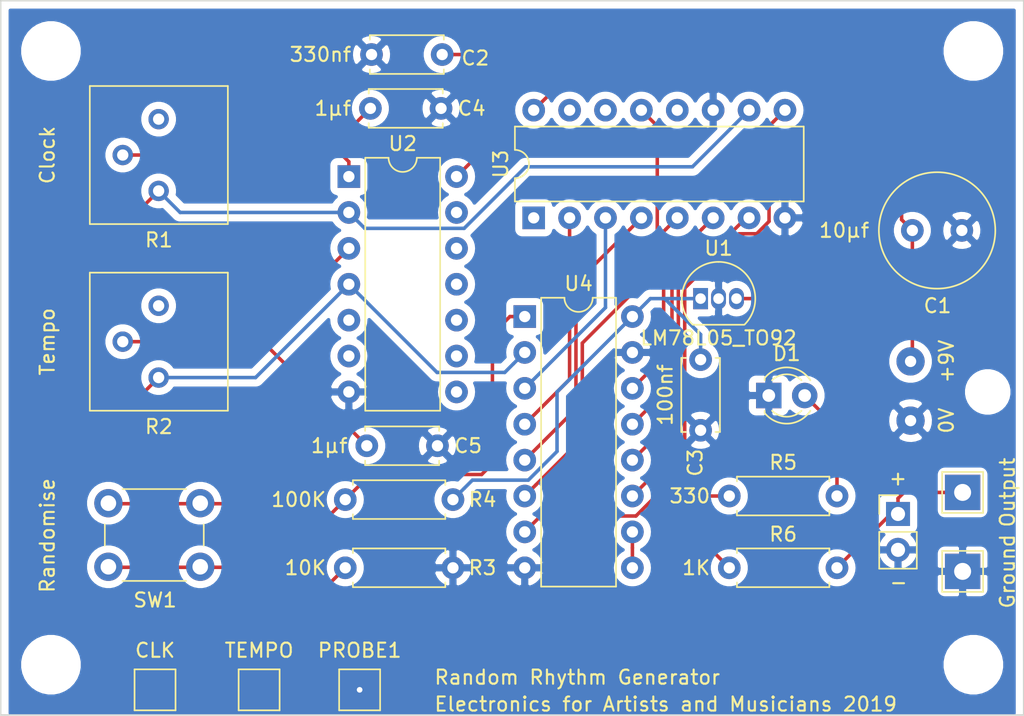
<source format=kicad_pcb>
(kicad_pcb (version 20171130) (host pcbnew "(5.1.2-1)-1")

  (general
    (thickness 1.6)
    (drawings 6)
    (tracks 136)
    (zones 0)
    (modules 30)
    (nets 22)
  )

  (page A4)
  (layers
    (0 F.Cu signal)
    (31 B.Cu signal)
    (33 F.Adhes user)
    (35 F.Paste user)
    (37 F.SilkS user)
    (39 F.Mask user)
    (40 Dwgs.User user)
    (41 Cmts.User user)
    (42 Eco1.User user)
    (43 Eco2.User user)
    (44 Edge.Cuts user)
    (45 Margin user)
    (46 B.CrtYd user)
    (47 F.CrtYd user)
    (49 F.Fab user hide)
  )

  (setup
    (last_trace_width 0.25)
    (trace_clearance 0.2)
    (zone_clearance 0.508)
    (zone_45_only no)
    (trace_min 0.2)
    (via_size 0.8)
    (via_drill 0.4)
    (via_min_size 0.4)
    (via_min_drill 0.3)
    (uvia_size 0.3)
    (uvia_drill 0.1)
    (uvias_allowed no)
    (uvia_min_size 0.2)
    (uvia_min_drill 0.1)
    (edge_width 0.05)
    (segment_width 0.2)
    (pcb_text_width 0.3)
    (pcb_text_size 1.5 1.5)
    (mod_edge_width 0.12)
    (mod_text_size 1 1)
    (mod_text_width 0.15)
    (pad_size 3.2 3.2)
    (pad_drill 3.2)
    (pad_to_mask_clearance 0.051)
    (solder_mask_min_width 0.25)
    (aux_axis_origin 0 0)
    (visible_elements FFFFFF7F)
    (pcbplotparams
      (layerselection 0x010fc_ffffffff)
      (usegerberextensions false)
      (usegerberattributes false)
      (usegerberadvancedattributes false)
      (creategerberjobfile false)
      (excludeedgelayer true)
      (linewidth 0.100000)
      (plotframeref false)
      (viasonmask false)
      (mode 1)
      (useauxorigin false)
      (hpglpennumber 1)
      (hpglpenspeed 20)
      (hpglpendiameter 15.000000)
      (psnegative false)
      (psa4output false)
      (plotreference true)
      (plotvalue true)
      (plotinvisibletext false)
      (padsonsilk false)
      (subtractmaskfromsilk false)
      (outputformat 1)
      (mirror false)
      (drillshape 1)
      (scaleselection 1)
      (outputdirectory ""))
  )

  (net 0 "")
  (net 1 GND)
  (net 2 +9V)
  (net 3 +5V)
  (net 4 "Net-(C4-Pad1)")
  (net 5 "Net-(D1-Pad2)")
  (net 6 "Net-(R3-Pad1)")
  (net 7 "Net-(R4-Pad2)")
  (net 8 "Net-(U3-Pad7)")
  (net 9 "Net-(U3-Pad6)")
  (net 10 "Net-(U3-Pad13)")
  (net 11 "Net-(U3-Pad5)")
  (net 12 "Net-(U3-Pad4)")
  (net 13 "Net-(U3-Pad3)")
  (net 14 "Net-(U3-Pad2)")
  (net 15 "Net-(U3-Pad9)")
  (net 16 "Net-(U4-Pad10)")
  (net 17 "Net-(PROBE2-Pad1)")
  (net 18 "Net-(PROBE3-Pad1)")
  (net 19 "Net-(Output1-Pad1)")
  (net 20 "Net-(R5-Pad1)")
  (net 21 "Net-(C5-Pad1)")

  (net_class Default "This is the default net class."
    (clearance 0.2)
    (trace_width 0.25)
    (via_dia 0.8)
    (via_drill 0.4)
    (uvia_dia 0.3)
    (uvia_drill 0.1)
    (add_net +5V)
    (add_net +9V)
    (add_net GND)
    (add_net "Net-(C4-Pad1)")
    (add_net "Net-(C5-Pad1)")
    (add_net "Net-(D1-Pad2)")
    (add_net "Net-(Output1-Pad1)")
    (add_net "Net-(PROBE2-Pad1)")
    (add_net "Net-(PROBE3-Pad1)")
    (add_net "Net-(R3-Pad1)")
    (add_net "Net-(R4-Pad2)")
    (add_net "Net-(R5-Pad1)")
    (add_net "Net-(U3-Pad13)")
    (add_net "Net-(U3-Pad2)")
    (add_net "Net-(U3-Pad3)")
    (add_net "Net-(U3-Pad4)")
    (add_net "Net-(U3-Pad5)")
    (add_net "Net-(U3-Pad6)")
    (add_net "Net-(U3-Pad7)")
    (add_net "Net-(U3-Pad9)")
    (add_net "Net-(U4-Pad10)")
  )

  (module MountingHole:MountingHole_3.2mm_M3 locked (layer F.Cu) (tedit 56D1B4CB) (tstamp 5D21B1C9)
    (at 153.67 93.218)
    (descr "Mounting Hole 3.2mm, no annular, M3")
    (tags "mounting hole 3.2mm no annular m3")
    (attr virtual)
    (fp_text reference REF** (at 0 -4.2) (layer F.SilkS) hide
      (effects (font (size 1 1) (thickness 0.15)))
    )
    (fp_text value MountingHole_3.2mm_M3 (at 0 4.2) (layer F.Fab) hide
      (effects (font (size 1 1) (thickness 0.15)))
    )
    (fp_circle (center 0 0) (end 3.45 0) (layer F.CrtYd) (width 0.05))
    (fp_circle (center 0 0) (end 3.2 0) (layer Cmts.User) (width 0.15))
    (fp_text user %R (at 0.3 0) (layer F.Fab) hide
      (effects (font (size 1 1) (thickness 0.15)))
    )
    (pad 1 np_thru_hole circle (at 0 0) (size 3.2 3.2) (drill 3.2) (layers *.Cu *.Mask))
  )

  (module MountingHole:MountingHole_3.2mm_M3 locked (layer F.Cu) (tedit 56D1B4CB) (tstamp 5D21B1D7)
    (at 88.392 93.218)
    (descr "Mounting Hole 3.2mm, no annular, M3")
    (tags "mounting hole 3.2mm no annular m3")
    (attr virtual)
    (fp_text reference REF** (at 0 -4.2) (layer F.SilkS) hide
      (effects (font (size 1 1) (thickness 0.15)))
    )
    (fp_text value MountingHole_3.2mm_M3 (at 0 4.2) (layer F.Fab) hide
      (effects (font (size 1 1) (thickness 0.15)))
    )
    (fp_text user %R (at 0.3 0) (layer F.Fab) hide
      (effects (font (size 1 1) (thickness 0.15)))
    )
    (fp_circle (center 0 0) (end 3.2 0) (layer Cmts.User) (width 0.15))
    (fp_circle (center 0 0) (end 3.45 0) (layer F.CrtYd) (width 0.05))
    (pad 1 np_thru_hole circle (at 0 0) (size 3.2 3.2) (drill 3.2) (layers *.Cu *.Mask))
  )

  (module Connector_PinHeader_2.54mm:PinHeader_1x02_P2.54mm_Vertical (layer F.Cu) (tedit 59FED5CC) (tstamp 5D22704F)
    (at 148.336 82.55)
    (descr "Through hole straight pin header, 1x02, 2.54mm pitch, single row")
    (tags "Through hole pin header THT 1x02 2.54mm single row")
    (path /5D24381C)
    (fp_text reference + (at 0 -2.54) (layer F.SilkS)
      (effects (font (size 1 1) (thickness 0.15)))
    )
    (fp_text value +/- (at 0 4.87) (layer F.Fab)
      (effects (font (size 1 1) (thickness 0.15)))
    )
    (fp_text user %R (at 0 1.27 90) (layer F.Fab)
      (effects (font (size 1 1) (thickness 0.15)))
    )
    (fp_line (start 1.8 -1.8) (end -1.8 -1.8) (layer F.CrtYd) (width 0.05))
    (fp_line (start 1.8 4.35) (end 1.8 -1.8) (layer F.CrtYd) (width 0.05))
    (fp_line (start -1.8 4.35) (end 1.8 4.35) (layer F.CrtYd) (width 0.05))
    (fp_line (start -1.8 -1.8) (end -1.8 4.35) (layer F.CrtYd) (width 0.05))
    (fp_line (start -1.33 -1.33) (end 0 -1.33) (layer F.SilkS) (width 0.12))
    (fp_line (start -1.33 0) (end -1.33 -1.33) (layer F.SilkS) (width 0.12))
    (fp_line (start -1.33 1.27) (end 1.33 1.27) (layer F.SilkS) (width 0.12))
    (fp_line (start 1.33 1.27) (end 1.33 3.87) (layer F.SilkS) (width 0.12))
    (fp_line (start -1.33 1.27) (end -1.33 3.87) (layer F.SilkS) (width 0.12))
    (fp_line (start -1.33 3.87) (end 1.33 3.87) (layer F.SilkS) (width 0.12))
    (fp_line (start -1.27 -0.635) (end -0.635 -1.27) (layer F.Fab) (width 0.1))
    (fp_line (start -1.27 3.81) (end -1.27 -0.635) (layer F.Fab) (width 0.1))
    (fp_line (start 1.27 3.81) (end -1.27 3.81) (layer F.Fab) (width 0.1))
    (fp_line (start 1.27 -1.27) (end 1.27 3.81) (layer F.Fab) (width 0.1))
    (fp_line (start -0.635 -1.27) (end 1.27 -1.27) (layer F.Fab) (width 0.1))
    (fp_text user - (at 0 4.826) (layer F.SilkS)
      (effects (font (size 1 1) (thickness 0.15) italic))
    )
    (pad 2 thru_hole oval (at 0 2.54) (size 1.7 1.7) (drill 1) (layers *.Cu *.Mask)
      (net 1 GND))
    (pad 1 thru_hole rect (at 0 0) (size 1.7 1.7) (drill 1) (layers *.Cu *.Mask)
      (net 19 "Net-(Output1-Pad1)"))
    (model ${KISYS3DMOD}/Connector_PinHeader_2.54mm.3dshapes/PinHeader_1x02_P2.54mm_Vertical.wrl
      (at (xyz 0 0 0))
      (scale (xyz 1 1 1))
      (rotate (xyz 0 0 0))
    )
  )

  (module TestPoint:TestPoint_Pad_2.5x2.5mm locked (layer F.Cu) (tedit 5A0F774F) (tstamp 5D21A249)
    (at 110.236 94.996)
    (descr "SMD rectangular pad as test Point, square 2.5mm side length")
    (tags "test point SMD pad rectangle square")
    (path /5D25ABD9)
    (attr virtual)
    (fp_text reference PROBE1 (at 0 -2.794) (layer F.SilkS)
      (effects (font (size 1 1) (thickness 0.15)))
    )
    (fp_text value GND (at 0 2.25) (layer F.Fab) hide
      (effects (font (size 1 1) (thickness 0.15)))
    )
    (fp_line (start 1.75 1.75) (end -1.75 1.75) (layer F.CrtYd) (width 0.05))
    (fp_line (start 1.75 1.75) (end 1.75 -1.75) (layer F.CrtYd) (width 0.05))
    (fp_line (start -1.75 -1.75) (end -1.75 1.75) (layer F.CrtYd) (width 0.05))
    (fp_line (start -1.75 -1.75) (end 1.75 -1.75) (layer F.CrtYd) (width 0.05))
    (fp_line (start -1.45 1.45) (end -1.45 -1.45) (layer F.SilkS) (width 0.12))
    (fp_line (start 1.45 1.45) (end -1.45 1.45) (layer F.SilkS) (width 0.12))
    (fp_line (start 1.45 -1.45) (end 1.45 1.45) (layer F.SilkS) (width 0.12))
    (fp_line (start -1.45 -1.45) (end 1.45 -1.45) (layer F.SilkS) (width 0.12))
    (fp_text user %R (at 0 -2.15) (layer F.Fab) hide
      (effects (font (size 1 1) (thickness 0.15)))
    )
    (pad 1 smd rect (at 0 0) (size 2.5 2.5) (layers F.Cu F.Mask)
      (net 1 GND))
  )

  (module Capacitor_THT:C_Disc_D5.0mm_W2.5mm_P5.00mm (layer F.Cu) (tedit 5AE50EF0) (tstamp 5D216FF7)
    (at 110.998 53.848)
    (descr "C, Disc series, Radial, pin pitch=5.00mm, , diameter*width=5*2.5mm^2, Capacitor, http://cdn-reichelt.de/documents/datenblatt/B300/DS_KERKO_TC.pdf")
    (tags "C Disc series Radial pin pitch 5.00mm  diameter 5mm width 2.5mm Capacitor")
    (path /5D205245)
    (fp_text reference C4 (at 6.096 0) (layer F.SilkS)
      (effects (font (size 1 1) (thickness 0.15)) (justify left))
    )
    (fp_text value 1µf (at -1.27 0) (layer F.SilkS)
      (effects (font (size 1 1) (thickness 0.15)) (justify right))
    )
    (fp_text user %R (at 2.5 0 90) (layer F.Fab)
      (effects (font (size 1 1) (thickness 0.15)))
    )
    (fp_line (start 6.05 -1.5) (end -1.05 -1.5) (layer F.CrtYd) (width 0.05))
    (fp_line (start 6.05 1.5) (end 6.05 -1.5) (layer F.CrtYd) (width 0.05))
    (fp_line (start -1.05 1.5) (end 6.05 1.5) (layer F.CrtYd) (width 0.05))
    (fp_line (start -1.05 -1.5) (end -1.05 1.5) (layer F.CrtYd) (width 0.05))
    (fp_line (start 5.12 1.055) (end 5.12 1.37) (layer F.SilkS) (width 0.12))
    (fp_line (start 5.12 -1.37) (end 5.12 -1.055) (layer F.SilkS) (width 0.12))
    (fp_line (start -0.12 1.055) (end -0.12 1.37) (layer F.SilkS) (width 0.12))
    (fp_line (start -0.12 -1.37) (end -0.12 -1.055) (layer F.SilkS) (width 0.12))
    (fp_line (start -0.12 1.37) (end 5.12 1.37) (layer F.SilkS) (width 0.12))
    (fp_line (start -0.12 -1.37) (end 5.12 -1.37) (layer F.SilkS) (width 0.12))
    (fp_line (start 5 -1.25) (end 0 -1.25) (layer F.Fab) (width 0.1))
    (fp_line (start 5 1.25) (end 5 -1.25) (layer F.Fab) (width 0.1))
    (fp_line (start 0 1.25) (end 5 1.25) (layer F.Fab) (width 0.1))
    (fp_line (start 0 -1.25) (end 0 1.25) (layer F.Fab) (width 0.1))
    (pad 2 thru_hole circle (at 5 0) (size 1.6 1.6) (drill 0.8) (layers *.Cu *.Mask)
      (net 1 GND))
    (pad 1 thru_hole circle (at 0 0) (size 1.6 1.6) (drill 0.8) (layers *.Cu *.Mask)
      (net 4 "Net-(C4-Pad1)"))
    (model ${KISYS3DMOD}/Capacitor_THT.3dshapes/C_Disc_D5.0mm_W2.5mm_P5.00mm.wrl
      (at (xyz 0 0 0))
      (scale (xyz 1 1 1))
      (rotate (xyz 0 0 0))
    )
  )

  (module Capacitor_THT:C_Disc_D5.0mm_W2.5mm_P5.00mm (layer F.Cu) (tedit 5AE50EF0) (tstamp 5D2150E1)
    (at 116.078 50.038 180)
    (descr "C, Disc series, Radial, pin pitch=5.00mm, , diameter*width=5*2.5mm^2, Capacitor, http://cdn-reichelt.de/documents/datenblatt/B300/DS_KERKO_TC.pdf")
    (tags "C Disc series Radial pin pitch 5.00mm  diameter 5mm width 2.5mm Capacitor")
    (path /5D212A23)
    (fp_text reference C2 (at -1.27 -0.254) (layer F.SilkS)
      (effects (font (size 1 1) (thickness 0.15)) (justify left))
    )
    (fp_text value 330nf (at 6.35 0) (layer F.SilkS)
      (effects (font (size 1 1) (thickness 0.15)) (justify right))
    )
    (fp_text user %R (at 2.5 0) (layer F.Fab)
      (effects (font (size 1 1) (thickness 0.15)))
    )
    (fp_line (start 6.05 -1.5) (end -1.05 -1.5) (layer F.CrtYd) (width 0.05))
    (fp_line (start 6.05 1.5) (end 6.05 -1.5) (layer F.CrtYd) (width 0.05))
    (fp_line (start -1.05 1.5) (end 6.05 1.5) (layer F.CrtYd) (width 0.05))
    (fp_line (start -1.05 -1.5) (end -1.05 1.5) (layer F.CrtYd) (width 0.05))
    (fp_line (start 5.12 1.055) (end 5.12 1.37) (layer F.SilkS) (width 0.12))
    (fp_line (start 5.12 -1.37) (end 5.12 -1.055) (layer F.SilkS) (width 0.12))
    (fp_line (start -0.12 1.055) (end -0.12 1.37) (layer F.SilkS) (width 0.12))
    (fp_line (start -0.12 -1.37) (end -0.12 -1.055) (layer F.SilkS) (width 0.12))
    (fp_line (start -0.12 1.37) (end 5.12 1.37) (layer F.SilkS) (width 0.12))
    (fp_line (start -0.12 -1.37) (end 5.12 -1.37) (layer F.SilkS) (width 0.12))
    (fp_line (start 5 -1.25) (end 0 -1.25) (layer F.Fab) (width 0.1))
    (fp_line (start 5 1.25) (end 5 -1.25) (layer F.Fab) (width 0.1))
    (fp_line (start 0 1.25) (end 5 1.25) (layer F.Fab) (width 0.1))
    (fp_line (start 0 -1.25) (end 0 1.25) (layer F.Fab) (width 0.1))
    (pad 2 thru_hole circle (at 5 0 180) (size 1.6 1.6) (drill 0.8) (layers *.Cu *.Mask)
      (net 1 GND))
    (pad 1 thru_hole circle (at 0 0 180) (size 1.6 1.6) (drill 0.8) (layers *.Cu *.Mask)
      (net 2 +9V))
    (model ${KISYS3DMOD}/Capacitor_THT.3dshapes/C_Disc_D5.0mm_W2.5mm_P5.00mm.wrl
      (at (xyz 0 0 0))
      (scale (xyz 1 1 1))
      (rotate (xyz 0 0 0))
    )
  )

  (module Capacitor_THT:C_Radial_D8.0mm_H7.0mm_P3.50mm (layer F.Cu) (tedit 5BC5C9B9) (tstamp 5D215054)
    (at 149.352 62.484)
    (descr "C, Radial series, Radial, pin pitch=3.50mm, diameter=8mm, height=7mm, Non-Polar Electrolytic Capacitor")
    (tags "C Radial series Radial pin pitch 3.50mm diameter 8mm height 7mm Non-Polar Electrolytic Capacitor")
    (path /5D21D3C5)
    (fp_text reference C1 (at 1.778 5.334) (layer F.SilkS)
      (effects (font (size 1 1) (thickness 0.15)))
    )
    (fp_text value 10µf (at -4.826 0) (layer F.SilkS)
      (effects (font (size 1 1) (thickness 0.15)))
    )
    (fp_circle (center 1.75 0) (end 5.75 0) (layer F.Fab) (width 0.1))
    (fp_circle (center 1.75 0) (end 5.87 0) (layer F.SilkS) (width 0.12))
    (fp_circle (center 1.75 0) (end 6 0) (layer F.CrtYd) (width 0.05))
    (fp_text user %R (at 1.75 0) (layer F.Fab)
      (effects (font (size 1 1) (thickness 0.15)))
    )
    (pad 1 thru_hole circle (at 0 0) (size 1.6 1.6) (drill 0.8) (layers *.Cu *.Mask)
      (net 2 +9V))
    (pad 2 thru_hole circle (at 3.5 0) (size 1.6 1.6) (drill 0.8) (layers *.Cu *.Mask)
      (net 1 GND))
    (model ${KISYS3DMOD}/Capacitor_THT.3dshapes/C_Radial_D8.0mm_H7.0mm_P3.50mm.wrl
      (at (xyz 0 0 0))
      (scale (xyz 1 1 1))
      (rotate (xyz 0 0 0))
    )
  )

  (module MountingHole:MountingHole_2.2mm_M2 locked (layer F.Cu) (tedit 56D1B4CB) (tstamp 5D215EB9)
    (at 154.686 73.914)
    (descr "Mounting Hole 2.2mm, no annular, M2")
    (tags "mounting hole 2.2mm no annular m2")
    (attr virtual)
    (fp_text reference REF** (at 0 -3.2) (layer F.SilkS) hide
      (effects (font (size 1 1) (thickness 0.15)))
    )
    (fp_text value "Strain Relief" (at 0 3.2) (layer F.Fab) hide
      (effects (font (size 1 1) (thickness 0.15)))
    )
    (fp_circle (center 0 0) (end 2.45 0) (layer F.CrtYd) (width 0.05))
    (fp_circle (center 0 0) (end 2.2 0) (layer Cmts.User) (width 0.15))
    (fp_text user %R (at 0.3 0) (layer F.Fab) hide
      (effects (font (size 1 1) (thickness 0.15)))
    )
    (fp_text user "Strain Relief" (at -11.684 4.064 90) (layer F.SilkS) hide
      (effects (font (size 1 1) (thickness 0.15)))
    )
    (pad 1 np_thru_hole circle (at 0 0) (size 2.2 2.2) (drill 2.2) (layers *.Cu *.Mask))
  )

  (module Button_Switch_THT:SW_PUSH_6mm_H9.5mm (layer F.Cu) (tedit 5A02FE31) (tstamp 5D208890)
    (at 92.456 81.788)
    (descr "tactile push button, 6x6mm e.g. PHAP33xx series, height=9.5mm")
    (tags "tact sw push 6mm")
    (path /5D266CBD)
    (fp_text reference SW1 (at 3.302 6.858) (layer F.SilkS)
      (effects (font (size 1 1) (thickness 0.15)))
    )
    (fp_text value Randomise (at 3.302 -2.286) (layer F.Fab)
      (effects (font (size 1 1) (thickness 0.15)))
    )
    (fp_circle (center 3.25 2.25) (end 1.25 2.5) (layer F.Fab) (width 0.1))
    (fp_line (start 6.75 3) (end 6.75 1.5) (layer F.SilkS) (width 0.12))
    (fp_line (start 5.5 -1) (end 1 -1) (layer F.SilkS) (width 0.12))
    (fp_line (start -0.25 1.5) (end -0.25 3) (layer F.SilkS) (width 0.12))
    (fp_line (start 1 5.5) (end 5.5 5.5) (layer F.SilkS) (width 0.12))
    (fp_line (start 8 -1.25) (end 8 5.75) (layer F.CrtYd) (width 0.05))
    (fp_line (start 7.75 6) (end -1.25 6) (layer F.CrtYd) (width 0.05))
    (fp_line (start -1.5 5.75) (end -1.5 -1.25) (layer F.CrtYd) (width 0.05))
    (fp_line (start -1.25 -1.5) (end 7.75 -1.5) (layer F.CrtYd) (width 0.05))
    (fp_line (start -1.5 6) (end -1.25 6) (layer F.CrtYd) (width 0.05))
    (fp_line (start -1.5 5.75) (end -1.5 6) (layer F.CrtYd) (width 0.05))
    (fp_line (start -1.5 -1.5) (end -1.25 -1.5) (layer F.CrtYd) (width 0.05))
    (fp_line (start -1.5 -1.25) (end -1.5 -1.5) (layer F.CrtYd) (width 0.05))
    (fp_line (start 8 -1.5) (end 8 -1.25) (layer F.CrtYd) (width 0.05))
    (fp_line (start 7.75 -1.5) (end 8 -1.5) (layer F.CrtYd) (width 0.05))
    (fp_line (start 8 6) (end 8 5.75) (layer F.CrtYd) (width 0.05))
    (fp_line (start 7.75 6) (end 8 6) (layer F.CrtYd) (width 0.05))
    (fp_line (start 0.25 -0.75) (end 3.25 -0.75) (layer F.Fab) (width 0.1))
    (fp_line (start 0.25 5.25) (end 0.25 -0.75) (layer F.Fab) (width 0.1))
    (fp_line (start 6.25 5.25) (end 0.25 5.25) (layer F.Fab) (width 0.1))
    (fp_line (start 6.25 -0.75) (end 6.25 5.25) (layer F.Fab) (width 0.1))
    (fp_line (start 3.25 -0.75) (end 6.25 -0.75) (layer F.Fab) (width 0.1))
    (fp_text user %R (at 3.25 2.25) (layer F.Fab)
      (effects (font (size 1 1) (thickness 0.15)))
    )
    (fp_text user Randomise (at -4.318 2.286 270) (layer F.SilkS)
      (effects (font (size 1 1) (thickness 0.15)))
    )
    (pad 1 thru_hole circle (at 6.5 0 90) (size 2 2) (drill 1.1) (layers *.Cu *.Mask)
      (net 7 "Net-(R4-Pad2)"))
    (pad 2 thru_hole circle (at 6.5 4.5 90) (size 2 2) (drill 1.1) (layers *.Cu *.Mask)
      (net 6 "Net-(R3-Pad1)"))
    (pad 1 thru_hole circle (at 0 0 90) (size 2 2) (drill 1.1) (layers *.Cu *.Mask)
      (net 7 "Net-(R4-Pad2)"))
    (pad 2 thru_hole circle (at 0 4.5 90) (size 2 2) (drill 1.1) (layers *.Cu *.Mask)
      (net 6 "Net-(R3-Pad1)"))
    (model ${KISYS3DMOD}/Button_Switch_THT.3dshapes/SW_PUSH_6mm_H9.5mm.wrl
      (at (xyz 0 0 0))
      (scale (xyz 1 1 1))
      (rotate (xyz 0 0 0))
    )
  )

  (module MountingHole:MountingHole_3.2mm_M3 locked (layer F.Cu) (tedit 56D1B4CB) (tstamp 5D21B1E5)
    (at 88.392 49.784)
    (descr "Mounting Hole 3.2mm, no annular, M3")
    (tags "mounting hole 3.2mm no annular m3")
    (attr virtual)
    (fp_text reference REF** (at 0 -4.2) (layer F.SilkS) hide
      (effects (font (size 1 1) (thickness 0.15)))
    )
    (fp_text value MountingHole_3.2mm_M3 (at 0 4.2) (layer F.Fab) hide
      (effects (font (size 1 1) (thickness 0.15)))
    )
    (fp_circle (center 0 0) (end 3.45 0) (layer F.CrtYd) (width 0.05))
    (fp_circle (center 0 0) (end 3.2 0) (layer Cmts.User) (width 0.15))
    (fp_text user %R (at 0.3 0) (layer F.Fab) hide
      (effects (font (size 1 1) (thickness 0.15)))
    )
    (pad 1 np_thru_hole circle (at 0 0) (size 3.2 3.2) (drill 3.2) (layers *.Cu *.Mask))
  )

  (module MountingHole:MountingHole_3.2mm_M3 locked (layer F.Cu) (tedit 56D1B4CB) (tstamp 5D21A5F8)
    (at 153.67 49.784)
    (descr "Mounting Hole 3.2mm, no annular, M3")
    (tags "mounting hole 3.2mm no annular m3")
    (attr virtual)
    (fp_text reference REF** (at 0 -4.2) (layer F.SilkS) hide
      (effects (font (size 1 1) (thickness 0.15)))
    )
    (fp_text value MountingHole_3.2mm_M3 (at 0 4.2) (layer F.Fab) hide
      (effects (font (size 1 1) (thickness 0.15)))
    )
    (fp_text user %R (at 0.3 0) (layer F.Fab) hide
      (effects (font (size 1 1) (thickness 0.15)))
    )
    (fp_circle (center 0 0) (end 3.2 0) (layer Cmts.User) (width 0.15))
    (fp_circle (center 0 0) (end 3.45 0) (layer F.CrtYd) (width 0.05))
    (pad 1 np_thru_hole circle (at 0 0) (size 3.2 3.2) (drill 3.2) (layers *.Cu *.Mask))
  )

  (module Package_DIP:DIP-14_W7.62mm (layer F.Cu) (tedit 5A02E8C5) (tstamp 5D216272)
    (at 109.474 58.674)
    (descr "14-lead though-hole mounted DIP package, row spacing 7.62 mm (300 mils)")
    (tags "THT DIP DIL PDIP 2.54mm 7.62mm 300mil")
    (path /5D211D43)
    (fp_text reference U2 (at 3.81 -2.33) (layer F.SilkS)
      (effects (font (size 1 1) (thickness 0.15)))
    )
    (fp_text value 40106 (at 3.81 17.57) (layer F.Fab)
      (effects (font (size 1 1) (thickness 0.15)))
    )
    (fp_text user %R (at 3.81 7.62) (layer F.Fab)
      (effects (font (size 1 1) (thickness 0.15)))
    )
    (fp_line (start 8.7 -1.55) (end -1.1 -1.55) (layer F.CrtYd) (width 0.05))
    (fp_line (start 8.7 16.8) (end 8.7 -1.55) (layer F.CrtYd) (width 0.05))
    (fp_line (start -1.1 16.8) (end 8.7 16.8) (layer F.CrtYd) (width 0.05))
    (fp_line (start -1.1 -1.55) (end -1.1 16.8) (layer F.CrtYd) (width 0.05))
    (fp_line (start 6.46 -1.33) (end 4.81 -1.33) (layer F.SilkS) (width 0.12))
    (fp_line (start 6.46 16.57) (end 6.46 -1.33) (layer F.SilkS) (width 0.12))
    (fp_line (start 1.16 16.57) (end 6.46 16.57) (layer F.SilkS) (width 0.12))
    (fp_line (start 1.16 -1.33) (end 1.16 16.57) (layer F.SilkS) (width 0.12))
    (fp_line (start 2.81 -1.33) (end 1.16 -1.33) (layer F.SilkS) (width 0.12))
    (fp_line (start 0.635 -0.27) (end 1.635 -1.27) (layer F.Fab) (width 0.1))
    (fp_line (start 0.635 16.51) (end 0.635 -0.27) (layer F.Fab) (width 0.1))
    (fp_line (start 6.985 16.51) (end 0.635 16.51) (layer F.Fab) (width 0.1))
    (fp_line (start 6.985 -1.27) (end 6.985 16.51) (layer F.Fab) (width 0.1))
    (fp_line (start 1.635 -1.27) (end 6.985 -1.27) (layer F.Fab) (width 0.1))
    (fp_arc (start 3.81 -1.33) (end 2.81 -1.33) (angle -180) (layer F.SilkS) (width 0.12))
    (pad 14 thru_hole oval (at 7.62 0) (size 1.6 1.6) (drill 0.8) (layers *.Cu *.Mask)
      (net 2 +9V))
    (pad 7 thru_hole oval (at 0 15.24) (size 1.6 1.6) (drill 0.8) (layers *.Cu *.Mask)
      (net 1 GND))
    (pad 13 thru_hole oval (at 7.62 2.54) (size 1.6 1.6) (drill 0.8) (layers *.Cu *.Mask))
    (pad 6 thru_hole oval (at 0 12.7) (size 1.6 1.6) (drill 0.8) (layers *.Cu *.Mask))
    (pad 12 thru_hole oval (at 7.62 5.08) (size 1.6 1.6) (drill 0.8) (layers *.Cu *.Mask))
    (pad 5 thru_hole oval (at 0 10.16) (size 1.6 1.6) (drill 0.8) (layers *.Cu *.Mask))
    (pad 11 thru_hole oval (at 7.62 7.62) (size 1.6 1.6) (drill 0.8) (layers *.Cu *.Mask))
    (pad 4 thru_hole oval (at 0 7.62) (size 1.6 1.6) (drill 0.8) (layers *.Cu *.Mask)
      (net 18 "Net-(PROBE3-Pad1)"))
    (pad 10 thru_hole oval (at 7.62 10.16) (size 1.6 1.6) (drill 0.8) (layers *.Cu *.Mask))
    (pad 3 thru_hole oval (at 0 5.08) (size 1.6 1.6) (drill 0.8) (layers *.Cu *.Mask)
      (net 21 "Net-(C5-Pad1)"))
    (pad 9 thru_hole oval (at 7.62 12.7) (size 1.6 1.6) (drill 0.8) (layers *.Cu *.Mask))
    (pad 2 thru_hole oval (at 0 2.54) (size 1.6 1.6) (drill 0.8) (layers *.Cu *.Mask)
      (net 17 "Net-(PROBE2-Pad1)"))
    (pad 8 thru_hole oval (at 7.62 15.24) (size 1.6 1.6) (drill 0.8) (layers *.Cu *.Mask))
    (pad 1 thru_hole rect (at 0 0) (size 1.6 1.6) (drill 0.8) (layers *.Cu *.Mask)
      (net 4 "Net-(C4-Pad1)"))
    (model ${KISYS3DMOD}/Package_DIP.3dshapes/DIP-14_W7.62mm.wrl
      (at (xyz 0 0 0))
      (scale (xyz 1 1 1))
      (rotate (xyz 0 0 0))
    )
  )

  (module Connector_Wire:SolderWirePad_1x01_Drill0.8mm (layer F.Cu) (tedit 5A2676A0) (tstamp 5D215E9F)
    (at 149.225 71.755 90)
    (descr "Wire solder connection")
    (tags connector)
    (path /5D2300AE)
    (attr virtual)
    (fp_text reference PWR1 (at 0 -2.54 90) (layer F.SilkS) hide
      (effects (font (size 1 1) (thickness 0.15)))
    )
    (fp_text value +9V (at 0 2.54 90) (layer F.SilkS)
      (effects (font (size 1 1) (thickness 0.15)))
    )
    (fp_line (start 1.5 1.5) (end -1.5 1.5) (layer F.CrtYd) (width 0.05))
    (fp_line (start 1.5 1.5) (end 1.5 -1.5) (layer F.CrtYd) (width 0.05))
    (fp_line (start -1.5 -1.5) (end -1.5 1.5) (layer F.CrtYd) (width 0.05))
    (fp_line (start -1.5 -1.5) (end 1.5 -1.5) (layer F.CrtYd) (width 0.05))
    (fp_text user %R (at 0 0 90) (layer F.Fab)
      (effects (font (size 1 1) (thickness 0.15)))
    )
    (pad 1 thru_hole circle (at 0 0 90) (size 1.99898 1.99898) (drill 0.8001) (layers *.Cu *.Mask)
      (net 2 +9V))
  )

  (module TestPoint:TestPoint_Pad_2.5x2.5mm locked (layer F.Cu) (tedit 5A0F774F) (tstamp 5D1FFA55)
    (at 103.124 94.996)
    (descr "SMD rectangular pad as test Point, square 2.5mm side length")
    (tags "test point SMD pad rectangle square")
    (path /5D25C702)
    (attr virtual)
    (fp_text reference PROBE3 (at 0 -2.148) (layer F.SilkS) hide
      (effects (font (size 1 1) (thickness 0.15)))
    )
    (fp_text value TEMPO (at 0 -2.794) (layer F.SilkS)
      (effects (font (size 1 1) (thickness 0.15)))
    )
    (fp_text user %R (at 0 -2.15) (layer F.Fab) hide
      (effects (font (size 1 1) (thickness 0.15)))
    )
    (fp_line (start -1.45 -1.45) (end 1.45 -1.45) (layer F.SilkS) (width 0.12))
    (fp_line (start 1.45 -1.45) (end 1.45 1.45) (layer F.SilkS) (width 0.12))
    (fp_line (start 1.45 1.45) (end -1.45 1.45) (layer F.SilkS) (width 0.12))
    (fp_line (start -1.45 1.45) (end -1.45 -1.45) (layer F.SilkS) (width 0.12))
    (fp_line (start -1.75 -1.75) (end 1.75 -1.75) (layer F.CrtYd) (width 0.05))
    (fp_line (start -1.75 -1.75) (end -1.75 1.75) (layer F.CrtYd) (width 0.05))
    (fp_line (start 1.75 1.75) (end 1.75 -1.75) (layer F.CrtYd) (width 0.05))
    (fp_line (start 1.75 1.75) (end -1.75 1.75) (layer F.CrtYd) (width 0.05))
    (pad 1 smd rect (at 0 0) (size 2.5 2.5) (layers F.Cu F.Mask)
      (net 18 "Net-(PROBE3-Pad1)"))
  )

  (module TestPoint:TestPoint_Pad_2.5x2.5mm locked (layer F.Cu) (tedit 5A0F774F) (tstamp 5D1FFA4B)
    (at 95.758 94.996)
    (descr "SMD rectangular pad as test Point, square 2.5mm side length")
    (tags "test point SMD pad rectangle square")
    (path /5D25D38C)
    (attr virtual)
    (fp_text reference PROBE2 (at 0 -2.148) (layer F.SilkS) hide
      (effects (font (size 1 1) (thickness 0.15)))
    )
    (fp_text value CLK (at 0 -2.794) (layer F.SilkS)
      (effects (font (size 1 1) (thickness 0.15)))
    )
    (fp_text user %R (at 0 -2.15) (layer F.Fab) hide
      (effects (font (size 1 1) (thickness 0.15)))
    )
    (fp_line (start -1.45 -1.45) (end 1.45 -1.45) (layer F.SilkS) (width 0.12))
    (fp_line (start 1.45 -1.45) (end 1.45 1.45) (layer F.SilkS) (width 0.12))
    (fp_line (start 1.45 1.45) (end -1.45 1.45) (layer F.SilkS) (width 0.12))
    (fp_line (start -1.45 1.45) (end -1.45 -1.45) (layer F.SilkS) (width 0.12))
    (fp_line (start -1.75 -1.75) (end 1.75 -1.75) (layer F.CrtYd) (width 0.05))
    (fp_line (start -1.75 -1.75) (end -1.75 1.75) (layer F.CrtYd) (width 0.05))
    (fp_line (start 1.75 1.75) (end 1.75 -1.75) (layer F.CrtYd) (width 0.05))
    (fp_line (start 1.75 1.75) (end -1.75 1.75) (layer F.CrtYd) (width 0.05))
    (pad 1 smd rect (at 0 0) (size 2.5 2.5) (layers F.Cu F.Mask)
      (net 17 "Net-(PROBE2-Pad1)"))
  )

  (module Resistor_THT:R_Axial_DIN0207_L6.3mm_D2.5mm_P7.62mm_Horizontal (layer F.Cu) (tedit 5AE5139B) (tstamp 5D20E92A)
    (at 136.398 86.36)
    (descr "Resistor, Axial_DIN0207 series, Axial, Horizontal, pin pitch=7.62mm, 0.25W = 1/4W, length*diameter=6.3*2.5mm^2, http://cdn-reichelt.de/documents/datenblatt/B400/1_4W%23YAG.pdf")
    (tags "Resistor Axial_DIN0207 series Axial Horizontal pin pitch 7.62mm 0.25W = 1/4W length 6.3mm diameter 2.5mm")
    (path /5D22A0E3)
    (fp_text reference R6 (at 3.81 -2.37) (layer F.SilkS)
      (effects (font (size 1 1) (thickness 0.15)))
    )
    (fp_text value 1K (at -1.27 0) (layer F.SilkS)
      (effects (font (size 1 1) (thickness 0.15)) (justify right))
    )
    (fp_text user %R (at 3.81 0) (layer F.Fab)
      (effects (font (size 1 1) (thickness 0.15)))
    )
    (fp_line (start 8.67 -1.5) (end -1.05 -1.5) (layer F.CrtYd) (width 0.05))
    (fp_line (start 8.67 1.5) (end 8.67 -1.5) (layer F.CrtYd) (width 0.05))
    (fp_line (start -1.05 1.5) (end 8.67 1.5) (layer F.CrtYd) (width 0.05))
    (fp_line (start -1.05 -1.5) (end -1.05 1.5) (layer F.CrtYd) (width 0.05))
    (fp_line (start 7.08 1.37) (end 7.08 1.04) (layer F.SilkS) (width 0.12))
    (fp_line (start 0.54 1.37) (end 7.08 1.37) (layer F.SilkS) (width 0.12))
    (fp_line (start 0.54 1.04) (end 0.54 1.37) (layer F.SilkS) (width 0.12))
    (fp_line (start 7.08 -1.37) (end 7.08 -1.04) (layer F.SilkS) (width 0.12))
    (fp_line (start 0.54 -1.37) (end 7.08 -1.37) (layer F.SilkS) (width 0.12))
    (fp_line (start 0.54 -1.04) (end 0.54 -1.37) (layer F.SilkS) (width 0.12))
    (fp_line (start 7.62 0) (end 6.96 0) (layer F.Fab) (width 0.1))
    (fp_line (start 0 0) (end 0.66 0) (layer F.Fab) (width 0.1))
    (fp_line (start 6.96 -1.25) (end 0.66 -1.25) (layer F.Fab) (width 0.1))
    (fp_line (start 6.96 1.25) (end 6.96 -1.25) (layer F.Fab) (width 0.1))
    (fp_line (start 0.66 1.25) (end 6.96 1.25) (layer F.Fab) (width 0.1))
    (fp_line (start 0.66 -1.25) (end 0.66 1.25) (layer F.Fab) (width 0.1))
    (pad 2 thru_hole oval (at 7.62 0) (size 1.6 1.6) (drill 0.8) (layers *.Cu *.Mask)
      (net 19 "Net-(Output1-Pad1)"))
    (pad 1 thru_hole circle (at 0 0) (size 1.6 1.6) (drill 0.8) (layers *.Cu *.Mask)
      (net 20 "Net-(R5-Pad1)"))
    (model ${KISYS3DMOD}/Resistor_THT.3dshapes/R_Axial_DIN0207_L6.3mm_D2.5mm_P7.62mm_Horizontal.wrl
      (at (xyz 0 0 0))
      (scale (xyz 1 1 1))
      (rotate (xyz 0 0 0))
    )
  )

  (module TestPoint:TestPoint_THTPad_2.5x2.5mm_Drill1.2mm (layer F.Cu) (tedit 5A0F774F) (tstamp 5D22701D)
    (at 152.908 86.614 270)
    (descr "THT rectangular pad as test Point, square 2.5mm side length, hole diameter 1.2mm")
    (tags "test point THT pad rectangle square")
    (path /5D22ECC4)
    (attr virtual)
    (fp_text reference Output2 (at 0 -3.175 90) (layer F.Fab) hide
      (effects (font (size 1 1) (thickness 0.15)))
    )
    (fp_text value Ground (at 0 -3.175 90) (layer F.SilkS)
      (effects (font (size 1 1) (thickness 0.15)))
    )
    (fp_line (start 1.75 1.75) (end -1.75 1.75) (layer F.CrtYd) (width 0.05))
    (fp_line (start 1.75 1.75) (end 1.75 -1.75) (layer F.CrtYd) (width 0.05))
    (fp_line (start -1.75 -1.75) (end -1.75 1.75) (layer F.CrtYd) (width 0.05))
    (fp_line (start -1.75 -1.75) (end 1.75 -1.75) (layer F.CrtYd) (width 0.05))
    (fp_line (start -1.45 1.45) (end -1.45 -1.45) (layer F.SilkS) (width 0.12))
    (fp_line (start 1.45 1.45) (end -1.45 1.45) (layer F.SilkS) (width 0.12))
    (fp_line (start 1.45 -1.45) (end 1.45 1.45) (layer F.SilkS) (width 0.12))
    (fp_line (start -1.45 -1.45) (end 1.45 -1.45) (layer F.SilkS) (width 0.12))
    (fp_text user GND (at 2.54 0 180) (layer F.Fab)
      (effects (font (size 1 1) (thickness 0.15)))
    )
    (pad 1 thru_hole rect (at 0 0 270) (size 2.5 2.5) (drill 1.2) (layers *.Cu *.Mask)
      (net 1 GND))
  )

  (module TestPoint:TestPoint_THTPad_2.5x2.5mm_Drill1.2mm (layer F.Cu) (tedit 5A0F774F) (tstamp 5D226FF6)
    (at 152.908 81.026 270)
    (descr "THT rectangular pad as test Point, square 2.5mm side length, hole diameter 1.2mm")
    (tags "test point THT pad rectangle square")
    (path /5D22DC94)
    (attr virtual)
    (fp_text reference Output1 (at 0 -3.175 90) (layer F.Fab) hide
      (effects (font (size 1 1) (thickness 0.15)))
    )
    (fp_text value Output (at 0 -3.175 90) (layer F.SilkS)
      (effects (font (size 1 1) (thickness 0.15)))
    )
    (fp_line (start 1.75 1.75) (end -1.75 1.75) (layer F.CrtYd) (width 0.05))
    (fp_line (start 1.75 1.75) (end 1.75 -1.75) (layer F.CrtYd) (width 0.05))
    (fp_line (start -1.75 -1.75) (end -1.75 1.75) (layer F.CrtYd) (width 0.05))
    (fp_line (start -1.75 -1.75) (end 1.75 -1.75) (layer F.CrtYd) (width 0.05))
    (fp_line (start -1.45 1.45) (end -1.45 -1.45) (layer F.SilkS) (width 0.12))
    (fp_line (start 1.45 1.45) (end -1.45 1.45) (layer F.SilkS) (width 0.12))
    (fp_line (start 1.45 -1.45) (end 1.45 1.45) (layer F.SilkS) (width 0.12))
    (fp_line (start -1.45 -1.45) (end 1.45 -1.45) (layer F.SilkS) (width 0.12))
    (fp_text user OUT (at 2.54 0 180) (layer F.Fab)
      (effects (font (size 1 1) (thickness 0.15)))
    )
    (pad 1 thru_hole rect (at 0 0 270) (size 2.5 2.5) (drill 1.2) (layers *.Cu *.Mask)
      (net 19 "Net-(Output1-Pad1)"))
  )

  (module Connector_Wire:SolderWirePad_1x01_Drill0.8mm (layer F.Cu) (tedit 5A2676A0) (tstamp 5D226FD7)
    (at 149.225 75.946 90)
    (descr "Wire solder connection")
    (tags connector)
    (path /5D23321E)
    (attr virtual)
    (fp_text reference GND1 (at 0 -2.54 90) (layer F.SilkS) hide
      (effects (font (size 1 1) (thickness 0.15)))
    )
    (fp_text value 0V (at 0 2.54 90) (layer F.SilkS)
      (effects (font (size 1 1) (thickness 0.15)))
    )
    (fp_line (start 1.5 1.5) (end -1.5 1.5) (layer F.CrtYd) (width 0.05))
    (fp_line (start 1.5 1.5) (end 1.5 -1.5) (layer F.CrtYd) (width 0.05))
    (fp_line (start -1.5 -1.5) (end -1.5 1.5) (layer F.CrtYd) (width 0.05))
    (fp_line (start -1.5 -1.5) (end 1.5 -1.5) (layer F.CrtYd) (width 0.05))
    (fp_text user %R (at 0 0 90) (layer F.Fab)
      (effects (font (size 1 1) (thickness 0.15)))
    )
    (pad 1 thru_hole circle (at 0 0 90) (size 1.99898 1.99898) (drill 0.8001) (layers *.Cu *.Mask)
      (net 1 GND))
  )

  (module Capacitor_THT:C_Disc_D5.0mm_W2.5mm_P5.00mm (layer F.Cu) (tedit 5AE50EF0) (tstamp 5D21596B)
    (at 134.366 71.628 270)
    (descr "C, Disc series, Radial, pin pitch=5.00mm, , diameter*width=5*2.5mm^2, Capacitor, http://cdn-reichelt.de/documents/datenblatt/B300/DS_KERKO_TC.pdf")
    (tags "C Disc series Radial pin pitch 5.00mm  diameter 5mm width 2.5mm Capacitor")
    (path /5D1F90FA)
    (fp_text reference C3 (at 6.223 0.381 90) (layer F.SilkS)
      (effects (font (size 1 1) (thickness 0.15)) (justify right))
    )
    (fp_text value 100nf (at 2.5 2.5 90) (layer F.SilkS)
      (effects (font (size 1 1) (thickness 0.15)))
    )
    (fp_text user %R (at 2.5 0 90) (layer F.Fab)
      (effects (font (size 1 1) (thickness 0.15)))
    )
    (fp_line (start 6.05 -1.5) (end -1.05 -1.5) (layer F.CrtYd) (width 0.05))
    (fp_line (start 6.05 1.5) (end 6.05 -1.5) (layer F.CrtYd) (width 0.05))
    (fp_line (start -1.05 1.5) (end 6.05 1.5) (layer F.CrtYd) (width 0.05))
    (fp_line (start -1.05 -1.5) (end -1.05 1.5) (layer F.CrtYd) (width 0.05))
    (fp_line (start 5.12 1.055) (end 5.12 1.37) (layer F.SilkS) (width 0.12))
    (fp_line (start 5.12 -1.37) (end 5.12 -1.055) (layer F.SilkS) (width 0.12))
    (fp_line (start -0.12 1.055) (end -0.12 1.37) (layer F.SilkS) (width 0.12))
    (fp_line (start -0.12 -1.37) (end -0.12 -1.055) (layer F.SilkS) (width 0.12))
    (fp_line (start -0.12 1.37) (end 5.12 1.37) (layer F.SilkS) (width 0.12))
    (fp_line (start -0.12 -1.37) (end 5.12 -1.37) (layer F.SilkS) (width 0.12))
    (fp_line (start 5 -1.25) (end 0 -1.25) (layer F.Fab) (width 0.1))
    (fp_line (start 5 1.25) (end 5 -1.25) (layer F.Fab) (width 0.1))
    (fp_line (start 0 1.25) (end 5 1.25) (layer F.Fab) (width 0.1))
    (fp_line (start 0 -1.25) (end 0 1.25) (layer F.Fab) (width 0.1))
    (pad 2 thru_hole circle (at 5 0 270) (size 1.6 1.6) (drill 0.8) (layers *.Cu *.Mask)
      (net 1 GND))
    (pad 1 thru_hole circle (at 0 0 270) (size 1.6 1.6) (drill 0.8) (layers *.Cu *.Mask)
      (net 3 +5V))
    (model ${KISYS3DMOD}/Capacitor_THT.3dshapes/C_Disc_D5.0mm_W2.5mm_P5.00mm.wrl
      (at (xyz 0 0 0))
      (scale (xyz 1 1 1))
      (rotate (xyz 0 0 0))
    )
  )

  (module Capacitor_THT:C_Disc_D5.0mm_W2.5mm_P5.00mm (layer F.Cu) (tedit 5AE50EF0) (tstamp 5D21800E)
    (at 110.744 77.724)
    (descr "C, Disc series, Radial, pin pitch=5.00mm, , diameter*width=5*2.5mm^2, Capacitor, http://cdn-reichelt.de/documents/datenblatt/B300/DS_KERKO_TC.pdf")
    (tags "C Disc series Radial pin pitch 5.00mm  diameter 5mm width 2.5mm Capacitor")
    (path /5D211D57)
    (fp_text reference C5 (at 6.096 0) (layer F.SilkS)
      (effects (font (size 1 1) (thickness 0.15)) (justify left))
    )
    (fp_text value 1µf (at -1.27 0) (layer F.SilkS)
      (effects (font (size 1 1) (thickness 0.15)) (justify right))
    )
    (fp_text user %R (at 2.5 0) (layer F.Fab)
      (effects (font (size 1 1) (thickness 0.15)))
    )
    (fp_line (start 6.05 -1.5) (end -1.05 -1.5) (layer F.CrtYd) (width 0.05))
    (fp_line (start 6.05 1.5) (end 6.05 -1.5) (layer F.CrtYd) (width 0.05))
    (fp_line (start -1.05 1.5) (end 6.05 1.5) (layer F.CrtYd) (width 0.05))
    (fp_line (start -1.05 -1.5) (end -1.05 1.5) (layer F.CrtYd) (width 0.05))
    (fp_line (start 5.12 1.055) (end 5.12 1.37) (layer F.SilkS) (width 0.12))
    (fp_line (start 5.12 -1.37) (end 5.12 -1.055) (layer F.SilkS) (width 0.12))
    (fp_line (start -0.12 1.055) (end -0.12 1.37) (layer F.SilkS) (width 0.12))
    (fp_line (start -0.12 -1.37) (end -0.12 -1.055) (layer F.SilkS) (width 0.12))
    (fp_line (start -0.12 1.37) (end 5.12 1.37) (layer F.SilkS) (width 0.12))
    (fp_line (start -0.12 -1.37) (end 5.12 -1.37) (layer F.SilkS) (width 0.12))
    (fp_line (start 5 -1.25) (end 0 -1.25) (layer F.Fab) (width 0.1))
    (fp_line (start 5 1.25) (end 5 -1.25) (layer F.Fab) (width 0.1))
    (fp_line (start 0 1.25) (end 5 1.25) (layer F.Fab) (width 0.1))
    (fp_line (start 0 -1.25) (end 0 1.25) (layer F.Fab) (width 0.1))
    (pad 2 thru_hole circle (at 5 0) (size 1.6 1.6) (drill 0.8) (layers *.Cu *.Mask)
      (net 1 GND))
    (pad 1 thru_hole circle (at 0 0) (size 1.6 1.6) (drill 0.8) (layers *.Cu *.Mask)
      (net 21 "Net-(C5-Pad1)"))
    (model ${KISYS3DMOD}/Capacitor_THT.3dshapes/C_Disc_D5.0mm_W2.5mm_P5.00mm.wrl
      (at (xyz 0 0 0))
      (scale (xyz 1 1 1))
      (rotate (xyz 0 0 0))
    )
  )

  (module LED_THT:LED_D3.0mm (layer F.Cu) (tedit 587A3A7B) (tstamp 5D20A44E)
    (at 139.192 74.168)
    (descr "LED, diameter 3.0mm, 2 pins")
    (tags "LED diameter 3.0mm 2 pins")
    (path /5D2A12B9)
    (fp_text reference D1 (at 1.27 -2.96) (layer F.SilkS)
      (effects (font (size 1 1) (thickness 0.15)))
    )
    (fp_text value LED (at 1.27 2.96) (layer F.Fab)
      (effects (font (size 1 1) (thickness 0.15)))
    )
    (fp_line (start 3.7 -2.25) (end -1.15 -2.25) (layer F.CrtYd) (width 0.05))
    (fp_line (start 3.7 2.25) (end 3.7 -2.25) (layer F.CrtYd) (width 0.05))
    (fp_line (start -1.15 2.25) (end 3.7 2.25) (layer F.CrtYd) (width 0.05))
    (fp_line (start -1.15 -2.25) (end -1.15 2.25) (layer F.CrtYd) (width 0.05))
    (fp_line (start -0.29 1.08) (end -0.29 1.236) (layer F.SilkS) (width 0.12))
    (fp_line (start -0.29 -1.236) (end -0.29 -1.08) (layer F.SilkS) (width 0.12))
    (fp_line (start -0.23 -1.16619) (end -0.23 1.16619) (layer F.Fab) (width 0.1))
    (fp_circle (center 1.27 0) (end 2.77 0) (layer F.Fab) (width 0.1))
    (fp_arc (start 1.27 0) (end 0.229039 1.08) (angle -87.9) (layer F.SilkS) (width 0.12))
    (fp_arc (start 1.27 0) (end 0.229039 -1.08) (angle 87.9) (layer F.SilkS) (width 0.12))
    (fp_arc (start 1.27 0) (end -0.29 1.235516) (angle -108.8) (layer F.SilkS) (width 0.12))
    (fp_arc (start 1.27 0) (end -0.29 -1.235516) (angle 108.8) (layer F.SilkS) (width 0.12))
    (fp_arc (start 1.27 0) (end -0.23 -1.16619) (angle 284.3) (layer F.Fab) (width 0.1))
    (pad 2 thru_hole circle (at 2.54 0) (size 1.8 1.8) (drill 0.9) (layers *.Cu *.Mask)
      (net 5 "Net-(D1-Pad2)"))
    (pad 1 thru_hole rect (at 0 0) (size 1.8 1.8) (drill 0.9) (layers *.Cu *.Mask)
      (net 1 GND))
    (model ${KISYS3DMOD}/LED_THT.3dshapes/LED_D3.0mm.wrl
      (at (xyz 0 0 0))
      (scale (xyz 1 1 1))
      (rotate (xyz 0 0 0))
    )
  )

  (module Potentiometer_THT:Potentiometer_Bourns_3386P_Vertical (layer F.Cu) (tedit 5AA07388) (tstamp 5D1FB495)
    (at 96.012 67.818 180)
    (descr "Potentiometer, vertical, Bourns 3386P, https://www.bourns.com/pdfs/3386.pdf")
    (tags "Potentiometer vertical Bourns 3386P")
    (path /5D211D4D)
    (fp_text reference R2 (at -0.015 -8.555) (layer F.SilkS)
      (effects (font (size 1 1) (thickness 0.15)))
    )
    (fp_text value 10K (at -0.015 3.475) (layer F.Fab)
      (effects (font (size 1 1) (thickness 0.15)))
    )
    (fp_text user %R (at -3.78 -2.54 90) (layer F.Fab)
      (effects (font (size 1 1) (thickness 0.15)))
    )
    (fp_line (start 5 -7.56) (end -5.03 -7.56) (layer F.CrtYd) (width 0.05))
    (fp_line (start 5 2.48) (end 5 -7.56) (layer F.CrtYd) (width 0.05))
    (fp_line (start -5.03 2.48) (end 5 2.48) (layer F.CrtYd) (width 0.05))
    (fp_line (start -5.03 -7.56) (end -5.03 2.48) (layer F.CrtYd) (width 0.05))
    (fp_line (start 4.87 -7.425) (end 4.87 2.345) (layer F.SilkS) (width 0.12))
    (fp_line (start -4.9 -7.425) (end -4.9 2.345) (layer F.SilkS) (width 0.12))
    (fp_line (start -4.9 2.345) (end 4.87 2.345) (layer F.SilkS) (width 0.12))
    (fp_line (start -4.9 -7.425) (end 4.87 -7.425) (layer F.SilkS) (width 0.12))
    (fp_line (start -0.891 -0.98) (end -0.89 -4.099) (layer F.Fab) (width 0.1))
    (fp_line (start -0.891 -0.98) (end -0.89 -4.099) (layer F.Fab) (width 0.1))
    (fp_line (start 4.75 -7.305) (end -4.78 -7.305) (layer F.Fab) (width 0.1))
    (fp_line (start 4.75 2.225) (end 4.75 -7.305) (layer F.Fab) (width 0.1))
    (fp_line (start -4.78 2.225) (end 4.75 2.225) (layer F.Fab) (width 0.1))
    (fp_line (start -4.78 -7.305) (end -4.78 2.225) (layer F.Fab) (width 0.1))
    (fp_circle (center -0.891 -2.54) (end 0.684 -2.54) (layer F.Fab) (width 0.1))
    (fp_text user Tempo (at 7.874 -2.54 270) (layer F.SilkS)
      (effects (font (size 1 1) (thickness 0.15)))
    )
    (pad 1 thru_hole circle (at 0 0 180) (size 1.44 1.44) (drill 0.8) (layers *.Cu *.Mask))
    (pad 2 thru_hole circle (at 2.54 -2.54 180) (size 1.44 1.44) (drill 0.8) (layers *.Cu *.Mask)
      (net 21 "Net-(C5-Pad1)"))
    (pad 3 thru_hole circle (at 0 -5.08 180) (size 1.44 1.44) (drill 0.8) (layers *.Cu *.Mask)
      (net 18 "Net-(PROBE3-Pad1)"))
    (model ${KISYS3DMOD}/Potentiometer_THT.3dshapes/Potentiometer_Bourns_3386P_Vertical.wrl
      (at (xyz 0 0 0))
      (scale (xyz 1 1 1))
      (rotate (xyz 0 0 0))
    )
  )

  (module Resistor_THT:R_Axial_DIN0207_L6.3mm_D2.5mm_P7.62mm_Horizontal (layer F.Cu) (tedit 5AE5139B) (tstamp 5D20F666)
    (at 109.22 86.36)
    (descr "Resistor, Axial_DIN0207 series, Axial, Horizontal, pin pitch=7.62mm, 0.25W = 1/4W, length*diameter=6.3*2.5mm^2, http://cdn-reichelt.de/documents/datenblatt/B400/1_4W%23YAG.pdf")
    (tags "Resistor Axial_DIN0207 series Axial Horizontal pin pitch 7.62mm 0.25W = 1/4W length 6.3mm diameter 2.5mm")
    (path /5D269520)
    (fp_text reference R3 (at 8.636 0) (layer F.SilkS)
      (effects (font (size 1 1) (thickness 0.15)) (justify left))
    )
    (fp_text value 10K (at -1.27 0) (layer F.SilkS)
      (effects (font (size 1 1) (thickness 0.15)) (justify right))
    )
    (fp_text user %R (at 3.81 0) (layer F.Fab)
      (effects (font (size 1 1) (thickness 0.15)))
    )
    (fp_line (start 8.67 -1.5) (end -1.05 -1.5) (layer F.CrtYd) (width 0.05))
    (fp_line (start 8.67 1.5) (end 8.67 -1.5) (layer F.CrtYd) (width 0.05))
    (fp_line (start -1.05 1.5) (end 8.67 1.5) (layer F.CrtYd) (width 0.05))
    (fp_line (start -1.05 -1.5) (end -1.05 1.5) (layer F.CrtYd) (width 0.05))
    (fp_line (start 7.08 1.37) (end 7.08 1.04) (layer F.SilkS) (width 0.12))
    (fp_line (start 0.54 1.37) (end 7.08 1.37) (layer F.SilkS) (width 0.12))
    (fp_line (start 0.54 1.04) (end 0.54 1.37) (layer F.SilkS) (width 0.12))
    (fp_line (start 7.08 -1.37) (end 7.08 -1.04) (layer F.SilkS) (width 0.12))
    (fp_line (start 0.54 -1.37) (end 7.08 -1.37) (layer F.SilkS) (width 0.12))
    (fp_line (start 0.54 -1.04) (end 0.54 -1.37) (layer F.SilkS) (width 0.12))
    (fp_line (start 7.62 0) (end 6.96 0) (layer F.Fab) (width 0.1))
    (fp_line (start 0 0) (end 0.66 0) (layer F.Fab) (width 0.1))
    (fp_line (start 6.96 -1.25) (end 0.66 -1.25) (layer F.Fab) (width 0.1))
    (fp_line (start 6.96 1.25) (end 6.96 -1.25) (layer F.Fab) (width 0.1))
    (fp_line (start 0.66 1.25) (end 6.96 1.25) (layer F.Fab) (width 0.1))
    (fp_line (start 0.66 -1.25) (end 0.66 1.25) (layer F.Fab) (width 0.1))
    (pad 2 thru_hole oval (at 7.62 0) (size 1.6 1.6) (drill 0.8) (layers *.Cu *.Mask)
      (net 1 GND))
    (pad 1 thru_hole circle (at 0 0) (size 1.6 1.6) (drill 0.8) (layers *.Cu *.Mask)
      (net 6 "Net-(R3-Pad1)"))
    (model ${KISYS3DMOD}/Resistor_THT.3dshapes/R_Axial_DIN0207_L6.3mm_D2.5mm_P7.62mm_Horizontal.wrl
      (at (xyz 0 0 0))
      (scale (xyz 1 1 1))
      (rotate (xyz 0 0 0))
    )
  )

  (module Potentiometer_THT:Potentiometer_Bourns_3386P_Vertical (layer F.Cu) (tedit 5AA07388) (tstamp 5D206393)
    (at 96.012 54.61 180)
    (descr "Potentiometer, vertical, Bourns 3386P, https://www.bourns.com/pdfs/3386.pdf")
    (tags "Potentiometer vertical Bourns 3386P")
    (path /5D2030A8)
    (fp_text reference R1 (at -0.015 -8.555) (layer F.SilkS)
      (effects (font (size 1 1) (thickness 0.15)))
    )
    (fp_text value 10K (at -0.015 3.475) (layer F.Fab)
      (effects (font (size 1 1) (thickness 0.15)))
    )
    (fp_text user %R (at -3.78 -2.54 90) (layer F.Fab)
      (effects (font (size 1 1) (thickness 0.15)))
    )
    (fp_line (start 5 -7.56) (end -5.03 -7.56) (layer F.CrtYd) (width 0.05))
    (fp_line (start 5 2.48) (end 5 -7.56) (layer F.CrtYd) (width 0.05))
    (fp_line (start -5.03 2.48) (end 5 2.48) (layer F.CrtYd) (width 0.05))
    (fp_line (start -5.03 -7.56) (end -5.03 2.48) (layer F.CrtYd) (width 0.05))
    (fp_line (start 4.87 -7.425) (end 4.87 2.345) (layer F.SilkS) (width 0.12))
    (fp_line (start -4.9 -7.425) (end -4.9 2.345) (layer F.SilkS) (width 0.12))
    (fp_line (start -4.9 2.345) (end 4.87 2.345) (layer F.SilkS) (width 0.12))
    (fp_line (start -4.9 -7.425) (end 4.87 -7.425) (layer F.SilkS) (width 0.12))
    (fp_line (start -0.891 -0.98) (end -0.89 -4.099) (layer F.Fab) (width 0.1))
    (fp_line (start -0.891 -0.98) (end -0.89 -4.099) (layer F.Fab) (width 0.1))
    (fp_line (start 4.75 -7.305) (end -4.78 -7.305) (layer F.Fab) (width 0.1))
    (fp_line (start 4.75 2.225) (end 4.75 -7.305) (layer F.Fab) (width 0.1))
    (fp_line (start -4.78 2.225) (end 4.75 2.225) (layer F.Fab) (width 0.1))
    (fp_line (start -4.78 -7.305) (end -4.78 2.225) (layer F.Fab) (width 0.1))
    (fp_circle (center -0.891 -2.54) (end 0.684 -2.54) (layer F.Fab) (width 0.1))
    (fp_text user Clock (at 7.874 -2.54 270) (layer F.SilkS)
      (effects (font (size 1 1) (thickness 0.15)))
    )
    (pad 1 thru_hole circle (at 0 0 180) (size 1.44 1.44) (drill 0.8) (layers *.Cu *.Mask))
    (pad 2 thru_hole circle (at 2.54 -2.54 180) (size 1.44 1.44) (drill 0.8) (layers *.Cu *.Mask)
      (net 4 "Net-(C4-Pad1)"))
    (pad 3 thru_hole circle (at 0 -5.08 180) (size 1.44 1.44) (drill 0.8) (layers *.Cu *.Mask)
      (net 17 "Net-(PROBE2-Pad1)"))
    (model ${KISYS3DMOD}/Potentiometer_THT.3dshapes/Potentiometer_Bourns_3386P_Vertical.wrl
      (at (xyz 0 0 0))
      (scale (xyz 1 1 1))
      (rotate (xyz 0 0 0))
    )
  )

  (module Package_DIP:DIP-16_W7.62mm (layer F.Cu) (tedit 5A02E8C5) (tstamp 5D1FE62E)
    (at 122.555 61.595 90)
    (descr "16-lead though-hole mounted DIP package, row spacing 7.62 mm (300 mils)")
    (tags "THT DIP DIL PDIP 2.54mm 7.62mm 300mil")
    (path /5D23923B)
    (fp_text reference U3 (at 3.81 -2.33 90) (layer F.SilkS)
      (effects (font (size 1 1) (thickness 0.15)))
    )
    (fp_text value 4040 (at 3.81 20.11 90) (layer F.Fab)
      (effects (font (size 1 1) (thickness 0.15)))
    )
    (fp_text user %R (at 3.81 8.89 90) (layer F.Fab)
      (effects (font (size 1 1) (thickness 0.15)))
    )
    (fp_line (start 8.7 -1.55) (end -1.1 -1.55) (layer F.CrtYd) (width 0.05))
    (fp_line (start 8.7 19.3) (end 8.7 -1.55) (layer F.CrtYd) (width 0.05))
    (fp_line (start -1.1 19.3) (end 8.7 19.3) (layer F.CrtYd) (width 0.05))
    (fp_line (start -1.1 -1.55) (end -1.1 19.3) (layer F.CrtYd) (width 0.05))
    (fp_line (start 6.46 -1.33) (end 4.81 -1.33) (layer F.SilkS) (width 0.12))
    (fp_line (start 6.46 19.11) (end 6.46 -1.33) (layer F.SilkS) (width 0.12))
    (fp_line (start 1.16 19.11) (end 6.46 19.11) (layer F.SilkS) (width 0.12))
    (fp_line (start 1.16 -1.33) (end 1.16 19.11) (layer F.SilkS) (width 0.12))
    (fp_line (start 2.81 -1.33) (end 1.16 -1.33) (layer F.SilkS) (width 0.12))
    (fp_line (start 0.635 -0.27) (end 1.635 -1.27) (layer F.Fab) (width 0.1))
    (fp_line (start 0.635 19.05) (end 0.635 -0.27) (layer F.Fab) (width 0.1))
    (fp_line (start 6.985 19.05) (end 0.635 19.05) (layer F.Fab) (width 0.1))
    (fp_line (start 6.985 -1.27) (end 6.985 19.05) (layer F.Fab) (width 0.1))
    (fp_line (start 1.635 -1.27) (end 6.985 -1.27) (layer F.Fab) (width 0.1))
    (fp_arc (start 3.81 -1.33) (end 2.81 -1.33) (angle -180) (layer F.SilkS) (width 0.12))
    (pad 16 thru_hole oval (at 7.62 0 90) (size 1.6 1.6) (drill 0.8) (layers *.Cu *.Mask)
      (net 2 +9V))
    (pad 8 thru_hole oval (at 0 17.78 90) (size 1.6 1.6) (drill 0.8) (layers *.Cu *.Mask)
      (net 1 GND))
    (pad 15 thru_hole oval (at 7.62 2.54 90) (size 1.6 1.6) (drill 0.8) (layers *.Cu *.Mask))
    (pad 7 thru_hole oval (at 0 15.24 90) (size 1.6 1.6) (drill 0.8) (layers *.Cu *.Mask)
      (net 8 "Net-(U3-Pad7)"))
    (pad 14 thru_hole oval (at 7.62 5.08 90) (size 1.6 1.6) (drill 0.8) (layers *.Cu *.Mask))
    (pad 6 thru_hole oval (at 0 12.7 90) (size 1.6 1.6) (drill 0.8) (layers *.Cu *.Mask)
      (net 9 "Net-(U3-Pad6)"))
    (pad 13 thru_hole oval (at 7.62 7.62 90) (size 1.6 1.6) (drill 0.8) (layers *.Cu *.Mask)
      (net 10 "Net-(U3-Pad13)"))
    (pad 5 thru_hole oval (at 0 10.16 90) (size 1.6 1.6) (drill 0.8) (layers *.Cu *.Mask)
      (net 11 "Net-(U3-Pad5)"))
    (pad 12 thru_hole oval (at 7.62 10.16 90) (size 1.6 1.6) (drill 0.8) (layers *.Cu *.Mask))
    (pad 4 thru_hole oval (at 0 7.62 90) (size 1.6 1.6) (drill 0.8) (layers *.Cu *.Mask)
      (net 12 "Net-(U3-Pad4)"))
    (pad 11 thru_hole oval (at 7.62 12.7 90) (size 1.6 1.6) (drill 0.8) (layers *.Cu *.Mask)
      (net 1 GND))
    (pad 3 thru_hole oval (at 0 5.08 90) (size 1.6 1.6) (drill 0.8) (layers *.Cu *.Mask)
      (net 13 "Net-(U3-Pad3)"))
    (pad 10 thru_hole oval (at 7.62 15.24 90) (size 1.6 1.6) (drill 0.8) (layers *.Cu *.Mask)
      (net 17 "Net-(PROBE2-Pad1)"))
    (pad 2 thru_hole oval (at 0 2.54 90) (size 1.6 1.6) (drill 0.8) (layers *.Cu *.Mask)
      (net 14 "Net-(U3-Pad2)"))
    (pad 9 thru_hole oval (at 7.62 17.78 90) (size 1.6 1.6) (drill 0.8) (layers *.Cu *.Mask)
      (net 15 "Net-(U3-Pad9)"))
    (pad 1 thru_hole rect (at 0 0 90) (size 1.6 1.6) (drill 0.8) (layers *.Cu *.Mask))
    (model ${KISYS3DMOD}/Package_DIP.3dshapes/DIP-16_W7.62mm.wrl
      (at (xyz 0 0 0))
      (scale (xyz 1 1 1))
      (rotate (xyz 0 0 0))
    )
  )

  (module Resistor_THT:R_Axial_DIN0207_L6.3mm_D2.5mm_P7.62mm_Horizontal (layer F.Cu) (tedit 5AE5139B) (tstamp 5D20A31E)
    (at 116.84 81.534 180)
    (descr "Resistor, Axial_DIN0207 series, Axial, Horizontal, pin pitch=7.62mm, 0.25W = 1/4W, length*diameter=6.3*2.5mm^2, http://cdn-reichelt.de/documents/datenblatt/B400/1_4W%23YAG.pdf")
    (tags "Resistor Axial_DIN0207 series Axial Horizontal pin pitch 7.62mm 0.25W = 1/4W length 6.3mm diameter 2.5mm")
    (path /5D265465)
    (fp_text reference R4 (at -1.016 0) (layer F.SilkS)
      (effects (font (size 1 1) (thickness 0.15)) (justify left))
    )
    (fp_text value 100K (at 8.89 0) (layer F.SilkS)
      (effects (font (size 1 1) (thickness 0.15)) (justify right))
    )
    (fp_text user %R (at 3.81 0) (layer F.Fab)
      (effects (font (size 1 1) (thickness 0.15)))
    )
    (fp_line (start 8.67 -1.5) (end -1.05 -1.5) (layer F.CrtYd) (width 0.05))
    (fp_line (start 8.67 1.5) (end 8.67 -1.5) (layer F.CrtYd) (width 0.05))
    (fp_line (start -1.05 1.5) (end 8.67 1.5) (layer F.CrtYd) (width 0.05))
    (fp_line (start -1.05 -1.5) (end -1.05 1.5) (layer F.CrtYd) (width 0.05))
    (fp_line (start 7.08 1.37) (end 7.08 1.04) (layer F.SilkS) (width 0.12))
    (fp_line (start 0.54 1.37) (end 7.08 1.37) (layer F.SilkS) (width 0.12))
    (fp_line (start 0.54 1.04) (end 0.54 1.37) (layer F.SilkS) (width 0.12))
    (fp_line (start 7.08 -1.37) (end 7.08 -1.04) (layer F.SilkS) (width 0.12))
    (fp_line (start 0.54 -1.37) (end 7.08 -1.37) (layer F.SilkS) (width 0.12))
    (fp_line (start 0.54 -1.04) (end 0.54 -1.37) (layer F.SilkS) (width 0.12))
    (fp_line (start 7.62 0) (end 6.96 0) (layer F.Fab) (width 0.1))
    (fp_line (start 0 0) (end 0.66 0) (layer F.Fab) (width 0.1))
    (fp_line (start 6.96 -1.25) (end 0.66 -1.25) (layer F.Fab) (width 0.1))
    (fp_line (start 6.96 1.25) (end 6.96 -1.25) (layer F.Fab) (width 0.1))
    (fp_line (start 0.66 1.25) (end 6.96 1.25) (layer F.Fab) (width 0.1))
    (fp_line (start 0.66 -1.25) (end 0.66 1.25) (layer F.Fab) (width 0.1))
    (pad 2 thru_hole oval (at 7.62 0 180) (size 1.6 1.6) (drill 0.8) (layers *.Cu *.Mask)
      (net 7 "Net-(R4-Pad2)"))
    (pad 1 thru_hole circle (at 0 0 180) (size 1.6 1.6) (drill 0.8) (layers *.Cu *.Mask)
      (net 3 +5V))
    (model ${KISYS3DMOD}/Resistor_THT.3dshapes/R_Axial_DIN0207_L6.3mm_D2.5mm_P7.62mm_Horizontal.wrl
      (at (xyz 0 0 0))
      (scale (xyz 1 1 1))
      (rotate (xyz 0 0 0))
    )
  )

  (module Resistor_THT:R_Axial_DIN0207_L6.3mm_D2.5mm_P7.62mm_Horizontal (layer F.Cu) (tedit 5AE5139B) (tstamp 5D1FB4DA)
    (at 136.398 81.28)
    (descr "Resistor, Axial_DIN0207 series, Axial, Horizontal, pin pitch=7.62mm, 0.25W = 1/4W, length*diameter=6.3*2.5mm^2, http://cdn-reichelt.de/documents/datenblatt/B400/1_4W%23YAG.pdf")
    (tags "Resistor Axial_DIN0207 series Axial Horizontal pin pitch 7.62mm 0.25W = 1/4W length 6.3mm diameter 2.5mm")
    (path /5D29FB9A)
    (fp_text reference R5 (at 3.81 -2.37) (layer F.SilkS)
      (effects (font (size 1 1) (thickness 0.15)))
    )
    (fp_text value 330 (at -1.27 0) (layer F.SilkS)
      (effects (font (size 1 1) (thickness 0.15)) (justify right))
    )
    (fp_text user %R (at 3.81 0) (layer F.Fab)
      (effects (font (size 1 1) (thickness 0.15)))
    )
    (fp_line (start 8.67 -1.5) (end -1.05 -1.5) (layer F.CrtYd) (width 0.05))
    (fp_line (start 8.67 1.5) (end 8.67 -1.5) (layer F.CrtYd) (width 0.05))
    (fp_line (start -1.05 1.5) (end 8.67 1.5) (layer F.CrtYd) (width 0.05))
    (fp_line (start -1.05 -1.5) (end -1.05 1.5) (layer F.CrtYd) (width 0.05))
    (fp_line (start 7.08 1.37) (end 7.08 1.04) (layer F.SilkS) (width 0.12))
    (fp_line (start 0.54 1.37) (end 7.08 1.37) (layer F.SilkS) (width 0.12))
    (fp_line (start 0.54 1.04) (end 0.54 1.37) (layer F.SilkS) (width 0.12))
    (fp_line (start 7.08 -1.37) (end 7.08 -1.04) (layer F.SilkS) (width 0.12))
    (fp_line (start 0.54 -1.37) (end 7.08 -1.37) (layer F.SilkS) (width 0.12))
    (fp_line (start 0.54 -1.04) (end 0.54 -1.37) (layer F.SilkS) (width 0.12))
    (fp_line (start 7.62 0) (end 6.96 0) (layer F.Fab) (width 0.1))
    (fp_line (start 0 0) (end 0.66 0) (layer F.Fab) (width 0.1))
    (fp_line (start 6.96 -1.25) (end 0.66 -1.25) (layer F.Fab) (width 0.1))
    (fp_line (start 6.96 1.25) (end 6.96 -1.25) (layer F.Fab) (width 0.1))
    (fp_line (start 0.66 1.25) (end 6.96 1.25) (layer F.Fab) (width 0.1))
    (fp_line (start 0.66 -1.25) (end 0.66 1.25) (layer F.Fab) (width 0.1))
    (pad 2 thru_hole oval (at 7.62 0) (size 1.6 1.6) (drill 0.8) (layers *.Cu *.Mask)
      (net 5 "Net-(D1-Pad2)"))
    (pad 1 thru_hole circle (at 0 0) (size 1.6 1.6) (drill 0.8) (layers *.Cu *.Mask)
      (net 20 "Net-(R5-Pad1)"))
    (model ${KISYS3DMOD}/Resistor_THT.3dshapes/R_Axial_DIN0207_L6.3mm_D2.5mm_P7.62mm_Horizontal.wrl
      (at (xyz 0 0 0))
      (scale (xyz 1 1 1))
      (rotate (xyz 0 0 0))
    )
  )

  (module Package_TO_SOT_THT:TO-92_Inline (layer F.Cu) (tedit 5A1DD157) (tstamp 5D1FB506)
    (at 134.366 67.31)
    (descr "TO-92 leads in-line, narrow, oval pads, drill 0.75mm (see NXP sot054_po.pdf)")
    (tags "to-92 sc-43 sc-43a sot54 PA33 transistor")
    (path /5D1EEA1A)
    (fp_text reference U1 (at 1.27 -3.56) (layer F.SilkS)
      (effects (font (size 1 1) (thickness 0.15)))
    )
    (fp_text value LM78L05_TO92 (at 1.27 2.79) (layer F.SilkS)
      (effects (font (size 1 1) (thickness 0.15)))
    )
    (fp_arc (start 1.27 0) (end 1.27 -2.6) (angle 135) (layer F.SilkS) (width 0.12))
    (fp_arc (start 1.27 0) (end 1.27 -2.48) (angle -135) (layer F.Fab) (width 0.1))
    (fp_arc (start 1.27 0) (end 1.27 -2.6) (angle -135) (layer F.SilkS) (width 0.12))
    (fp_arc (start 1.27 0) (end 1.27 -2.48) (angle 135) (layer F.Fab) (width 0.1))
    (fp_line (start 4 2.01) (end -1.46 2.01) (layer F.CrtYd) (width 0.05))
    (fp_line (start 4 2.01) (end 4 -2.73) (layer F.CrtYd) (width 0.05))
    (fp_line (start -1.46 -2.73) (end -1.46 2.01) (layer F.CrtYd) (width 0.05))
    (fp_line (start -1.46 -2.73) (end 4 -2.73) (layer F.CrtYd) (width 0.05))
    (fp_line (start -0.5 1.75) (end 3 1.75) (layer F.Fab) (width 0.1))
    (fp_line (start -0.53 1.85) (end 3.07 1.85) (layer F.SilkS) (width 0.12))
    (fp_text user %R (at 1.27 -3.56) (layer F.Fab)
      (effects (font (size 1 1) (thickness 0.15)))
    )
    (pad 1 thru_hole rect (at 0 0) (size 1.05 1.5) (drill 0.75) (layers *.Cu *.Mask)
      (net 3 +5V))
    (pad 3 thru_hole oval (at 2.54 0) (size 1.05 1.5) (drill 0.75) (layers *.Cu *.Mask)
      (net 2 +9V))
    (pad 2 thru_hole oval (at 1.27 0) (size 1.05 1.5) (drill 0.75) (layers *.Cu *.Mask)
      (net 1 GND))
    (model ${KISYS3DMOD}/Package_TO_SOT_THT.3dshapes/TO-92_Inline.wrl
      (at (xyz 0 0 0))
      (scale (xyz 1 1 1))
      (rotate (xyz 0 0 0))
    )
  )

  (module Package_DIP:DIP-16_W7.62mm (layer F.Cu) (tedit 5A02E8C5) (tstamp 5D203561)
    (at 121.92 68.58)
    (descr "16-lead though-hole mounted DIP package, row spacing 7.62 mm (300 mils)")
    (tags "THT DIP DIL PDIP 2.54mm 7.62mm 300mil")
    (path /5D23B4A8)
    (fp_text reference U4 (at 3.81 -2.33) (layer F.SilkS)
      (effects (font (size 1 1) (thickness 0.15)))
    )
    (fp_text value 74LS165 (at 3.81 20.11) (layer F.Fab)
      (effects (font (size 1 1) (thickness 0.15)))
    )
    (fp_text user %R (at 3.81 8.89) (layer F.Fab)
      (effects (font (size 1 1) (thickness 0.15)))
    )
    (fp_line (start 8.7 -1.55) (end -1.1 -1.55) (layer F.CrtYd) (width 0.05))
    (fp_line (start 8.7 19.3) (end 8.7 -1.55) (layer F.CrtYd) (width 0.05))
    (fp_line (start -1.1 19.3) (end 8.7 19.3) (layer F.CrtYd) (width 0.05))
    (fp_line (start -1.1 -1.55) (end -1.1 19.3) (layer F.CrtYd) (width 0.05))
    (fp_line (start 6.46 -1.33) (end 4.81 -1.33) (layer F.SilkS) (width 0.12))
    (fp_line (start 6.46 19.11) (end 6.46 -1.33) (layer F.SilkS) (width 0.12))
    (fp_line (start 1.16 19.11) (end 6.46 19.11) (layer F.SilkS) (width 0.12))
    (fp_line (start 1.16 -1.33) (end 1.16 19.11) (layer F.SilkS) (width 0.12))
    (fp_line (start 2.81 -1.33) (end 1.16 -1.33) (layer F.SilkS) (width 0.12))
    (fp_line (start 0.635 -0.27) (end 1.635 -1.27) (layer F.Fab) (width 0.1))
    (fp_line (start 0.635 19.05) (end 0.635 -0.27) (layer F.Fab) (width 0.1))
    (fp_line (start 6.985 19.05) (end 0.635 19.05) (layer F.Fab) (width 0.1))
    (fp_line (start 6.985 -1.27) (end 6.985 19.05) (layer F.Fab) (width 0.1))
    (fp_line (start 1.635 -1.27) (end 6.985 -1.27) (layer F.Fab) (width 0.1))
    (fp_arc (start 3.81 -1.33) (end 2.81 -1.33) (angle -180) (layer F.SilkS) (width 0.12))
    (pad 16 thru_hole oval (at 7.62 0) (size 1.6 1.6) (drill 0.8) (layers *.Cu *.Mask)
      (net 3 +5V))
    (pad 8 thru_hole oval (at 0 17.78) (size 1.6 1.6) (drill 0.8) (layers *.Cu *.Mask)
      (net 1 GND))
    (pad 15 thru_hole oval (at 7.62 2.54) (size 1.6 1.6) (drill 0.8) (layers *.Cu *.Mask)
      (net 1 GND))
    (pad 7 thru_hole oval (at 0 15.24) (size 1.6 1.6) (drill 0.8) (layers *.Cu *.Mask)
      (net 20 "Net-(R5-Pad1)"))
    (pad 14 thru_hole oval (at 7.62 5.08) (size 1.6 1.6) (drill 0.8) (layers *.Cu *.Mask)
      (net 11 "Net-(U3-Pad5)"))
    (pad 6 thru_hole oval (at 0 12.7) (size 1.6 1.6) (drill 0.8) (layers *.Cu *.Mask)
      (net 10 "Net-(U3-Pad13)"))
    (pad 13 thru_hole oval (at 7.62 7.62) (size 1.6 1.6) (drill 0.8) (layers *.Cu *.Mask)
      (net 9 "Net-(U3-Pad6)"))
    (pad 5 thru_hole oval (at 0 10.16) (size 1.6 1.6) (drill 0.8) (layers *.Cu *.Mask)
      (net 12 "Net-(U3-Pad4)"))
    (pad 12 thru_hole oval (at 7.62 10.16) (size 1.6 1.6) (drill 0.8) (layers *.Cu *.Mask)
      (net 8 "Net-(U3-Pad7)"))
    (pad 4 thru_hole oval (at 0 7.62) (size 1.6 1.6) (drill 0.8) (layers *.Cu *.Mask)
      (net 14 "Net-(U3-Pad2)"))
    (pad 11 thru_hole oval (at 7.62 12.7) (size 1.6 1.6) (drill 0.8) (layers *.Cu *.Mask)
      (net 15 "Net-(U3-Pad9)"))
    (pad 3 thru_hole oval (at 0 5.08) (size 1.6 1.6) (drill 0.8) (layers *.Cu *.Mask)
      (net 13 "Net-(U3-Pad3)"))
    (pad 10 thru_hole oval (at 7.62 15.24) (size 1.6 1.6) (drill 0.8) (layers *.Cu *.Mask)
      (net 16 "Net-(U4-Pad10)"))
    (pad 2 thru_hole oval (at 0 2.54) (size 1.6 1.6) (drill 0.8) (layers *.Cu *.Mask)
      (net 18 "Net-(PROBE3-Pad1)"))
    (pad 9 thru_hole oval (at 7.62 17.78) (size 1.6 1.6) (drill 0.8) (layers *.Cu *.Mask)
      (net 16 "Net-(U4-Pad10)"))
    (pad 1 thru_hole rect (at 0 0) (size 1.6 1.6) (drill 0.8) (layers *.Cu *.Mask)
      (net 7 "Net-(R4-Pad2)"))
    (model ${KISYS3DMOD}/Package_DIP.3dshapes/DIP-16_W7.62mm.wrl
      (at (xyz 0 0 0))
      (scale (xyz 1 1 1))
      (rotate (xyz 0 0 0))
    )
  )

  (gr_line (start 84.836 46.228) (end 157.226 46.228) (layer Edge.Cuts) (width 0.1))
  (gr_line (start 84.836 96.774) (end 84.836 46.228) (layer Edge.Cuts) (width 0.1))
  (gr_line (start 157.226 96.774) (end 84.836 96.774) (layer Edge.Cuts) (width 0.1) (tstamp 5D2111C7))
  (gr_line (start 157.226 46.228) (end 157.226 96.774) (layer Edge.Cuts) (width 0.1) (tstamp 5D226FCC))
  (gr_text "Electronics for Artists and Musicians 2019" (at 115.443 96.012) (layer F.SilkS) (tstamp 5D2111CA)
    (effects (font (size 1 1) (thickness 0.15)) (justify left))
  )
  (gr_text "Random Rhythm Generator" (at 115.443 94.107) (layer F.SilkS) (tstamp 5D2111CD)
    (effects (font (size 1 1) (thickness 0.15)) (justify left))
  )

  (via (at 110.236 94.996) (size 0.8) (drill 0.4) (layers F.Cu B.Cu) (net 1))
  (segment (start 125.222 51.308) (end 125.984 51.308) (width 0.25) (layer F.Cu) (net 2))
  (segment (start 122.555 53.975) (end 125.222 51.308) (width 0.25) (layer F.Cu) (net 2))
  (segment (start 125.984 51.308) (end 124.968 51.308) (width 0.25) (layer F.Cu) (net 2))
  (segment (start 124.968 51.308) (end 124.714 51.308) (width 0.25) (layer F.Cu) (net 2))
  (segment (start 117.094 58.674) (end 119.634 56.134) (width 0.25) (layer F.Cu) (net 2))
  (segment (start 119.634 53.594) (end 121.92 51.308) (width 0.25) (layer F.Cu) (net 2))
  (segment (start 119.634 56.134) (end 119.634 53.594) (width 0.25) (layer F.Cu) (net 2))
  (segment (start 124.968 51.308) (end 121.92 51.308) (width 0.25) (layer F.Cu) (net 2))
  (segment (start 149.352 71.628) (end 149.225 71.755) (width 0.25) (layer F.Cu) (net 2))
  (segment (start 143.764 51.308) (end 148.59 56.134) (width 0.25) (layer F.Cu) (net 2))
  (segment (start 147.828 67.31) (end 136.906 67.31) (width 0.25) (layer F.Cu) (net 2))
  (segment (start 149.352 68.834) (end 147.828 67.31) (width 0.25) (layer F.Cu) (net 2))
  (segment (start 149.352 68.834) (end 149.352 71.628) (width 0.25) (layer F.Cu) (net 2))
  (segment (start 149.352 65.786) (end 147.828 67.31) (width 0.25) (layer F.Cu) (net 2))
  (segment (start 149.352 62.484) (end 149.352 65.786) (width 0.25) (layer F.Cu) (net 2))
  (segment (start 148.59 61.722) (end 149.352 62.484) (width 0.25) (layer F.Cu) (net 2))
  (segment (start 148.59 56.134) (end 148.59 61.722) (width 0.25) (layer F.Cu) (net 2))
  (segment (start 116.078 50.038) (end 125.222 50.038) (width 0.25) (layer F.Cu) (net 2))
  (segment (start 125.222 50.038) (end 126.492 51.308) (width 0.25) (layer F.Cu) (net 2))
  (segment (start 126.492 51.308) (end 143.764 51.308) (width 0.25) (layer F.Cu) (net 2))
  (segment (start 125.984 51.308) (end 126.492 51.308) (width 0.25) (layer F.Cu) (net 2))
  (segment (start 117.639999 80.734001) (end 116.84 81.534) (width 0.25) (layer B.Cu) (net 3))
  (segment (start 124.206 78.122999) (end 122.174 80.154999) (width 0.25) (layer B.Cu) (net 3))
  (segment (start 118.219001 80.154999) (end 117.639999 80.734001) (width 0.25) (layer B.Cu) (net 3))
  (segment (start 122.174 80.154999) (end 118.219001 80.154999) (width 0.25) (layer B.Cu) (net 3))
  (segment (start 124.206 73.914) (end 124.206 78.122999) (width 0.25) (layer B.Cu) (net 3))
  (segment (start 129.54 68.58) (end 124.206 73.914) (width 0.25) (layer B.Cu) (net 3))
  (segment (start 130.81 67.31) (end 129.54 68.58) (width 0.25) (layer B.Cu) (net 3))
  (segment (start 134.366 69.85) (end 131.826 67.31) (width 0.25) (layer B.Cu) (net 3))
  (segment (start 131.826 67.31) (end 130.81 67.31) (width 0.25) (layer B.Cu) (net 3))
  (segment (start 134.366 71.628) (end 134.366 69.85) (width 0.25) (layer B.Cu) (net 3))
  (segment (start 134.366 67.31) (end 131.826 67.31) (width 0.25) (layer B.Cu) (net 3))
  (segment (start 109.474 57.624) (end 109.474 58.674) (width 0.25) (layer F.Cu) (net 4))
  (segment (start 109 57.15) (end 109.474 57.624) (width 0.25) (layer F.Cu) (net 4))
  (segment (start 110.998 53.848) (end 107.696 57.15) (width 0.25) (layer F.Cu) (net 4))
  (segment (start 107.188 57.15) (end 109 57.15) (width 0.25) (layer F.Cu) (net 4))
  (segment (start 107.696 57.15) (end 107.188 57.15) (width 0.25) (layer F.Cu) (net 4))
  (segment (start 93.472 57.15) (end 107.188 57.15) (width 0.25) (layer F.Cu) (net 4))
  (segment (start 144.399 81.534) (end 144.145 81.28) (width 0.25) (layer F.Cu) (net 5))
  (segment (start 144.018 76.454) (end 144.018 81.28) (width 0.25) (layer F.Cu) (net 5))
  (segment (start 141.732 74.168) (end 144.018 76.454) (width 0.25) (layer F.Cu) (net 5))
  (segment (start 102.326 86.324) (end 99.987 86.324) (width 0.25) (layer F.Cu) (net 6))
  (segment (start 104.14 88.138) (end 102.326 86.324) (width 0.25) (layer F.Cu) (net 6))
  (segment (start 107.442 88.138) (end 104.14 88.138) (width 0.25) (layer F.Cu) (net 6))
  (segment (start 109.22 86.36) (end 107.442 88.138) (width 0.25) (layer F.Cu) (net 6))
  (segment (start 98.962 86.324) (end 92.037 86.324) (width 0.25) (layer F.Cu) (net 6))
  (segment (start 99.987 86.324) (end 98.962 86.324) (width 0.25) (layer F.Cu) (net 6))
  (segment (start 109.22 81.534) (end 107.696 83.058) (width 0.25) (layer F.Cu) (net 7))
  (segment (start 107.696 83.058) (end 104.14 83.058) (width 0.25) (layer F.Cu) (net 7))
  (segment (start 102.906 81.824) (end 99.987 81.824) (width 0.25) (layer F.Cu) (net 7))
  (segment (start 104.14 83.058) (end 102.906 81.824) (width 0.25) (layer F.Cu) (net 7))
  (segment (start 109.22 81.534) (end 110.998 79.756) (width 0.25) (layer F.Cu) (net 7))
  (segment (start 110.998 79.756) (end 118.872 79.756) (width 0.25) (layer F.Cu) (net 7))
  (segment (start 118.872 79.756) (end 119.634 78.994) (width 0.25) (layer F.Cu) (net 7))
  (segment (start 120.87 68.58) (end 121.92 68.58) (width 0.25) (layer F.Cu) (net 7))
  (segment (start 119.634 69.816) (end 120.87 68.58) (width 0.25) (layer F.Cu) (net 7))
  (segment (start 119.634 78.994) (end 119.634 69.816) (width 0.25) (layer F.Cu) (net 7))
  (segment (start 99.987 81.824) (end 92.037 81.824) (width 0.25) (layer F.Cu) (net 7))
  (segment (start 137.584588 61.595) (end 137.795 61.595) (width 0.25) (layer F.Cu) (net 8))
  (segment (start 132.790971 66.388617) (end 137.584588 61.595) (width 0.25) (layer F.Cu) (net 8))
  (segment (start 132.790971 75.489029) (end 132.790971 66.388617) (width 0.25) (layer F.Cu) (net 8))
  (segment (start 129.54 78.74) (end 132.790971 75.489029) (width 0.25) (layer F.Cu) (net 8))
  (segment (start 134.455001 62.394999) (end 135.255 61.595) (width 0.25) (layer F.Cu) (net 9))
  (segment (start 132.340961 64.509039) (end 134.455001 62.394999) (width 0.25) (layer F.Cu) (net 9))
  (segment (start 132.340961 73.399039) (end 132.340961 64.509039) (width 0.25) (layer F.Cu) (net 9))
  (segment (start 129.54 76.2) (end 132.340961 73.399039) (width 0.25) (layer F.Cu) (net 9))
  (segment (start 122.719999 80.480001) (end 121.92 81.28) (width 0.25) (layer F.Cu) (net 10))
  (segment (start 125.99502 70.459978) (end 125.99502 77.20498) (width 0.25) (layer F.Cu) (net 10))
  (segment (start 131.300001 55.100001) (end 131.300001 65.154997) (width 0.25) (layer F.Cu) (net 10))
  (segment (start 125.99502 77.20498) (end 122.719999 80.480001) (width 0.25) (layer F.Cu) (net 10))
  (segment (start 131.300001 65.154997) (end 125.99502 70.459978) (width 0.25) (layer F.Cu) (net 10))
  (segment (start 130.175 53.975) (end 131.300001 55.100001) (width 0.25) (layer F.Cu) (net 10))
  (segment (start 131.915001 62.394999) (end 132.715 61.595) (width 0.25) (layer F.Cu) (net 11))
  (segment (start 131.750011 62.559989) (end 131.915001 62.394999) (width 0.25) (layer F.Cu) (net 11))
  (segment (start 131.750011 71.449989) (end 131.750011 62.559989) (width 0.25) (layer F.Cu) (net 11))
  (segment (start 129.54 73.66) (end 131.750011 71.449989) (width 0.25) (layer F.Cu) (net 11))
  (segment (start 129.375001 62.394999) (end 130.175 61.595) (width 0.25) (layer F.Cu) (net 12))
  (segment (start 125.54501 75.11499) (end 125.54501 66.22499) (width 0.25) (layer F.Cu) (net 12))
  (segment (start 125.54501 66.22499) (end 129.375001 62.394999) (width 0.25) (layer F.Cu) (net 12))
  (segment (start 121.92 78.74) (end 125.54501 75.11499) (width 0.25) (layer F.Cu) (net 12))
  (segment (start 127.635 67.945) (end 127.635 61.595) (width 0.25) (layer B.Cu) (net 13))
  (segment (start 121.92 73.66) (end 127.635 67.945) (width 0.25) (layer B.Cu) (net 13))
  (segment (start 125.095 73.025) (end 121.92 76.2) (width 0.25) (layer F.Cu) (net 14))
  (segment (start 125.095 61.595) (end 125.095 73.025) (width 0.25) (layer F.Cu) (net 14))
  (segment (start 139.535001 54.774999) (end 140.335 53.975) (width 0.25) (layer F.Cu) (net 15))
  (segment (start 139.209999 61.845003) (end 139.209999 55.100001) (width 0.25) (layer F.Cu) (net 15))
  (segment (start 138.335001 62.720001) (end 139.209999 61.845003) (width 0.25) (layer F.Cu) (net 15))
  (segment (start 133.240999 66.574999) (end 137.095997 62.720001) (width 0.25) (layer F.Cu) (net 15))
  (segment (start 139.209999 55.100001) (end 139.535001 54.774999) (width 0.25) (layer F.Cu) (net 15))
  (segment (start 137.095997 62.720001) (end 138.335001 62.720001) (width 0.25) (layer F.Cu) (net 15))
  (segment (start 133.240999 77.579001) (end 133.240999 66.574999) (width 0.25) (layer F.Cu) (net 15))
  (segment (start 129.54 81.28) (end 133.240999 77.579001) (width 0.25) (layer F.Cu) (net 15))
  (segment (start 129.54 84.95137) (end 129.54 86.36) (width 0.25) (layer F.Cu) (net 16))
  (segment (start 129.54 83.82) (end 129.54 84.95137) (width 0.25) (layer F.Cu) (net 16))
  (segment (start 97.536 61.214) (end 109.474 61.214) (width 0.25) (layer B.Cu) (net 17))
  (segment (start 96.012 59.69) (end 97.536 61.214) (width 0.25) (layer B.Cu) (net 17))
  (segment (start 110.599001 62.339001) (end 117.634001 62.339001) (width 0.25) (layer B.Cu) (net 17))
  (segment (start 109.474 61.214) (end 110.599001 62.339001) (width 0.25) (layer B.Cu) (net 17))
  (segment (start 137.795 53.975) (end 133.787499 57.982501) (width 0.25) (layer B.Cu) (net 17))
  (segment (start 133.787499 57.982501) (end 121.990501 57.982501) (width 0.25) (layer B.Cu) (net 17))
  (segment (start 117.634001 62.339001) (end 121.990501 57.982501) (width 0.25) (layer B.Cu) (net 17))
  (segment (start 96.012 59.69) (end 89.97399 65.72801) (width 0.25) (layer F.Cu) (net 17))
  (segment (start 89.97399 65.72801) (end 89.973991 89.086401) (width 0.25) (layer F.Cu) (net 17))
  (segment (start 94.258 94.996) (end 95.758 94.996) (width 0.25) (layer F.Cu) (net 17))
  (segment (start 89.973991 90.711991) (end 94.258 94.996) (width 0.25) (layer F.Cu) (net 17))
  (segment (start 89.973991 89.086401) (end 89.973991 90.711991) (width 0.25) (layer F.Cu) (net 17))
  (segment (start 109.474 66.294) (end 102.87 72.898) (width 0.25) (layer B.Cu) (net 18))
  (segment (start 102.87 72.898) (end 96.012 72.898) (width 0.25) (layer B.Cu) (net 18))
  (segment (start 121.120001 71.919999) (end 121.92 71.12) (width 0.25) (layer B.Cu) (net 18))
  (segment (start 120.505001 72.534999) (end 121.120001 71.919999) (width 0.25) (layer B.Cu) (net 18))
  (segment (start 115.714999 72.534999) (end 120.505001 72.534999) (width 0.25) (layer B.Cu) (net 18))
  (segment (start 109.474 66.294) (end 115.714999 72.534999) (width 0.25) (layer B.Cu) (net 18))
  (segment (start 97.56 90.932) (end 101.624 94.996) (width 0.25) (layer F.Cu) (net 18))
  (segment (start 92.456 90.932) (end 97.56 90.932) (width 0.25) (layer F.Cu) (net 18))
  (segment (start 101.624 94.996) (end 103.124 94.996) (width 0.25) (layer F.Cu) (net 18))
  (segment (start 90.424 88.9) (end 92.456 90.932) (width 0.25) (layer F.Cu) (net 18))
  (segment (start 90.424 78.486) (end 90.424 88.9) (width 0.25) (layer F.Cu) (net 18))
  (segment (start 96.012 72.898) (end 90.424 78.486) (width 0.25) (layer F.Cu) (net 18))
  (segment (start 147.828 82.55) (end 148.336 82.55) (width 0.25) (layer F.Cu) (net 19))
  (segment (start 144.018 86.36) (end 147.828 82.55) (width 0.25) (layer F.Cu) (net 19))
  (segment (start 148.76 81.026) (end 151.408 81.026) (width 0.25) (layer F.Cu) (net 19))
  (segment (start 148.336 81.45) (end 148.76 81.026) (width 0.25) (layer F.Cu) (net 19))
  (segment (start 151.408 81.026) (end 152.908 81.026) (width 0.25) (layer F.Cu) (net 19))
  (segment (start 148.336 82.55) (end 148.336 81.45) (width 0.25) (layer F.Cu) (net 19))
  (segment (start 129.790003 82.694999) (end 131.205002 81.28) (width 0.25) (layer F.Cu) (net 20))
  (segment (start 123.045001 82.694999) (end 129.790003 82.694999) (width 0.25) (layer F.Cu) (net 20))
  (segment (start 121.92 83.82) (end 123.045001 82.694999) (width 0.25) (layer F.Cu) (net 20))
  (segment (start 136.398 86.36) (end 131.318 81.28) (width 0.25) (layer F.Cu) (net 20))
  (segment (start 131.318 81.28) (end 136.398 81.28) (width 0.25) (layer F.Cu) (net 20))
  (segment (start 131.205002 81.28) (end 131.318 81.28) (width 0.25) (layer F.Cu) (net 20))
  (segment (start 93.472 70.358) (end 102.87 70.358) (width 0.25) (layer F.Cu) (net 21))
  (segment (start 102.87 70.358) (end 102.997 70.231) (width 0.25) (layer F.Cu) (net 21))
  (segment (start 110.744 77.724) (end 103.124 70.104) (width 0.25) (layer F.Cu) (net 21))
  (segment (start 103.124 70.104) (end 109.474 63.754) (width 0.25) (layer F.Cu) (net 21))
  (segment (start 102.997 70.231) (end 103.124 70.104) (width 0.25) (layer F.Cu) (net 21))

  (zone (net 1) (net_name GND) (layer B.Cu) (tstamp 5D227038) (hatch edge 0.508)
    (connect_pads (clearance 0.508))
    (min_thickness 0.254)
    (fill yes (arc_segments 32) (thermal_gap 0.508) (thermal_bridge_width 0.508))
    (polygon
      (pts
        (xy 84.836 46.228) (xy 157.226 46.228) (xy 157.226 96.774) (xy 84.836 96.774)
      )
    )
    (filled_polygon
      (pts
        (xy 156.541001 96.647) (xy 85.521 96.647) (xy 85.521 92.997872) (xy 86.157 92.997872) (xy 86.157 93.438128)
        (xy 86.24289 93.869925) (xy 86.411369 94.276669) (xy 86.655962 94.642729) (xy 86.967271 94.954038) (xy 87.333331 95.198631)
        (xy 87.740075 95.36711) (xy 88.171872 95.453) (xy 88.612128 95.453) (xy 89.043925 95.36711) (xy 89.450669 95.198631)
        (xy 89.816729 94.954038) (xy 90.128038 94.642729) (xy 90.372631 94.276669) (xy 90.54111 93.869925) (xy 90.627 93.438128)
        (xy 90.627 92.997872) (xy 151.435 92.997872) (xy 151.435 93.438128) (xy 151.52089 93.869925) (xy 151.689369 94.276669)
        (xy 151.933962 94.642729) (xy 152.245271 94.954038) (xy 152.611331 95.198631) (xy 153.018075 95.36711) (xy 153.449872 95.453)
        (xy 153.890128 95.453) (xy 154.321925 95.36711) (xy 154.728669 95.198631) (xy 155.094729 94.954038) (xy 155.406038 94.642729)
        (xy 155.650631 94.276669) (xy 155.81911 93.869925) (xy 155.905 93.438128) (xy 155.905 92.997872) (xy 155.81911 92.566075)
        (xy 155.650631 92.159331) (xy 155.406038 91.793271) (xy 155.094729 91.481962) (xy 154.728669 91.237369) (xy 154.321925 91.06889)
        (xy 153.890128 90.983) (xy 153.449872 90.983) (xy 153.018075 91.06889) (xy 152.611331 91.237369) (xy 152.245271 91.481962)
        (xy 151.933962 91.793271) (xy 151.689369 92.159331) (xy 151.52089 92.566075) (xy 151.435 92.997872) (xy 90.627 92.997872)
        (xy 90.54111 92.566075) (xy 90.372631 92.159331) (xy 90.128038 91.793271) (xy 89.816729 91.481962) (xy 89.450669 91.237369)
        (xy 89.043925 91.06889) (xy 88.612128 90.983) (xy 88.171872 90.983) (xy 87.740075 91.06889) (xy 87.333331 91.237369)
        (xy 86.967271 91.481962) (xy 86.655962 91.793271) (xy 86.411369 92.159331) (xy 86.24289 92.566075) (xy 86.157 92.997872)
        (xy 85.521 92.997872) (xy 85.521 86.126967) (xy 90.821 86.126967) (xy 90.821 86.449033) (xy 90.883832 86.764912)
        (xy 91.007082 87.062463) (xy 91.186013 87.330252) (xy 91.413748 87.557987) (xy 91.681537 87.736918) (xy 91.979088 87.860168)
        (xy 92.294967 87.923) (xy 92.617033 87.923) (xy 92.932912 87.860168) (xy 93.230463 87.736918) (xy 93.498252 87.557987)
        (xy 93.725987 87.330252) (xy 93.904918 87.062463) (xy 94.028168 86.764912) (xy 94.091 86.449033) (xy 94.091 86.126967)
        (xy 97.321 86.126967) (xy 97.321 86.449033) (xy 97.383832 86.764912) (xy 97.507082 87.062463) (xy 97.686013 87.330252)
        (xy 97.913748 87.557987) (xy 98.181537 87.736918) (xy 98.479088 87.860168) (xy 98.794967 87.923) (xy 99.117033 87.923)
        (xy 99.413647 87.864) (xy 151.019928 87.864) (xy 151.032188 87.988482) (xy 151.068498 88.10818) (xy 151.127463 88.218494)
        (xy 151.206815 88.315185) (xy 151.303506 88.394537) (xy 151.41382 88.453502) (xy 151.533518 88.489812) (xy 151.658 88.502072)
        (xy 152.62225 88.499) (xy 152.781 88.34025) (xy 152.781 86.741) (xy 153.035 86.741) (xy 153.035 88.34025)
        (xy 153.19375 88.499) (xy 154.158 88.502072) (xy 154.282482 88.489812) (xy 154.40218 88.453502) (xy 154.512494 88.394537)
        (xy 154.609185 88.315185) (xy 154.688537 88.218494) (xy 154.747502 88.10818) (xy 154.783812 87.988482) (xy 154.796072 87.864)
        (xy 154.793 86.89975) (xy 154.63425 86.741) (xy 153.035 86.741) (xy 152.781 86.741) (xy 151.18175 86.741)
        (xy 151.023 86.89975) (xy 151.019928 87.864) (xy 99.413647 87.864) (xy 99.432912 87.860168) (xy 99.730463 87.736918)
        (xy 99.998252 87.557987) (xy 100.225987 87.330252) (xy 100.404918 87.062463) (xy 100.528168 86.764912) (xy 100.591 86.449033)
        (xy 100.591 86.218665) (xy 107.785 86.218665) (xy 107.785 86.501335) (xy 107.840147 86.778574) (xy 107.94832 87.039727)
        (xy 108.105363 87.274759) (xy 108.305241 87.474637) (xy 108.540273 87.63168) (xy 108.801426 87.739853) (xy 109.078665 87.795)
        (xy 109.361335 87.795) (xy 109.638574 87.739853) (xy 109.899727 87.63168) (xy 110.134759 87.474637) (xy 110.334637 87.274759)
        (xy 110.49168 87.039727) (xy 110.599853 86.778574) (xy 110.613684 86.709039) (xy 115.448096 86.709039) (xy 115.488754 86.843087)
        (xy 115.608963 87.09742) (xy 115.776481 87.323414) (xy 115.984869 87.512385) (xy 116.226119 87.65707) (xy 116.49096 87.751909)
        (xy 116.713 87.630624) (xy 116.713 86.487) (xy 116.967 86.487) (xy 116.967 87.630624) (xy 117.18904 87.751909)
        (xy 117.453881 87.65707) (xy 117.695131 87.512385) (xy 117.903519 87.323414) (xy 118.071037 87.09742) (xy 118.191246 86.843087)
        (xy 118.231904 86.709039) (xy 120.528096 86.709039) (xy 120.568754 86.843087) (xy 120.688963 87.09742) (xy 120.856481 87.323414)
        (xy 121.064869 87.512385) (xy 121.306119 87.65707) (xy 121.57096 87.751909) (xy 121.793 87.630624) (xy 121.793 86.487)
        (xy 122.047 86.487) (xy 122.047 87.630624) (xy 122.26904 87.751909) (xy 122.533881 87.65707) (xy 122.775131 87.512385)
        (xy 122.983519 87.323414) (xy 123.151037 87.09742) (xy 123.271246 86.843087) (xy 123.311904 86.709039) (xy 123.189915 86.487)
        (xy 122.047 86.487) (xy 121.793 86.487) (xy 120.650085 86.487) (xy 120.528096 86.709039) (xy 118.231904 86.709039)
        (xy 118.109915 86.487) (xy 116.967 86.487) (xy 116.713 86.487) (xy 115.570085 86.487) (xy 115.448096 86.709039)
        (xy 110.613684 86.709039) (xy 110.655 86.501335) (xy 110.655 86.218665) (xy 110.613685 86.010961) (xy 115.448096 86.010961)
        (xy 115.570085 86.233) (xy 116.713 86.233) (xy 116.713 85.089376) (xy 116.967 85.089376) (xy 116.967 86.233)
        (xy 118.109915 86.233) (xy 118.231904 86.010961) (xy 118.191246 85.876913) (xy 118.071037 85.62258) (xy 117.903519 85.396586)
        (xy 117.695131 85.207615) (xy 117.453881 85.06293) (xy 117.18904 84.968091) (xy 116.967 85.089376) (xy 116.713 85.089376)
        (xy 116.49096 84.968091) (xy 116.226119 85.06293) (xy 115.984869 85.207615) (xy 115.776481 85.396586) (xy 115.608963 85.62258)
        (xy 115.488754 85.876913) (xy 115.448096 86.010961) (xy 110.613685 86.010961) (xy 110.599853 85.941426) (xy 110.49168 85.680273)
        (xy 110.334637 85.445241) (xy 110.134759 85.245363) (xy 109.899727 85.08832) (xy 109.638574 84.980147) (xy 109.361335 84.925)
        (xy 109.078665 84.925) (xy 108.801426 84.980147) (xy 108.540273 85.08832) (xy 108.305241 85.245363) (xy 108.105363 85.445241)
        (xy 107.94832 85.680273) (xy 107.840147 85.941426) (xy 107.785 86.218665) (xy 100.591 86.218665) (xy 100.591 86.126967)
        (xy 100.528168 85.811088) (xy 100.404918 85.513537) (xy 100.225987 85.245748) (xy 99.998252 85.018013) (xy 99.730463 84.839082)
        (xy 99.432912 84.715832) (xy 99.117033 84.653) (xy 98.794967 84.653) (xy 98.479088 84.715832) (xy 98.181537 84.839082)
        (xy 97.913748 85.018013) (xy 97.686013 85.245748) (xy 97.507082 85.513537) (xy 97.383832 85.811088) (xy 97.321 86.126967)
        (xy 94.091 86.126967) (xy 94.028168 85.811088) (xy 93.904918 85.513537) (xy 93.725987 85.245748) (xy 93.498252 85.018013)
        (xy 93.230463 84.839082) (xy 92.932912 84.715832) (xy 92.617033 84.653) (xy 92.294967 84.653) (xy 91.979088 84.715832)
        (xy 91.681537 84.839082) (xy 91.413748 85.018013) (xy 91.186013 85.245748) (xy 91.007082 85.513537) (xy 90.883832 85.811088)
        (xy 90.821 86.126967) (xy 85.521 86.126967) (xy 85.521 81.626967) (xy 90.821 81.626967) (xy 90.821 81.949033)
        (xy 90.883832 82.264912) (xy 91.007082 82.562463) (xy 91.186013 82.830252) (xy 91.413748 83.057987) (xy 91.681537 83.236918)
        (xy 91.979088 83.360168) (xy 92.294967 83.423) (xy 92.617033 83.423) (xy 92.932912 83.360168) (xy 93.230463 83.236918)
        (xy 93.498252 83.057987) (xy 93.725987 82.830252) (xy 93.904918 82.562463) (xy 94.028168 82.264912) (xy 94.091 81.949033)
        (xy 94.091 81.626967) (xy 97.321 81.626967) (xy 97.321 81.949033) (xy 97.383832 82.264912) (xy 97.507082 82.562463)
        (xy 97.686013 82.830252) (xy 97.913748 83.057987) (xy 98.181537 83.236918) (xy 98.479088 83.360168) (xy 98.794967 83.423)
        (xy 99.117033 83.423) (xy 99.432912 83.360168) (xy 99.730463 83.236918) (xy 99.998252 83.057987) (xy 100.225987 82.830252)
        (xy 100.404918 82.562463) (xy 100.528168 82.264912) (xy 100.591 81.949033) (xy 100.591 81.626967) (xy 100.572508 81.534)
        (xy 107.778057 81.534) (xy 107.805764 81.815309) (xy 107.887818 82.085808) (xy 108.021068 82.335101) (xy 108.200392 82.553608)
        (xy 108.418899 82.732932) (xy 108.668192 82.866182) (xy 108.938691 82.948236) (xy 109.149508 82.969) (xy 109.290492 82.969)
        (xy 109.501309 82.948236) (xy 109.771808 82.866182) (xy 110.021101 82.732932) (xy 110.239608 82.553608) (xy 110.418932 82.335101)
        (xy 110.552182 82.085808) (xy 110.634236 81.815309) (xy 110.661943 81.534) (xy 110.634236 81.252691) (xy 110.552182 80.982192)
        (xy 110.418932 80.732899) (xy 110.239608 80.514392) (xy 110.021101 80.335068) (xy 109.771808 80.201818) (xy 109.501309 80.119764)
        (xy 109.290492 80.099) (xy 109.149508 80.099) (xy 108.938691 80.119764) (xy 108.668192 80.201818) (xy 108.418899 80.335068)
        (xy 108.200392 80.514392) (xy 108.021068 80.732899) (xy 107.887818 80.982192) (xy 107.805764 81.252691) (xy 107.778057 81.534)
        (xy 100.572508 81.534) (xy 100.528168 81.311088) (xy 100.404918 81.013537) (xy 100.225987 80.745748) (xy 99.998252 80.518013)
        (xy 99.730463 80.339082) (xy 99.432912 80.215832) (xy 99.117033 80.153) (xy 98.794967 80.153) (xy 98.479088 80.215832)
        (xy 98.181537 80.339082) (xy 97.913748 80.518013) (xy 97.686013 80.745748) (xy 97.507082 81.013537) (xy 97.383832 81.311088)
        (xy 97.321 81.626967) (xy 94.091 81.626967) (xy 94.028168 81.311088) (xy 93.904918 81.013537) (xy 93.725987 80.745748)
        (xy 93.498252 80.518013) (xy 93.230463 80.339082) (xy 92.932912 80.215832) (xy 92.617033 80.153) (xy 92.294967 80.153)
        (xy 91.979088 80.215832) (xy 91.681537 80.339082) (xy 91.413748 80.518013) (xy 91.186013 80.745748) (xy 91.007082 81.013537)
        (xy 90.883832 81.311088) (xy 90.821 81.626967) (xy 85.521 81.626967) (xy 85.521 77.582665) (xy 109.309 77.582665)
        (xy 109.309 77.865335) (xy 109.364147 78.142574) (xy 109.47232 78.403727) (xy 109.629363 78.638759) (xy 109.829241 78.838637)
        (xy 110.064273 78.99568) (xy 110.325426 79.103853) (xy 110.602665 79.159) (xy 110.885335 79.159) (xy 111.162574 79.103853)
        (xy 111.423727 78.99568) (xy 111.658759 78.838637) (xy 111.780694 78.716702) (xy 114.930903 78.716702) (xy 115.002486 78.960671)
        (xy 115.257996 79.081571) (xy 115.532184 79.1503) (xy 115.814512 79.164217) (xy 116.09413 79.122787) (xy 116.360292 79.027603)
        (xy 116.485514 78.960671) (xy 116.557097 78.716702) (xy 115.744 77.903605) (xy 114.930903 78.716702) (xy 111.780694 78.716702)
        (xy 111.858637 78.638759) (xy 112.01568 78.403727) (xy 112.123853 78.142574) (xy 112.179 77.865335) (xy 112.179 77.794512)
        (xy 114.303783 77.794512) (xy 114.345213 78.07413) (xy 114.440397 78.340292) (xy 114.507329 78.465514) (xy 114.751298 78.537097)
        (xy 115.564395 77.724) (xy 115.923605 77.724) (xy 116.736702 78.537097) (xy 116.980671 78.465514) (xy 117.101571 78.210004)
        (xy 117.1703 77.935816) (xy 117.184217 77.653488) (xy 117.142787 77.37387) (xy 117.047603 77.107708) (xy 116.980671 76.982486)
        (xy 116.736702 76.910903) (xy 115.923605 77.724) (xy 115.564395 77.724) (xy 114.751298 76.910903) (xy 114.507329 76.982486)
        (xy 114.386429 77.237996) (xy 114.3177 77.512184) (xy 114.303783 77.794512) (xy 112.179 77.794512) (xy 112.179 77.582665)
        (xy 112.123853 77.305426) (xy 112.01568 77.044273) (xy 111.858637 76.809241) (xy 111.780694 76.731298) (xy 114.930903 76.731298)
        (xy 115.744 77.544395) (xy 116.557097 76.731298) (xy 116.485514 76.487329) (xy 116.230004 76.366429) (xy 115.955816 76.2977)
        (xy 115.673488 76.283783) (xy 115.39387 76.325213) (xy 115.127708 76.420397) (xy 115.002486 76.487329) (xy 114.930903 76.731298)
        (xy 111.780694 76.731298) (xy 111.658759 76.609363) (xy 111.423727 76.45232) (xy 111.162574 76.344147) (xy 110.885335 76.289)
        (xy 110.602665 76.289) (xy 110.325426 76.344147) (xy 110.064273 76.45232) (xy 109.829241 76.609363) (xy 109.629363 76.809241)
        (xy 109.47232 77.044273) (xy 109.364147 77.305426) (xy 109.309 77.582665) (xy 85.521 77.582665) (xy 85.521 74.263039)
        (xy 108.082096 74.263039) (xy 108.122754 74.397087) (xy 108.242963 74.65142) (xy 108.410481 74.877414) (xy 108.618869 75.066385)
        (xy 108.860119 75.21107) (xy 109.12496 75.305909) (xy 109.347 75.184624) (xy 109.347 74.041) (xy 109.601 74.041)
        (xy 109.601 75.184624) (xy 109.82304 75.305909) (xy 110.087881 75.21107) (xy 110.329131 75.066385) (xy 110.537519 74.877414)
        (xy 110.705037 74.65142) (xy 110.825246 74.397087) (xy 110.865904 74.263039) (xy 110.743915 74.041) (xy 109.601 74.041)
        (xy 109.347 74.041) (xy 108.204085 74.041) (xy 108.082096 74.263039) (xy 85.521 74.263039) (xy 85.521 70.224544)
        (xy 92.117 70.224544) (xy 92.117 70.491456) (xy 92.169072 70.753239) (xy 92.271215 70.999833) (xy 92.419503 71.221762)
        (xy 92.608238 71.410497) (xy 92.830167 71.558785) (xy 93.076761 71.660928) (xy 93.338544 71.713) (xy 93.605456 71.713)
        (xy 93.867239 71.660928) (xy 94.113833 71.558785) (xy 94.335762 71.410497) (xy 94.524497 71.221762) (xy 94.672785 70.999833)
        (xy 94.774928 70.753239) (xy 94.827 70.491456) (xy 94.827 70.224544) (xy 94.774928 69.962761) (xy 94.672785 69.716167)
        (xy 94.524497 69.494238) (xy 94.335762 69.305503) (xy 94.113833 69.157215) (xy 93.867239 69.055072) (xy 93.605456 69.003)
        (xy 93.338544 69.003) (xy 93.076761 69.055072) (xy 92.830167 69.157215) (xy 92.608238 69.305503) (xy 92.419503 69.494238)
        (xy 92.271215 69.716167) (xy 92.169072 69.962761) (xy 92.117 70.224544) (xy 85.521 70.224544) (xy 85.521 67.684544)
        (xy 94.657 67.684544) (xy 94.657 67.951456) (xy 94.709072 68.213239) (xy 94.811215 68.459833) (xy 94.959503 68.681762)
        (xy 95.148238 68.870497) (xy 95.370167 69.018785) (xy 95.616761 69.120928) (xy 95.878544 69.173) (xy 96.145456 69.173)
        (xy 96.407239 69.120928) (xy 96.653833 69.018785) (xy 96.875762 68.870497) (xy 97.064497 68.681762) (xy 97.212785 68.459833)
        (xy 97.314928 68.213239) (xy 97.367 67.951456) (xy 97.367 67.684544) (xy 97.314928 67.422761) (xy 97.212785 67.176167)
        (xy 97.064497 66.954238) (xy 96.875762 66.765503) (xy 96.653833 66.617215) (xy 96.407239 66.515072) (xy 96.145456 66.463)
        (xy 95.878544 66.463) (xy 95.616761 66.515072) (xy 95.370167 66.617215) (xy 95.148238 66.765503) (xy 94.959503 66.954238)
        (xy 94.811215 67.176167) (xy 94.709072 67.422761) (xy 94.657 67.684544) (xy 85.521 67.684544) (xy 85.521 59.556544)
        (xy 94.657 59.556544) (xy 94.657 59.823456) (xy 94.709072 60.085239) (xy 94.811215 60.331833) (xy 94.959503 60.553762)
        (xy 95.148238 60.742497) (xy 95.370167 60.890785) (xy 95.616761 60.992928) (xy 95.878544 61.045) (xy 96.145456 61.045)
        (xy 96.267852 61.020654) (xy 96.972205 61.725008) (xy 96.995999 61.754001) (xy 97.024992 61.777795) (xy 97.024996 61.777799)
        (xy 97.086165 61.827998) (xy 97.111724 61.848974) (xy 97.243753 61.919546) (xy 97.387014 61.963003) (xy 97.498667 61.974)
        (xy 97.498676 61.974) (xy 97.535999 61.977676) (xy 97.573322 61.974) (xy 108.253099 61.974) (xy 108.275068 62.015101)
        (xy 108.454392 62.233608) (xy 108.672899 62.412932) (xy 108.805858 62.484) (xy 108.672899 62.555068) (xy 108.454392 62.734392)
        (xy 108.275068 62.952899) (xy 108.141818 63.202192) (xy 108.059764 63.472691) (xy 108.032057 63.754) (xy 108.059764 64.035309)
        (xy 108.141818 64.305808) (xy 108.275068 64.555101) (xy 108.454392 64.773608) (xy 108.672899 64.952932) (xy 108.805858 65.024)
        (xy 108.672899 65.095068) (xy 108.454392 65.274392) (xy 108.275068 65.492899) (xy 108.141818 65.742192) (xy 108.059764 66.012691)
        (xy 108.032057 66.294) (xy 108.059764 66.575309) (xy 108.073292 66.619906) (xy 102.555199 72.138) (xy 97.133828 72.138)
        (xy 97.064497 72.034238) (xy 96.875762 71.845503) (xy 96.653833 71.697215) (xy 96.407239 71.595072) (xy 96.145456 71.543)
        (xy 95.878544 71.543) (xy 95.616761 71.595072) (xy 95.370167 71.697215) (xy 95.148238 71.845503) (xy 94.959503 72.034238)
        (xy 94.811215 72.256167) (xy 94.709072 72.502761) (xy 94.657 72.764544) (xy 94.657 73.031456) (xy 94.709072 73.293239)
        (xy 94.811215 73.539833) (xy 94.959503 73.761762) (xy 95.148238 73.950497) (xy 95.370167 74.098785) (xy 95.616761 74.200928)
        (xy 95.878544 74.253) (xy 96.145456 74.253) (xy 96.407239 74.200928) (xy 96.653833 74.098785) (xy 96.875762 73.950497)
        (xy 97.064497 73.761762) (xy 97.133828 73.658) (xy 102.832678 73.658) (xy 102.87 73.661676) (xy 102.907322 73.658)
        (xy 102.907333 73.658) (xy 103.018986 73.647003) (xy 103.162247 73.603546) (xy 103.294276 73.532974) (xy 103.410001 73.438001)
        (xy 103.433804 73.408997) (xy 108.034598 68.808204) (xy 108.032057 68.834) (xy 108.059764 69.115309) (xy 108.141818 69.385808)
        (xy 108.275068 69.635101) (xy 108.454392 69.853608) (xy 108.672899 70.032932) (xy 108.805858 70.104) (xy 108.672899 70.175068)
        (xy 108.454392 70.354392) (xy 108.275068 70.572899) (xy 108.141818 70.822192) (xy 108.059764 71.092691) (xy 108.032057 71.374)
        (xy 108.059764 71.655309) (xy 108.141818 71.925808) (xy 108.275068 72.175101) (xy 108.454392 72.393608) (xy 108.672899 72.572932)
        (xy 108.810682 72.646579) (xy 108.618869 72.761615) (xy 108.410481 72.950586) (xy 108.242963 73.17658) (xy 108.122754 73.430913)
        (xy 108.082096 73.564961) (xy 108.204085 73.787) (xy 109.347 73.787) (xy 109.347 73.767) (xy 109.601 73.767)
        (xy 109.601 73.787) (xy 110.743915 73.787) (xy 110.865904 73.564961) (xy 110.825246 73.430913) (xy 110.705037 73.17658)
        (xy 110.537519 72.950586) (xy 110.329131 72.761615) (xy 110.137318 72.646579) (xy 110.275101 72.572932) (xy 110.493608 72.393608)
        (xy 110.672932 72.175101) (xy 110.806182 71.925808) (xy 110.888236 71.655309) (xy 110.915943 71.374) (xy 110.888236 71.092691)
        (xy 110.806182 70.822192) (xy 110.672932 70.572899) (xy 110.493608 70.354392) (xy 110.275101 70.175068) (xy 110.142142 70.104)
        (xy 110.275101 70.032932) (xy 110.493608 69.853608) (xy 110.672932 69.635101) (xy 110.806182 69.385808) (xy 110.888236 69.115309)
        (xy 110.915943 68.834) (xy 110.913402 68.808204) (xy 115.151204 73.046007) (xy 115.174998 73.075) (xy 115.203991 73.098794)
        (xy 115.203995 73.098798) (xy 115.258487 73.143518) (xy 115.290723 73.169973) (xy 115.422752 73.240545) (xy 115.566013 73.284002)
        (xy 115.677666 73.294999) (xy 115.677675 73.294999) (xy 115.714998 73.298675) (xy 115.752321 73.294999) (xy 115.797733 73.294999)
        (xy 115.761818 73.362192) (xy 115.679764 73.632691) (xy 115.652057 73.914) (xy 115.679764 74.195309) (xy 115.761818 74.465808)
        (xy 115.895068 74.715101) (xy 116.074392 74.933608) (xy 116.292899 75.112932) (xy 116.542192 75.246182) (xy 116.812691 75.328236)
        (xy 117.023508 75.349) (xy 117.164492 75.349) (xy 117.375309 75.328236) (xy 117.645808 75.246182) (xy 117.895101 75.112932)
        (xy 118.113608 74.933608) (xy 118.292932 74.715101) (xy 118.426182 74.465808) (xy 118.508236 74.195309) (xy 118.535943 73.914)
        (xy 118.508236 73.632691) (xy 118.426182 73.362192) (xy 118.390267 73.294999) (xy 120.467679 73.294999) (xy 120.505001 73.298675)
        (xy 120.530807 73.296133) (xy 120.505764 73.378691) (xy 120.478057 73.66) (xy 120.505764 73.941309) (xy 120.587818 74.211808)
        (xy 120.721068 74.461101) (xy 120.900392 74.679608) (xy 121.118899 74.858932) (xy 121.251858 74.93) (xy 121.118899 75.001068)
        (xy 120.900392 75.180392) (xy 120.721068 75.398899) (xy 120.587818 75.648192) (xy 120.505764 75.918691) (xy 120.478057 76.2)
        (xy 120.505764 76.481309) (xy 120.587818 76.751808) (xy 120.721068 77.001101) (xy 120.900392 77.219608) (xy 121.118899 77.398932)
        (xy 121.251858 77.47) (xy 121.118899 77.541068) (xy 120.900392 77.720392) (xy 120.721068 77.938899) (xy 120.587818 78.188192)
        (xy 120.505764 78.458691) (xy 120.478057 78.74) (xy 120.505764 79.021309) (xy 120.587818 79.291808) (xy 120.642975 79.394999)
        (xy 118.256323 79.394999) (xy 118.219 79.391323) (xy 118.181677 79.394999) (xy 118.181668 79.394999) (xy 118.070015 79.405996)
        (xy 117.926754 79.449453) (xy 117.794725 79.520025) (xy 117.794723 79.520026) (xy 117.794724 79.520026) (xy 117.707997 79.5912)
        (xy 117.707993 79.591204) (xy 117.679 79.614998) (xy 117.655206 79.643992) (xy 117.163886 80.135312) (xy 116.981335 80.099)
        (xy 116.698665 80.099) (xy 116.421426 80.154147) (xy 116.160273 80.26232) (xy 115.925241 80.419363) (xy 115.725363 80.619241)
        (xy 115.56832 80.854273) (xy 115.460147 81.115426) (xy 115.405 81.392665) (xy 115.405 81.675335) (xy 115.460147 81.952574)
        (xy 115.56832 82.213727) (xy 115.725363 82.448759) (xy 115.925241 82.648637) (xy 116.160273 82.80568) (xy 116.421426 82.913853)
        (xy 116.698665 82.969) (xy 116.981335 82.969) (xy 117.258574 82.913853) (xy 117.519727 82.80568) (xy 117.754759 82.648637)
        (xy 117.954637 82.448759) (xy 118.11168 82.213727) (xy 118.219853 81.952574) (xy 118.275 81.675335) (xy 118.275 81.392665)
        (xy 118.238688 81.210114) (xy 118.533803 80.914999) (xy 120.531151 80.914999) (xy 120.505764 80.998691) (xy 120.478057 81.28)
        (xy 120.505764 81.561309) (xy 120.587818 81.831808) (xy 120.721068 82.081101) (xy 120.900392 82.299608) (xy 121.118899 82.478932)
        (xy 121.251858 82.55) (xy 121.118899 82.621068) (xy 120.900392 82.800392) (xy 120.721068 83.018899) (xy 120.587818 83.268192)
        (xy 120.505764 83.538691) (xy 120.478057 83.82) (xy 120.505764 84.101309) (xy 120.587818 84.371808) (xy 120.721068 84.621101)
        (xy 120.900392 84.839608) (xy 121.118899 85.018932) (xy 121.256682 85.092579) (xy 121.064869 85.207615) (xy 120.856481 85.396586)
        (xy 120.688963 85.62258) (xy 120.568754 85.876913) (xy 120.528096 86.010961) (xy 120.650085 86.233) (xy 121.793 86.233)
        (xy 121.793 86.213) (xy 122.047 86.213) (xy 122.047 86.233) (xy 123.189915 86.233) (xy 123.311904 86.010961)
        (xy 123.271246 85.876913) (xy 123.151037 85.62258) (xy 122.983519 85.396586) (xy 122.775131 85.207615) (xy 122.583318 85.092579)
        (xy 122.721101 85.018932) (xy 122.939608 84.839608) (xy 123.118932 84.621101) (xy 123.252182 84.371808) (xy 123.334236 84.101309)
        (xy 123.361943 83.82) (xy 123.334236 83.538691) (xy 123.252182 83.268192) (xy 123.118932 83.018899) (xy 122.939608 82.800392)
        (xy 122.721101 82.621068) (xy 122.588142 82.55) (xy 122.721101 82.478932) (xy 122.939608 82.299608) (xy 123.118932 82.081101)
        (xy 123.252182 81.831808) (xy 123.334236 81.561309) (xy 123.361943 81.28) (xy 123.334236 80.998691) (xy 123.252182 80.728192)
        (xy 123.118932 80.478899) (xy 123.031472 80.372328) (xy 124.717003 78.686798) (xy 124.746001 78.663) (xy 124.772332 78.630916)
        (xy 124.840974 78.547276) (xy 124.911546 78.415246) (xy 124.91504 78.403727) (xy 124.955003 78.271985) (xy 124.966 78.160332)
        (xy 124.966 78.160322) (xy 124.969676 78.122999) (xy 124.966 78.085676) (xy 124.966 74.228801) (xy 125.534801 73.66)
        (xy 128.098057 73.66) (xy 128.125764 73.941309) (xy 128.207818 74.211808) (xy 128.341068 74.461101) (xy 128.520392 74.679608)
        (xy 128.738899 74.858932) (xy 128.871858 74.93) (xy 128.738899 75.001068) (xy 128.520392 75.180392) (xy 128.341068 75.398899)
        (xy 128.207818 75.648192) (xy 128.125764 75.918691) (xy 128.098057 76.2) (xy 128.125764 76.481309) (xy 128.207818 76.751808)
        (xy 128.341068 77.001101) (xy 128.520392 77.219608) (xy 128.738899 77.398932) (xy 128.871858 77.47) (xy 128.738899 77.541068)
        (xy 128.520392 77.720392) (xy 128.341068 77.938899) (xy 128.207818 78.188192) (xy 128.125764 78.458691) (xy 128.098057 78.74)
        (xy 128.125764 79.021309) (xy 128.207818 79.291808) (xy 128.341068 79.541101) (xy 128.520392 79.759608) (xy 128.738899 79.938932)
        (xy 128.871858 80.01) (xy 128.738899 80.081068) (xy 128.520392 80.260392) (xy 128.341068 80.478899) (xy 128.207818 80.728192)
        (xy 128.125764 80.998691) (xy 128.098057 81.28) (xy 128.125764 81.561309) (xy 128.207818 81.831808) (xy 128.341068 82.081101)
        (xy 128.520392 82.299608) (xy 128.738899 82.478932) (xy 128.871858 82.55) (xy 128.738899 82.621068) (xy 128.520392 82.800392)
        (xy 128.341068 83.018899) (xy 128.207818 83.268192) (xy 128.125764 83.538691) (xy 128.098057 83.82) (xy 128.125764 84.101309)
        (xy 128.207818 84.371808) (xy 128.341068 84.621101) (xy 128.520392 84.839608) (xy 128.738899 85.018932) (xy 128.871858 85.09)
        (xy 128.738899 85.161068) (xy 128.520392 85.340392) (xy 128.341068 85.558899) (xy 128.207818 85.808192) (xy 128.125764 86.078691)
        (xy 128.098057 86.36) (xy 128.125764 86.641309) (xy 128.207818 86.911808) (xy 128.341068 87.161101) (xy 128.520392 87.379608)
        (xy 128.738899 87.558932) (xy 128.988192 87.692182) (xy 129.258691 87.774236) (xy 129.469508 87.795) (xy 129.610492 87.795)
        (xy 129.821309 87.774236) (xy 130.091808 87.692182) (xy 130.341101 87.558932) (xy 130.559608 87.379608) (xy 130.738932 87.161101)
        (xy 130.872182 86.911808) (xy 130.954236 86.641309) (xy 130.981943 86.36) (xy 130.968023 86.218665) (xy 134.963 86.218665)
        (xy 134.963 86.501335) (xy 135.018147 86.778574) (xy 135.12632 87.039727) (xy 135.283363 87.274759) (xy 135.483241 87.474637)
        (xy 135.718273 87.63168) (xy 135.979426 87.739853) (xy 136.256665 87.795) (xy 136.539335 87.795) (xy 136.816574 87.739853)
        (xy 137.077727 87.63168) (xy 137.312759 87.474637) (xy 137.512637 87.274759) (xy 137.66968 87.039727) (xy 137.777853 86.778574)
        (xy 137.833 86.501335) (xy 137.833 86.36) (xy 142.576057 86.36) (xy 142.603764 86.641309) (xy 142.685818 86.911808)
        (xy 142.819068 87.161101) (xy 142.998392 87.379608) (xy 143.216899 87.558932) (xy 143.466192 87.692182) (xy 143.736691 87.774236)
        (xy 143.947508 87.795) (xy 144.088492 87.795) (xy 144.299309 87.774236) (xy 144.569808 87.692182) (xy 144.819101 87.558932)
        (xy 145.037608 87.379608) (xy 145.216932 87.161101) (xy 145.350182 86.911808) (xy 145.432236 86.641309) (xy 145.459943 86.36)
        (xy 145.432236 86.078691) (xy 145.350182 85.808192) (xy 145.216932 85.558899) (xy 145.125009 85.44689) (xy 146.894524 85.44689)
        (xy 146.939175 85.594099) (xy 147.064359 85.85692) (xy 147.238412 86.090269) (xy 147.454645 86.285178) (xy 147.704748 86.434157)
        (xy 147.979109 86.531481) (xy 148.209 86.410814) (xy 148.209 85.217) (xy 148.463 85.217) (xy 148.463 86.410814)
        (xy 148.692891 86.531481) (xy 148.967252 86.434157) (xy 149.217355 86.285178) (xy 149.433588 86.090269) (xy 149.607641 85.85692)
        (xy 149.732825 85.594099) (xy 149.777476 85.44689) (xy 149.733733 85.364) (xy 151.019928 85.364) (xy 151.023 86.32825)
        (xy 151.18175 86.487) (xy 152.781 86.487) (xy 152.781 84.88775) (xy 153.035 84.88775) (xy 153.035 86.487)
        (xy 154.63425 86.487) (xy 154.793 86.32825) (xy 154.796072 85.364) (xy 154.783812 85.239518) (xy 154.747502 85.11982)
        (xy 154.688537 85.009506) (xy 154.609185 84.912815) (xy 154.512494 84.833463) (xy 154.40218 84.774498) (xy 154.282482 84.738188)
        (xy 154.158 84.725928) (xy 153.19375 84.729) (xy 153.035 84.88775) (xy 152.781 84.88775) (xy 152.62225 84.729)
        (xy 151.658 84.725928) (xy 151.533518 84.738188) (xy 151.41382 84.774498) (xy 151.303506 84.833463) (xy 151.206815 84.912815)
        (xy 151.127463 85.009506) (xy 151.068498 85.11982) (xy 151.032188 85.239518) (xy 151.019928 85.364) (xy 149.733733 85.364)
        (xy 149.656155 85.217) (xy 148.463 85.217) (xy 148.209 85.217) (xy 147.015845 85.217) (xy 146.894524 85.44689)
        (xy 145.125009 85.44689) (xy 145.037608 85.340392) (xy 144.819101 85.161068) (xy 144.569808 85.027818) (xy 144.299309 84.945764)
        (xy 144.088492 84.925) (xy 143.947508 84.925) (xy 143.736691 84.945764) (xy 143.466192 85.027818) (xy 143.216899 85.161068)
        (xy 142.998392 85.340392) (xy 142.819068 85.558899) (xy 142.685818 85.808192) (xy 142.603764 86.078691) (xy 142.576057 86.36)
        (xy 137.833 86.36) (xy 137.833 86.218665) (xy 137.777853 85.941426) (xy 137.66968 85.680273) (xy 137.512637 85.445241)
        (xy 137.312759 85.245363) (xy 137.077727 85.08832) (xy 136.816574 84.980147) (xy 136.539335 84.925) (xy 136.256665 84.925)
        (xy 135.979426 84.980147) (xy 135.718273 85.08832) (xy 135.483241 85.245363) (xy 135.283363 85.445241) (xy 135.12632 85.680273)
        (xy 135.018147 85.941426) (xy 134.963 86.218665) (xy 130.968023 86.218665) (xy 130.954236 86.078691) (xy 130.872182 85.808192)
        (xy 130.738932 85.558899) (xy 130.559608 85.340392) (xy 130.341101 85.161068) (xy 130.208142 85.09) (xy 130.341101 85.018932)
        (xy 130.559608 84.839608) (xy 130.738932 84.621101) (xy 130.872182 84.371808) (xy 130.954236 84.101309) (xy 130.981943 83.82)
        (xy 130.954236 83.538691) (xy 130.872182 83.268192) (xy 130.738932 83.018899) (xy 130.559608 82.800392) (xy 130.341101 82.621068)
        (xy 130.208142 82.55) (xy 130.341101 82.478932) (xy 130.559608 82.299608) (xy 130.738932 82.081101) (xy 130.872182 81.831808)
        (xy 130.954236 81.561309) (xy 130.981943 81.28) (xy 130.968023 81.138665) (xy 134.963 81.138665) (xy 134.963 81.421335)
        (xy 135.018147 81.698574) (xy 135.12632 81.959727) (xy 135.283363 82.194759) (xy 135.483241 82.394637) (xy 135.718273 82.55168)
        (xy 135.979426 82.659853) (xy 136.256665 82.715) (xy 136.539335 82.715) (xy 136.816574 82.659853) (xy 137.077727 82.55168)
        (xy 137.312759 82.394637) (xy 137.512637 82.194759) (xy 137.66968 81.959727) (xy 137.777853 81.698574) (xy 137.833 81.421335)
        (xy 137.833 81.28) (xy 142.576057 81.28) (xy 142.603764 81.561309) (xy 142.685818 81.831808) (xy 142.819068 82.081101)
        (xy 142.998392 82.299608) (xy 143.216899 82.478932) (xy 143.466192 82.612182) (xy 143.736691 82.694236) (xy 143.947508 82.715)
        (xy 144.088492 82.715) (xy 144.299309 82.694236) (xy 144.569808 82.612182) (xy 144.819101 82.478932) (xy 145.037608 82.299608)
        (xy 145.216932 82.081101) (xy 145.350182 81.831808) (xy 145.390165 81.7) (xy 146.847928 81.7) (xy 146.847928 83.4)
        (xy 146.860188 83.524482) (xy 146.896498 83.64418) (xy 146.955463 83.754494) (xy 147.034815 83.851185) (xy 147.131506 83.930537)
        (xy 147.24182 83.989502) (xy 147.322466 84.013966) (xy 147.238412 84.089731) (xy 147.064359 84.32308) (xy 146.939175 84.585901)
        (xy 146.894524 84.73311) (xy 147.015845 84.963) (xy 148.209 84.963) (xy 148.209 84.943) (xy 148.463 84.943)
        (xy 148.463 84.963) (xy 149.656155 84.963) (xy 149.777476 84.73311) (xy 149.732825 84.585901) (xy 149.607641 84.32308)
        (xy 149.433588 84.089731) (xy 149.349534 84.013966) (xy 149.43018 83.989502) (xy 149.540494 83.930537) (xy 149.637185 83.851185)
        (xy 149.716537 83.754494) (xy 149.775502 83.64418) (xy 149.811812 83.524482) (xy 149.824072 83.4) (xy 149.824072 81.7)
        (xy 149.811812 81.575518) (xy 149.775502 81.45582) (xy 149.716537 81.345506) (xy 149.637185 81.248815) (xy 149.540494 81.169463)
        (xy 149.43018 81.110498) (xy 149.310482 81.074188) (xy 149.186 81.061928) (xy 147.486 81.061928) (xy 147.361518 81.074188)
        (xy 147.24182 81.110498) (xy 147.131506 81.169463) (xy 147.034815 81.248815) (xy 146.955463 81.345506) (xy 146.896498 81.45582)
        (xy 146.860188 81.575518) (xy 146.847928 81.7) (xy 145.390165 81.7) (xy 145.432236 81.561309) (xy 145.459943 81.28)
        (xy 145.432236 80.998691) (xy 145.350182 80.728192) (xy 145.216932 80.478899) (xy 145.037608 80.260392) (xy 144.819101 80.081068)
        (xy 144.569808 79.947818) (xy 144.299309 79.865764) (xy 144.088492 79.845) (xy 143.947508 79.845) (xy 143.736691 79.865764)
        (xy 143.466192 79.947818) (xy 143.216899 80.081068) (xy 142.998392 80.260392) (xy 142.819068 80.478899) (xy 142.685818 80.728192)
        (xy 142.603764 80.998691) (xy 142.576057 81.28) (xy 137.833 81.28) (xy 137.833 81.138665) (xy 137.777853 80.861426)
        (xy 137.66968 80.600273) (xy 137.512637 80.365241) (xy 137.312759 80.165363) (xy 137.077727 80.00832) (xy 136.816574 79.900147)
        (xy 136.539335 79.845) (xy 136.256665 79.845) (xy 135.979426 79.900147) (xy 135.718273 80.00832) (xy 135.483241 80.165363)
        (xy 135.283363 80.365241) (xy 135.12632 80.600273) (xy 135.018147 80.861426) (xy 134.963 81.138665) (xy 130.968023 81.138665)
        (xy 130.954236 80.998691) (xy 130.872182 80.728192) (xy 130.738932 80.478899) (xy 130.559608 80.260392) (xy 130.341101 80.081068)
        (xy 130.208142 80.01) (xy 130.341101 79.938932) (xy 130.539634 79.776) (xy 151.019928 79.776) (xy 151.019928 82.276)
        (xy 151.032188 82.400482) (xy 151.068498 82.52018) (xy 151.127463 82.630494) (xy 151.206815 82.727185) (xy 151.303506 82.806537)
        (xy 151.41382 82.865502) (xy 151.533518 82.901812) (xy 151.658 82.914072) (xy 154.158 82.914072) (xy 154.282482 82.901812)
        (xy 154.40218 82.865502) (xy 154.512494 82.806537) (xy 154.609185 82.727185) (xy 154.688537 82.630494) (xy 154.747502 82.52018)
        (xy 154.783812 82.400482) (xy 154.796072 82.276) (xy 154.796072 79.776) (xy 154.783812 79.651518) (xy 154.747502 79.53182)
        (xy 154.688537 79.421506) (xy 154.609185 79.324815) (xy 154.512494 79.245463) (xy 154.40218 79.186498) (xy 154.282482 79.150188)
        (xy 154.158 79.137928) (xy 151.658 79.137928) (xy 151.533518 79.150188) (xy 151.41382 79.186498) (xy 151.303506 79.245463)
        (xy 151.206815 79.324815) (xy 151.127463 79.421506) (xy 151.068498 79.53182) (xy 151.032188 79.651518) (xy 151.019928 79.776)
        (xy 130.539634 79.776) (xy 130.559608 79.759608) (xy 130.738932 79.541101) (xy 130.872182 79.291808) (xy 130.954236 79.021309)
        (xy 130.981943 78.74) (xy 130.954236 78.458691) (xy 130.872182 78.188192) (xy 130.738932 77.938899) (xy 130.559608 77.720392)
        (xy 130.438136 77.620702) (xy 133.552903 77.620702) (xy 133.624486 77.864671) (xy 133.879996 77.985571) (xy 134.154184 78.0543)
        (xy 134.436512 78.068217) (xy 134.71613 78.026787) (xy 134.982292 77.931603) (xy 135.107514 77.864671) (xy 135.179097 77.620702)
        (xy 134.366 76.807605) (xy 133.552903 77.620702) (xy 130.438136 77.620702) (xy 130.341101 77.541068) (xy 130.208142 77.47)
        (xy 130.341101 77.398932) (xy 130.559608 77.219608) (xy 130.738932 77.001101) (xy 130.872182 76.751808) (xy 130.888348 76.698512)
        (xy 132.925783 76.698512) (xy 132.967213 76.97813) (xy 133.062397 77.244292) (xy 133.129329 77.369514) (xy 133.373298 77.441097)
        (xy 134.186395 76.628) (xy 134.545605 76.628) (xy 135.358702 77.441097) (xy 135.602671 77.369514) (xy 135.723571 77.114004)
        (xy 135.731831 77.08105) (xy 148.269555 77.08105) (xy 148.365258 77.345399) (xy 148.654787 77.486238) (xy 148.966229 77.567885)
        (xy 149.287615 77.587205) (xy 149.606595 77.543454) (xy 149.910911 77.438314) (xy 150.084742 77.345399) (xy 150.180445 77.08105)
        (xy 149.225 76.125605) (xy 148.269555 77.08105) (xy 135.731831 77.08105) (xy 135.7923 76.839816) (xy 135.806217 76.557488)
        (xy 135.764787 76.27787) (xy 135.669603 76.011708) (xy 135.66795 76.008615) (xy 147.583795 76.008615) (xy 147.627546 76.327595)
        (xy 147.732686 76.631911) (xy 147.825601 76.805742) (xy 148.08995 76.901445) (xy 149.045395 75.946) (xy 149.404605 75.946)
        (xy 150.36005 76.901445) (xy 150.624399 76.805742) (xy 150.765238 76.516213) (xy 150.846885 76.204771) (xy 150.866205 75.883385)
        (xy 150.822454 75.564405) (xy 150.717314 75.260089) (xy 150.624399 75.086258) (xy 150.36005 74.990555) (xy 149.404605 75.946)
        (xy 149.045395 75.946) (xy 148.08995 74.990555) (xy 147.825601 75.086258) (xy 147.684762 75.375787) (xy 147.603115 75.687229)
        (xy 147.583795 76.008615) (xy 135.66795 76.008615) (xy 135.602671 75.886486) (xy 135.358702 75.814903) (xy 134.545605 76.628)
        (xy 134.186395 76.628) (xy 133.373298 75.814903) (xy 133.129329 75.886486) (xy 133.008429 76.141996) (xy 132.9397 76.416184)
        (xy 132.925783 76.698512) (xy 130.888348 76.698512) (xy 130.954236 76.481309) (xy 130.981943 76.2) (xy 130.954236 75.918691)
        (xy 130.872182 75.648192) (xy 130.865291 75.635298) (xy 133.552903 75.635298) (xy 134.366 76.448395) (xy 135.179097 75.635298)
        (xy 135.107514 75.391329) (xy 134.852004 75.270429) (xy 134.577816 75.2017) (xy 134.295488 75.187783) (xy 134.01587 75.229213)
        (xy 133.749708 75.324397) (xy 133.624486 75.391329) (xy 133.552903 75.635298) (xy 130.865291 75.635298) (xy 130.738932 75.398899)
        (xy 130.559608 75.180392) (xy 130.422658 75.068) (xy 137.653928 75.068) (xy 137.666188 75.192482) (xy 137.702498 75.31218)
        (xy 137.761463 75.422494) (xy 137.840815 75.519185) (xy 137.937506 75.598537) (xy 138.04782 75.657502) (xy 138.167518 75.693812)
        (xy 138.292 75.706072) (xy 138.90625 75.703) (xy 139.065 75.54425) (xy 139.065 74.295) (xy 137.81575 74.295)
        (xy 137.657 74.45375) (xy 137.653928 75.068) (xy 130.422658 75.068) (xy 130.341101 75.001068) (xy 130.208142 74.93)
        (xy 130.341101 74.858932) (xy 130.559608 74.679608) (xy 130.738932 74.461101) (xy 130.872182 74.211808) (xy 130.954236 73.941309)
        (xy 130.981943 73.66) (xy 130.954236 73.378691) (xy 130.920659 73.268) (xy 137.653928 73.268) (xy 137.657 73.88225)
        (xy 137.81575 74.041) (xy 139.065 74.041) (xy 139.065 72.79175) (xy 139.319 72.79175) (xy 139.319 74.041)
        (xy 139.339 74.041) (xy 139.339 74.295) (xy 139.319 74.295) (xy 139.319 75.54425) (xy 139.47775 75.703)
        (xy 140.092 75.706072) (xy 140.216482 75.693812) (xy 140.33618 75.657502) (xy 140.446494 75.598537) (xy 140.543185 75.519185)
        (xy 140.622537 75.422494) (xy 140.681502 75.31218) (xy 140.687056 75.293873) (xy 140.753495 75.360312) (xy 141.004905 75.528299)
        (xy 141.284257 75.644011) (xy 141.580816 75.703) (xy 141.883184 75.703) (xy 142.179743 75.644011) (xy 142.459095 75.528299)
        (xy 142.710505 75.360312) (xy 142.924312 75.146505) (xy 143.092299 74.895095) (xy 143.127153 74.81095) (xy 148.269555 74.81095)
        (xy 149.225 75.766395) (xy 150.180445 74.81095) (xy 150.084742 74.546601) (xy 149.795213 74.405762) (xy 149.483771 74.324115)
        (xy 149.162385 74.304795) (xy 148.843405 74.348546) (xy 148.539089 74.453686) (xy 148.365258 74.546601) (xy 148.269555 74.81095)
        (xy 143.127153 74.81095) (xy 143.208011 74.615743) (xy 143.267 74.319184) (xy 143.267 74.016816) (xy 143.212559 73.743117)
        (xy 152.951 73.743117) (xy 152.951 74.084883) (xy 153.017675 74.420081) (xy 153.148463 74.735831) (xy 153.338337 75.019998)
        (xy 153.580002 75.261663) (xy 153.864169 75.451537) (xy 154.179919 75.582325) (xy 154.515117 75.649) (xy 154.856883 75.649)
        (xy 155.192081 75.582325) (xy 155.507831 75.451537) (xy 155.791998 75.261663) (xy 156.033663 75.019998) (xy 156.223537 74.735831)
        (xy 156.354325 74.420081) (xy 156.421 74.084883) (xy 156.421 73.743117) (xy 156.354325 73.407919) (xy 156.223537 73.092169)
        (xy 156.033663 72.808002) (xy 155.791998 72.566337) (xy 155.507831 72.376463) (xy 155.192081 72.245675) (xy 154.856883 72.179)
        (xy 154.515117 72.179) (xy 154.179919 72.245675) (xy 153.864169 72.376463) (xy 153.580002 72.566337) (xy 153.338337 72.808002)
        (xy 153.148463 73.092169) (xy 153.017675 73.407919) (xy 152.951 73.743117) (xy 143.212559 73.743117) (xy 143.208011 73.720257)
        (xy 143.092299 73.440905) (xy 142.924312 73.189495) (xy 142.710505 72.975688) (xy 142.459095 72.807701) (xy 142.179743 72.691989)
        (xy 141.883184 72.633) (xy 141.580816 72.633) (xy 141.284257 72.691989) (xy 141.004905 72.807701) (xy 140.753495 72.975688)
        (xy 140.687056 73.042127) (xy 140.681502 73.02382) (xy 140.622537 72.913506) (xy 140.543185 72.816815) (xy 140.446494 72.737463)
        (xy 140.33618 72.678498) (xy 140.216482 72.642188) (xy 140.092 72.629928) (xy 139.47775 72.633) (xy 139.319 72.79175)
        (xy 139.065 72.79175) (xy 138.90625 72.633) (xy 138.292 72.629928) (xy 138.167518 72.642188) (xy 138.04782 72.678498)
        (xy 137.937506 72.737463) (xy 137.840815 72.816815) (xy 137.761463 72.913506) (xy 137.702498 73.02382) (xy 137.666188 73.143518)
        (xy 137.653928 73.268) (xy 130.920659 73.268) (xy 130.872182 73.108192) (xy 130.738932 72.858899) (xy 130.559608 72.640392)
        (xy 130.341101 72.461068) (xy 130.203318 72.387421) (xy 130.395131 72.272385) (xy 130.603519 72.083414) (xy 130.771037 71.85742)
        (xy 130.891246 71.603087) (xy 130.931904 71.469039) (xy 130.809915 71.247) (xy 129.667 71.247) (xy 129.667 71.267)
        (xy 129.413 71.267) (xy 129.413 71.247) (xy 128.270085 71.247) (xy 128.148096 71.469039) (xy 128.188754 71.603087)
        (xy 128.308963 71.85742) (xy 128.476481 72.083414) (xy 128.684869 72.272385) (xy 128.876682 72.387421) (xy 128.738899 72.461068)
        (xy 128.520392 72.640392) (xy 128.341068 72.858899) (xy 128.207818 73.108192) (xy 128.125764 73.378691) (xy 128.098057 73.66)
        (xy 125.534801 73.66) (xy 128.245872 70.948929) (xy 128.270085 70.993) (xy 129.413 70.993) (xy 129.413 70.973)
        (xy 129.667 70.973) (xy 129.667 70.993) (xy 130.809915 70.993) (xy 130.931904 70.770961) (xy 130.891246 70.636913)
        (xy 130.771037 70.38258) (xy 130.603519 70.156586) (xy 130.395131 69.967615) (xy 130.203318 69.852579) (xy 130.341101 69.778932)
        (xy 130.559608 69.599608) (xy 130.738932 69.381101) (xy 130.872182 69.131808) (xy 130.954236 68.861309) (xy 130.981943 68.58)
        (xy 130.954236 68.298691) (xy 130.940708 68.254094) (xy 131.124802 68.07) (xy 131.511199 68.07) (xy 133.606001 70.164804)
        (xy 133.606001 70.409956) (xy 133.451241 70.513363) (xy 133.251363 70.713241) (xy 133.09432 70.948273) (xy 132.986147 71.209426)
        (xy 132.931 71.486665) (xy 132.931 71.769335) (xy 132.986147 72.046574) (xy 133.09432 72.307727) (xy 133.251363 72.542759)
        (xy 133.451241 72.742637) (xy 133.686273 72.89968) (xy 133.947426 73.007853) (xy 134.224665 73.063) (xy 134.507335 73.063)
        (xy 134.784574 73.007853) (xy 135.045727 72.89968) (xy 135.280759 72.742637) (xy 135.480637 72.542759) (xy 135.63768 72.307727)
        (xy 135.745853 72.046574) (xy 135.801 71.769335) (xy 135.801 71.594017) (xy 147.59051 71.594017) (xy 147.59051 71.915983)
        (xy 147.653322 72.231763) (xy 147.776533 72.529222) (xy 147.955408 72.796927) (xy 148.183073 73.024592) (xy 148.450778 73.203467)
        (xy 148.748237 73.326678) (xy 149.064017 73.38949) (xy 149.385983 73.38949) (xy 149.701763 73.326678) (xy 149.999222 73.203467)
        (xy 150.266927 73.024592) (xy 150.494592 72.796927) (xy 150.673467 72.529222) (xy 150.796678 72.231763) (xy 150.85949 71.915983)
        (xy 150.85949 71.594017) (xy 150.796678 71.278237) (xy 150.673467 70.980778) (xy 150.494592 70.713073) (xy 150.266927 70.485408)
        (xy 149.999222 70.306533) (xy 149.701763 70.183322) (xy 149.385983 70.12051) (xy 149.064017 70.12051) (xy 148.748237 70.183322)
        (xy 148.450778 70.306533) (xy 148.183073 70.485408) (xy 147.955408 70.713073) (xy 147.776533 70.980778) (xy 147.653322 71.278237)
        (xy 147.59051 71.594017) (xy 135.801 71.594017) (xy 135.801 71.486665) (xy 135.745853 71.209426) (xy 135.63768 70.948273)
        (xy 135.480637 70.713241) (xy 135.280759 70.513363) (xy 135.126 70.409957) (xy 135.126 69.887322) (xy 135.129676 69.849999)
        (xy 135.126 69.812676) (xy 135.126 69.812667) (xy 135.115003 69.701014) (xy 135.071546 69.557753) (xy 135.000974 69.425724)
        (xy 134.964353 69.381101) (xy 134.929799 69.338996) (xy 134.929795 69.338992) (xy 134.906001 69.309999) (xy 134.877008 69.286205)
        (xy 134.288875 68.698072) (xy 134.891 68.698072) (xy 135.015482 68.685812) (xy 135.13518 68.649502) (xy 135.200057 68.614824)
        (xy 135.268663 68.645272) (xy 135.33019 68.653964) (xy 135.509 68.528163) (xy 135.509 68.210235) (xy 135.516812 68.184482)
        (xy 135.529072 68.06) (xy 135.529072 67.028022) (xy 135.746 67.028022) (xy 135.746 67.591979) (xy 135.762785 67.7624)
        (xy 135.763 67.763109) (xy 135.763 68.528163) (xy 135.94181 68.653964) (xy 136.003337 68.645272) (xy 136.212882 68.552275)
        (xy 136.271331 68.511071) (xy 136.459941 68.611885) (xy 136.678601 68.678215) (xy 136.906 68.700612) (xy 137.1334 68.678215)
        (xy 137.35206 68.611885) (xy 137.553579 68.504171) (xy 137.730212 68.359212) (xy 137.875171 68.182579) (xy 137.982885 67.981059)
        (xy 138.049215 67.762399) (xy 138.066 67.591978) (xy 138.066 67.028021) (xy 138.049215 66.8576) (xy 137.982885 66.63894)
        (xy 137.875171 66.437421) (xy 137.730212 66.260788) (xy 137.553578 66.115829) (xy 137.352059 66.008115) (xy 137.133399 65.941785)
        (xy 136.906 65.919388) (xy 136.6786 65.941785) (xy 136.45994 66.008115) (xy 136.271331 66.108929) (xy 136.212882 66.067725)
        (xy 136.003337 65.974728) (xy 135.94181 65.966036) (xy 135.763 66.091837) (xy 135.763 66.856892) (xy 135.762785 66.857601)
        (xy 135.746 67.028022) (xy 135.529072 67.028022) (xy 135.529072 66.56) (xy 135.516812 66.435518) (xy 135.509 66.409765)
        (xy 135.509 66.091837) (xy 135.33019 65.966036) (xy 135.268663 65.974728) (xy 135.200057 66.005176) (xy 135.13518 65.970498)
        (xy 135.015482 65.934188) (xy 134.891 65.921928) (xy 133.841 65.921928) (xy 133.716518 65.934188) (xy 133.59682 65.970498)
        (xy 133.486506 66.029463) (xy 133.389815 66.108815) (xy 133.310463 66.205506) (xy 133.251498 66.31582) (xy 133.215188 66.435518)
        (xy 133.203913 66.55) (xy 131.863322 66.55) (xy 131.826 66.546324) (xy 131.788678 66.55) (xy 130.847322 66.55)
        (xy 130.809999 66.546324) (xy 130.772676 66.55) (xy 130.772667 66.55) (xy 130.661014 66.560997) (xy 130.517753 66.604454)
        (xy 130.385724 66.675026) (xy 130.269999 66.769999) (xy 130.246201 66.798997) (xy 129.865906 67.179292) (xy 129.821309 67.165764)
        (xy 129.610492 67.145) (xy 129.469508 67.145) (xy 129.258691 67.165764) (xy 128.988192 67.247818) (xy 128.738899 67.381068)
        (xy 128.520392 67.560392) (xy 128.395 67.713183) (xy 128.395 62.815901) (xy 128.436101 62.793932) (xy 128.654608 62.614608)
        (xy 128.833932 62.396101) (xy 128.905 62.263142) (xy 128.976068 62.396101) (xy 129.155392 62.614608) (xy 129.373899 62.793932)
        (xy 129.623192 62.927182) (xy 129.893691 63.009236) (xy 130.104508 63.03) (xy 130.245492 63.03) (xy 130.456309 63.009236)
        (xy 130.726808 62.927182) (xy 130.976101 62.793932) (xy 131.194608 62.614608) (xy 131.373932 62.396101) (xy 131.445 62.263142)
        (xy 131.516068 62.396101) (xy 131.695392 62.614608) (xy 131.913899 62.793932) (xy 132.163192 62.927182) (xy 132.433691 63.009236)
        (xy 132.644508 63.03) (xy 132.785492 63.03) (xy 132.996309 63.009236) (xy 133.266808 62.927182) (xy 133.516101 62.793932)
        (xy 133.734608 62.614608) (xy 133.913932 62.396101) (xy 133.985 62.263142) (xy 134.056068 62.396101) (xy 134.235392 62.614608)
        (xy 134.453899 62.793932) (xy 134.703192 62.927182) (xy 134.973691 63.009236) (xy 135.184508 63.03) (xy 135.325492 63.03)
        (xy 135.536309 63.009236) (xy 135.806808 62.927182) (xy 136.056101 62.793932) (xy 136.274608 62.614608) (xy 136.453932 62.396101)
        (xy 136.525 62.263142) (xy 136.596068 62.396101) (xy 136.775392 62.614608) (xy 136.993899 62.793932) (xy 137.243192 62.927182)
        (xy 137.513691 63.009236) (xy 137.724508 63.03) (xy 137.865492 63.03) (xy 138.076309 63.009236) (xy 138.346808 62.927182)
        (xy 138.596101 62.793932) (xy 138.814608 62.614608) (xy 138.993932 62.396101) (xy 139.067579 62.258318) (xy 139.182615 62.450131)
        (xy 139.371586 62.658519) (xy 139.59758 62.826037) (xy 139.851913 62.946246) (xy 139.985961 62.986904) (xy 140.208 62.864915)
        (xy 140.208 61.722) (xy 140.462 61.722) (xy 140.462 62.864915) (xy 140.684039 62.986904) (xy 140.818087 62.946246)
        (xy 141.07242 62.826037) (xy 141.298414 62.658519) (xy 141.487385 62.450131) (xy 141.551835 62.342665) (xy 147.917 62.342665)
        (xy 147.917 62.625335) (xy 147.972147 62.902574) (xy 148.08032 63.163727) (xy 148.237363 63.398759) (xy 148.437241 63.598637)
        (xy 148.672273 63.75568) (xy 148.933426 63.863853) (xy 149.210665 63.919) (xy 149.493335 63.919) (xy 149.770574 63.863853)
        (xy 150.031727 63.75568) (xy 150.266759 63.598637) (xy 150.388694 63.476702) (xy 152.038903 63.476702) (xy 152.110486 63.720671)
        (xy 152.365996 63.841571) (xy 152.640184 63.9103) (xy 152.922512 63.924217) (xy 153.20213 63.882787) (xy 153.468292 63.787603)
        (xy 153.593514 63.720671) (xy 153.665097 63.476702) (xy 152.852 62.663605) (xy 152.038903 63.476702) (xy 150.388694 63.476702)
        (xy 150.466637 63.398759) (xy 150.62368 63.163727) (xy 150.731853 62.902574) (xy 150.787 62.625335) (xy 150.787 62.554512)
        (xy 151.411783 62.554512) (xy 151.453213 62.83413) (xy 151.548397 63.100292) (xy 151.615329 63.225514) (xy 151.859298 63.297097)
        (xy 152.672395 62.484) (xy 153.031605 62.484) (xy 153.844702 63.297097) (xy 154.088671 63.225514) (xy 154.209571 62.970004)
        (xy 154.2783 62.695816) (xy 154.292217 62.413488) (xy 154.250787 62.13387) (xy 154.155603 61.867708) (xy 154.088671 61.742486)
        (xy 153.844702 61.670903) (xy 153.031605 62.484) (xy 152.672395 62.484) (xy 151.859298 61.670903) (xy 151.615329 61.742486)
        (xy 151.494429 61.997996) (xy 151.4257 62.272184) (xy 151.411783 62.554512) (xy 150.787 62.554512) (xy 150.787 62.342665)
        (xy 150.731853 62.065426) (xy 150.62368 61.804273) (xy 150.466637 61.569241) (xy 150.388694 61.491298) (xy 152.038903 61.491298)
        (xy 152.852 62.304395) (xy 153.665097 61.491298) (xy 153.593514 61.247329) (xy 153.338004 61.126429) (xy 153.063816 61.0577)
        (xy 152.781488 61.043783) (xy 152.50187 61.085213) (xy 152.235708 61.180397) (xy 152.110486 61.247329) (xy 152.038903 61.491298)
        (xy 150.388694 61.491298) (xy 150.266759 61.369363) (xy 150.031727 61.21232) (xy 149.770574 61.104147) (xy 149.493335 61.049)
        (xy 149.210665 61.049) (xy 148.933426 61.104147) (xy 148.672273 61.21232) (xy 148.437241 61.369363) (xy 148.237363 61.569241)
        (xy 148.08032 61.804273) (xy 147.972147 62.065426) (xy 147.917 62.342665) (xy 141.551835 62.342665) (xy 141.63207 62.208881)
        (xy 141.726909 61.94404) (xy 141.605624 61.722) (xy 140.462 61.722) (xy 140.208 61.722) (xy 140.188 61.722)
        (xy 140.188 61.468) (xy 140.208 61.468) (xy 140.208 60.325085) (xy 140.462 60.325085) (xy 140.462 61.468)
        (xy 141.605624 61.468) (xy 141.726909 61.24596) (xy 141.63207 60.981119) (xy 141.487385 60.739869) (xy 141.298414 60.531481)
        (xy 141.07242 60.363963) (xy 140.818087 60.243754) (xy 140.684039 60.203096) (xy 140.462 60.325085) (xy 140.208 60.325085)
        (xy 139.985961 60.203096) (xy 139.851913 60.243754) (xy 139.59758 60.363963) (xy 139.371586 60.531481) (xy 139.182615 60.739869)
        (xy 139.067579 60.931682) (xy 138.993932 60.793899) (xy 138.814608 60.575392) (xy 138.596101 60.396068) (xy 138.346808 60.262818)
        (xy 138.076309 60.180764) (xy 137.865492 60.16) (xy 137.724508 60.16) (xy 137.513691 60.180764) (xy 137.243192 60.262818)
        (xy 136.993899 60.396068) (xy 136.775392 60.575392) (xy 136.596068 60.793899) (xy 136.525 60.926858) (xy 136.453932 60.793899)
        (xy 136.274608 60.575392) (xy 136.056101 60.396068) (xy 135.806808 60.262818) (xy 135.536309 60.180764) (xy 135.325492 60.16)
        (xy 135.184508 60.16) (xy 134.973691 60.180764) (xy 134.703192 60.262818) (xy 134.453899 60.396068) (xy 134.235392 60.575392)
        (xy 134.056068 60.793899) (xy 133.985 60.926858) (xy 133.913932 60.793899) (xy 133.734608 60.575392) (xy 133.516101 60.396068)
        (xy 133.266808 60.262818) (xy 132.996309 60.180764) (xy 132.785492 60.16) (xy 132.644508 60.16) (xy 132.433691 60.180764)
        (xy 132.163192 60.262818) (xy 131.913899 60.396068) (xy 131.695392 60.575392) (xy 131.516068 60.793899) (xy 131.445 60.926858)
        (xy 131.373932 60.793899) (xy 131.194608 60.575392) (xy 130.976101 60.396068) (xy 130.726808 60.262818) (xy 130.456309 60.180764)
        (xy 130.245492 60.16) (xy 130.104508 60.16) (xy 129.893691 60.180764) (xy 129.623192 60.262818) (xy 129.373899 60.396068)
        (xy 129.155392 60.575392) (xy 128.976068 60.793899) (xy 128.905 60.926858) (xy 128.833932 60.793899) (xy 128.654608 60.575392)
        (xy 128.436101 60.396068) (xy 128.186808 60.262818) (xy 127.916309 60.180764) (xy 127.705492 60.16) (xy 127.564508 60.16)
        (xy 127.353691 60.180764) (xy 127.083192 60.262818) (xy 126.833899 60.396068) (xy 126.615392 60.575392) (xy 126.436068 60.793899)
        (xy 126.365 60.926858) (xy 126.293932 60.793899) (xy 126.114608 60.575392) (xy 125.896101 60.396068) (xy 125.646808 60.262818)
        (xy 125.376309 60.180764) (xy 125.165492 60.16) (xy 125.024508 60.16) (xy 124.813691 60.180764) (xy 124.543192 60.262818)
        (xy 124.293899 60.396068) (xy 124.075392 60.575392) (xy 123.982581 60.688482) (xy 123.980812 60.670518) (xy 123.944502 60.55082)
        (xy 123.885537 60.440506) (xy 123.806185 60.343815) (xy 123.709494 60.264463) (xy 123.59918 60.205498) (xy 123.479482 60.169188)
        (xy 123.355 60.156928) (xy 121.755 60.156928) (xy 121.630518 60.169188) (xy 121.51082 60.205498) (xy 121.400506 60.264463)
        (xy 121.303815 60.343815) (xy 121.224463 60.440506) (xy 121.165498 60.55082) (xy 121.129188 60.670518) (xy 121.116928 60.795)
        (xy 121.116928 62.395) (xy 121.129188 62.519482) (xy 121.165498 62.63918) (xy 121.224463 62.749494) (xy 121.303815 62.846185)
        (xy 121.400506 62.925537) (xy 121.51082 62.984502) (xy 121.630518 63.020812) (xy 121.755 63.033072) (xy 123.355 63.033072)
        (xy 123.479482 63.020812) (xy 123.59918 62.984502) (xy 123.709494 62.925537) (xy 123.806185 62.846185) (xy 123.885537 62.749494)
        (xy 123.944502 62.63918) (xy 123.980812 62.519482) (xy 123.982581 62.501518) (xy 124.075392 62.614608) (xy 124.293899 62.793932)
        (xy 124.543192 62.927182) (xy 124.813691 63.009236) (xy 125.024508 63.03) (xy 125.165492 63.03) (xy 125.376309 63.009236)
        (xy 125.646808 62.927182) (xy 125.896101 62.793932) (xy 126.114608 62.614608) (xy 126.293932 62.396101) (xy 126.365 62.263142)
        (xy 126.436068 62.396101) (xy 126.615392 62.614608) (xy 126.833899 62.793932) (xy 126.875001 62.815901) (xy 126.875 67.630198)
        (xy 123.359402 71.145796) (xy 123.361943 71.12) (xy 123.334236 70.838691) (xy 123.252182 70.568192) (xy 123.118932 70.318899)
        (xy 122.939608 70.100392) (xy 122.826518 70.007581) (xy 122.844482 70.005812) (xy 122.96418 69.969502) (xy 123.074494 69.910537)
        (xy 123.171185 69.831185) (xy 123.250537 69.734494) (xy 123.309502 69.62418) (xy 123.345812 69.504482) (xy 123.358072 69.38)
        (xy 123.358072 67.78) (xy 123.345812 67.655518) (xy 123.309502 67.53582) (xy 123.250537 67.425506) (xy 123.171185 67.328815)
        (xy 123.074494 67.249463) (xy 122.96418 67.190498) (xy 122.844482 67.154188) (xy 122.72 67.141928) (xy 121.12 67.141928)
        (xy 120.995518 67.154188) (xy 120.87582 67.190498) (xy 120.765506 67.249463) (xy 120.668815 67.328815) (xy 120.589463 67.425506)
        (xy 120.530498 67.53582) (xy 120.494188 67.655518) (xy 120.481928 67.78) (xy 120.481928 69.38) (xy 120.494188 69.504482)
        (xy 120.530498 69.62418) (xy 120.589463 69.734494) (xy 120.668815 69.831185) (xy 120.765506 69.910537) (xy 120.87582 69.969502)
        (xy 120.995518 70.005812) (xy 121.013482 70.007581) (xy 120.900392 70.100392) (xy 120.721068 70.318899) (xy 120.587818 70.568192)
        (xy 120.505764 70.838691) (xy 120.478057 71.12) (xy 120.505764 71.401309) (xy 120.519292 71.445906) (xy 120.1902 71.774999)
        (xy 118.471929 71.774999) (xy 118.508236 71.655309) (xy 118.535943 71.374) (xy 118.508236 71.092691) (xy 118.426182 70.822192)
        (xy 118.292932 70.572899) (xy 118.113608 70.354392) (xy 117.895101 70.175068) (xy 117.762142 70.104) (xy 117.895101 70.032932)
        (xy 118.113608 69.853608) (xy 118.292932 69.635101) (xy 118.426182 69.385808) (xy 118.508236 69.115309) (xy 118.535943 68.834)
        (xy 118.508236 68.552691) (xy 118.426182 68.282192) (xy 118.292932 68.032899) (xy 118.113608 67.814392) (xy 117.895101 67.635068)
        (xy 117.762142 67.564) (xy 117.895101 67.492932) (xy 118.113608 67.313608) (xy 118.292932 67.095101) (xy 118.426182 66.845808)
        (xy 118.508236 66.575309) (xy 118.535943 66.294) (xy 118.508236 66.012691) (xy 118.426182 65.742192) (xy 118.292932 65.492899)
        (xy 118.113608 65.274392) (xy 117.895101 65.095068) (xy 117.762142 65.024) (xy 117.895101 64.952932) (xy 118.113608 64.773608)
        (xy 118.292932 64.555101) (xy 118.426182 64.305808) (xy 118.508236 64.035309) (xy 118.535943 63.754) (xy 118.508236 63.472691)
        (xy 118.426182 63.202192) (xy 118.292932 62.952899) (xy 118.20367 62.844133) (xy 122.305304 58.742501) (xy 133.750177 58.742501)
        (xy 133.787499 58.746177) (xy 133.824821 58.742501) (xy 133.824832 58.742501) (xy 133.936485 58.731504) (xy 134.079746 58.688047)
        (xy 134.211775 58.617475) (xy 134.3275 58.522502) (xy 134.351303 58.493498) (xy 137.469094 55.375708) (xy 137.513691 55.389236)
        (xy 137.724508 55.41) (xy 137.865492 55.41) (xy 138.076309 55.389236) (xy 138.346808 55.307182) (xy 138.596101 55.173932)
        (xy 138.814608 54.994608) (xy 138.993932 54.776101) (xy 139.065 54.643142) (xy 139.136068 54.776101) (xy 139.315392 54.994608)
        (xy 139.533899 55.173932) (xy 139.783192 55.307182) (xy 140.053691 55.389236) (xy 140.264508 55.41) (xy 140.405492 55.41)
        (xy 140.616309 55.389236) (xy 140.886808 55.307182) (xy 141.136101 55.173932) (xy 141.354608 54.994608) (xy 141.533932 54.776101)
        (xy 141.667182 54.526808) (xy 141.749236 54.256309) (xy 141.776943 53.975) (xy 141.749236 53.693691) (xy 141.667182 53.423192)
        (xy 141.533932 53.173899) (xy 141.354608 52.955392) (xy 141.136101 52.776068) (xy 140.886808 52.642818) (xy 140.616309 52.560764)
        (xy 140.405492 52.54) (xy 140.264508 52.54) (xy 140.053691 52.560764) (xy 139.783192 52.642818) (xy 139.533899 52.776068)
        (xy 139.315392 52.955392) (xy 139.136068 53.173899) (xy 139.065 53.306858) (xy 138.993932 53.173899) (xy 138.814608 52.955392)
        (xy 138.596101 52.776068) (xy 138.346808 52.642818) (xy 138.076309 52.560764) (xy 137.865492 52.54) (xy 137.724508 52.54)
        (xy 137.513691 52.560764) (xy 137.243192 52.642818) (xy 136.993899 52.776068) (xy 136.775392 52.955392) (xy 136.596068 53.173899)
        (xy 136.522421 53.311682) (xy 136.407385 53.119869) (xy 136.218414 52.911481) (xy 135.99242 52.743963) (xy 135.738087 52.623754)
        (xy 135.604039 52.583096) (xy 135.382 52.705085) (xy 135.382 53.848) (xy 135.402 53.848) (xy 135.402 54.102)
        (xy 135.382 54.102) (xy 135.382 55.244915) (xy 135.426071 55.269128) (xy 133.472698 57.222501) (xy 122.027823 57.222501)
        (xy 121.9905 57.218825) (xy 121.953177 57.222501) (xy 121.953168 57.222501) (xy 121.841515 57.233498) (xy 121.698254 57.276955)
        (xy 121.566225 57.347527) (xy 121.566223 57.347528) (xy 121.566224 57.347528) (xy 121.479497 57.418702) (xy 121.479493 57.418706)
        (xy 121.4505 57.4425) (xy 121.426706 57.471493) (xy 118.359939 60.538261) (xy 118.292932 60.412899) (xy 118.113608 60.194392)
        (xy 117.895101 60.015068) (xy 117.762142 59.944) (xy 117.895101 59.872932) (xy 118.113608 59.693608) (xy 118.292932 59.475101)
        (xy 118.426182 59.225808) (xy 118.508236 58.955309) (xy 118.535943 58.674) (xy 118.508236 58.392691) (xy 118.426182 58.122192)
        (xy 118.292932 57.872899) (xy 118.113608 57.654392) (xy 117.895101 57.475068) (xy 117.645808 57.341818) (xy 117.375309 57.259764)
        (xy 117.164492 57.239) (xy 117.023508 57.239) (xy 116.812691 57.259764) (xy 116.542192 57.341818) (xy 116.292899 57.475068)
        (xy 116.074392 57.654392) (xy 115.895068 57.872899) (xy 115.761818 58.122192) (xy 115.679764 58.392691) (xy 115.652057 58.674)
        (xy 115.679764 58.955309) (xy 115.761818 59.225808) (xy 115.895068 59.475101) (xy 116.074392 59.693608) (xy 116.292899 59.872932)
        (xy 116.425858 59.944) (xy 116.292899 60.015068) (xy 116.074392 60.194392) (xy 115.895068 60.412899) (xy 115.761818 60.662192)
        (xy 115.679764 60.932691) (xy 115.652057 61.214) (xy 115.679764 61.495309) (xy 115.705151 61.579001) (xy 110.913803 61.579001)
        (xy 110.874708 61.539906) (xy 110.888236 61.495309) (xy 110.915943 61.214) (xy 110.888236 60.932691) (xy 110.806182 60.662192)
        (xy 110.672932 60.412899) (xy 110.493608 60.194392) (xy 110.380518 60.101581) (xy 110.398482 60.099812) (xy 110.51818 60.063502)
        (xy 110.628494 60.004537) (xy 110.725185 59.925185) (xy 110.804537 59.828494) (xy 110.863502 59.71818) (xy 110.899812 59.598482)
        (xy 110.912072 59.474) (xy 110.912072 57.874) (xy 110.899812 57.749518) (xy 110.863502 57.62982) (xy 110.804537 57.519506)
        (xy 110.725185 57.422815) (xy 110.628494 57.343463) (xy 110.51818 57.284498) (xy 110.398482 57.248188) (xy 110.274 57.235928)
        (xy 108.674 57.235928) (xy 108.549518 57.248188) (xy 108.42982 57.284498) (xy 108.319506 57.343463) (xy 108.222815 57.422815)
        (xy 108.143463 57.519506) (xy 108.084498 57.62982) (xy 108.048188 57.749518) (xy 108.035928 57.874) (xy 108.035928 59.474)
        (xy 108.048188 59.598482) (xy 108.084498 59.71818) (xy 108.143463 59.828494) (xy 108.222815 59.925185) (xy 108.319506 60.004537)
        (xy 108.42982 60.063502) (xy 108.549518 60.099812) (xy 108.567482 60.101581) (xy 108.454392 60.194392) (xy 108.275068 60.412899)
        (xy 108.253099 60.454) (xy 97.850803 60.454) (xy 97.342654 59.945852) (xy 97.367 59.823456) (xy 97.367 59.556544)
        (xy 97.314928 59.294761) (xy 97.212785 59.048167) (xy 97.064497 58.826238) (xy 96.875762 58.637503) (xy 96.653833 58.489215)
        (xy 96.407239 58.387072) (xy 96.145456 58.335) (xy 95.878544 58.335) (xy 95.616761 58.387072) (xy 95.370167 58.489215)
        (xy 95.148238 58.637503) (xy 94.959503 58.826238) (xy 94.811215 59.048167) (xy 94.709072 59.294761) (xy 94.657 59.556544)
        (xy 85.521 59.556544) (xy 85.521 57.016544) (xy 92.117 57.016544) (xy 92.117 57.283456) (xy 92.169072 57.545239)
        (xy 92.271215 57.791833) (xy 92.419503 58.013762) (xy 92.608238 58.202497) (xy 92.830167 58.350785) (xy 93.076761 58.452928)
        (xy 93.338544 58.505) (xy 93.605456 58.505) (xy 93.867239 58.452928) (xy 94.113833 58.350785) (xy 94.335762 58.202497)
        (xy 94.524497 58.013762) (xy 94.672785 57.791833) (xy 94.774928 57.545239) (xy 94.827 57.283456) (xy 94.827 57.016544)
        (xy 94.774928 56.754761) (xy 94.672785 56.508167) (xy 94.524497 56.286238) (xy 94.335762 56.097503) (xy 94.113833 55.949215)
        (xy 93.867239 55.847072) (xy 93.605456 55.795) (xy 93.338544 55.795) (xy 93.076761 55.847072) (xy 92.830167 55.949215)
        (xy 92.608238 56.097503) (xy 92.419503 56.286238) (xy 92.271215 56.508167) (xy 92.169072 56.754761) (xy 92.117 57.016544)
        (xy 85.521 57.016544) (xy 85.521 54.476544) (xy 94.657 54.476544) (xy 94.657 54.743456) (xy 94.709072 55.005239)
        (xy 94.811215 55.251833) (xy 94.959503 55.473762) (xy 95.148238 55.662497) (xy 95.370167 55.810785) (xy 95.616761 55.912928)
        (xy 95.878544 55.965) (xy 96.145456 55.965) (xy 96.407239 55.912928) (xy 96.653833 55.810785) (xy 96.875762 55.662497)
        (xy 97.064497 55.473762) (xy 97.212785 55.251833) (xy 97.314928 55.005239) (xy 97.367 54.743456) (xy 97.367 54.476544)
        (xy 97.314928 54.214761) (xy 97.212785 53.968167) (xy 97.064497 53.746238) (xy 97.024924 53.706665) (xy 109.563 53.706665)
        (xy 109.563 53.989335) (xy 109.618147 54.266574) (xy 109.72632 54.527727) (xy 109.883363 54.762759) (xy 110.083241 54.962637)
        (xy 110.318273 55.11968) (xy 110.579426 55.227853) (xy 110.856665 55.283) (xy 111.139335 55.283) (xy 111.416574 55.227853)
        (xy 111.677727 55.11968) (xy 111.912759 54.962637) (xy 112.034694 54.840702) (xy 115.184903 54.840702) (xy 115.256486 55.084671)
        (xy 115.511996 55.205571) (xy 115.786184 55.2743) (xy 116.068512 55.288217) (xy 116.34813 55.246787) (xy 116.614292 55.151603)
        (xy 116.739514 55.084671) (xy 116.811097 54.840702) (xy 115.998 54.027605) (xy 115.184903 54.840702) (xy 112.034694 54.840702)
        (xy 112.112637 54.762759) (xy 112.26968 54.527727) (xy 112.377853 54.266574) (xy 112.433 53.989335) (xy 112.433 53.918512)
        (xy 114.557783 53.918512) (xy 114.599213 54.19813) (xy 114.694397 54.464292) (xy 114.761329 54.589514) (xy 115.005298 54.661097)
        (xy 115.818395 53.848) (xy 116.177605 53.848) (xy 116.990702 54.661097) (xy 117.234671 54.589514) (xy 117.355571 54.334004)
        (xy 117.4243 54.059816) (xy 117.42848 53.975) (xy 121.113057 53.975) (xy 121.140764 54.256309) (xy 121.222818 54.526808)
        (xy 121.356068 54.776101) (xy 121.535392 54.994608) (xy 121.753899 55.173932) (xy 122.003192 55.307182) (xy 122.273691 55.389236)
        (xy 122.484508 55.41) (xy 122.625492 55.41) (xy 122.836309 55.389236) (xy 123.106808 55.307182) (xy 123.356101 55.173932)
        (xy 123.574608 54.994608) (xy 123.753932 54.776101) (xy 123.825 54.643142) (xy 123.896068 54.776101) (xy 124.075392 54.994608)
        (xy 124.293899 55.173932) (xy 124.543192 55.307182) (xy 124.813691 55.389236) (xy 125.024508 55.41) (xy 125.165492 55.41)
        (xy 125.376309 55.389236) (xy 125.646808 55.307182) (xy 125.896101 55.173932) (xy 126.114608 54.994608) (xy 126.293932 54.776101)
        (xy 126.365 54.643142) (xy 126.436068 54.776101) (xy 126.615392 54.994608) (xy 126.833899 55.173932) (xy 127.083192 55.307182)
        (xy 127.353691 55.389236) (xy 127.564508 55.41) (xy 127.705492 55.41) (xy 127.916309 55.389236) (xy 128.186808 55.307182)
        (xy 128.436101 55.173932) (xy 128.654608 54.994608) (xy 128.833932 54.776101) (xy 128.905 54.643142) (xy 128.976068 54.776101)
        (xy 129.155392 54.994608) (xy 129.373899 55.173932) (xy 129.623192 55.307182) (xy 129.893691 55.389236) (xy 130.104508 55.41)
        (xy 130.245492 55.41) (xy 130.456309 55.389236) (xy 130.726808 55.307182) (xy 130.976101 55.173932) (xy 131.194608 54.994608)
        (xy 131.373932 54.776101) (xy 131.445 54.643142) (xy 131.516068 54.776101) (xy 131.695392 54.994608) (xy 131.913899 55.173932)
        (xy 132.163192 55.307182) (xy 132.433691 55.389236) (xy 132.644508 55.41) (xy 132.785492 55.41) (xy 132.996309 55.389236)
        (xy 133.266808 55.307182) (xy 133.516101 55.173932) (xy 133.734608 54.994608) (xy 133.913932 54.776101) (xy 133.987579 54.638318)
        (xy 134.102615 54.830131) (xy 134.291586 55.038519) (xy 134.51758 55.206037) (xy 134.771913 55.326246) (xy 134.905961 55.366904)
        (xy 135.128 55.244915) (xy 135.128 54.102) (xy 135.108 54.102) (xy 135.108 53.848) (xy 135.128 53.848)
        (xy 135.128 52.705085) (xy 134.905961 52.583096) (xy 134.771913 52.623754) (xy 134.51758 52.743963) (xy 134.291586 52.911481)
        (xy 134.102615 53.119869) (xy 133.987579 53.311682) (xy 133.913932 53.173899) (xy 133.734608 52.955392) (xy 133.516101 52.776068)
        (xy 133.266808 52.642818) (xy 132.996309 52.560764) (xy 132.785492 52.54) (xy 132.644508 52.54) (xy 132.433691 52.560764)
        (xy 132.163192 52.642818) (xy 131.913899 52.776068) (xy 131.695392 52.955392) (xy 131.516068 53.173899) (xy 131.445 53.306858)
        (xy 131.373932 53.173899) (xy 131.194608 52.955392) (xy 130.976101 52.776068) (xy 130.726808 52.642818) (xy 130.456309 52.560764)
        (xy 130.245492 52.54) (xy 130.104508 52.54) (xy 129.893691 52.560764) (xy 129.623192 52.642818) (xy 129.373899 52.776068)
        (xy 129.155392 52.955392) (xy 128.976068 53.173899) (xy 128.905 53.306858) (xy 128.833932 53.173899) (xy 128.654608 52.955392)
        (xy 128.436101 52.776068) (xy 128.186808 52.642818) (xy 127.916309 52.560764) (xy 127.705492 52.54) (xy 127.564508 52.54)
        (xy 127.353691 52.560764) (xy 127.083192 52.642818) (xy 126.833899 52.776068) (xy 126.615392 52.955392) (xy 126.436068 53.173899)
        (xy 126.365 53.306858) (xy 126.293932 53.173899) (xy 126.114608 52.955392) (xy 125.896101 52.776068) (xy 125.646808 52.642818)
        (xy 125.376309 52.560764) (xy 125.165492 52.54) (xy 125.024508 52.54) (xy 124.813691 52.560764) (xy 124.543192 52.642818)
        (xy 124.293899 52.776068) (xy 124.075392 52.955392) (xy 123.896068 53.173899) (xy 123.825 53.306858) (xy 123.753932 53.173899)
        (xy 123.574608 52.955392) (xy 123.356101 52.776068) (xy 123.106808 52.642818) (xy 122.836309 52.560764) (xy 122.625492 52.54)
        (xy 122.484508 52.54) (xy 122.273691 52.560764) (xy 122.003192 52.642818) (xy 121.753899 52.776068) (xy 121.535392 52.955392)
        (xy 121.356068 53.173899) (xy 121.222818 53.423192) (xy 121.140764 53.693691) (xy 121.113057 53.975) (xy 117.42848 53.975)
        (xy 117.438217 53.777488) (xy 117.396787 53.49787) (xy 117.301603 53.231708) (xy 117.234671 53.106486) (xy 116.990702 53.034903)
        (xy 116.177605 53.848) (xy 115.818395 53.848) (xy 115.005298 53.034903) (xy 114.761329 53.106486) (xy 114.640429 53.361996)
        (xy 114.5717 53.636184) (xy 114.557783 53.918512) (xy 112.433 53.918512) (xy 112.433 53.706665) (xy 112.377853 53.429426)
        (xy 112.26968 53.168273) (xy 112.112637 52.933241) (xy 112.034694 52.855298) (xy 115.184903 52.855298) (xy 115.998 53.668395)
        (xy 116.811097 52.855298) (xy 116.739514 52.611329) (xy 116.484004 52.490429) (xy 116.209816 52.4217) (xy 115.927488 52.407783)
        (xy 115.64787 52.449213) (xy 115.381708 52.544397) (xy 115.256486 52.611329) (xy 115.184903 52.855298) (xy 112.034694 52.855298)
        (xy 111.912759 52.733363) (xy 111.677727 52.57632) (xy 111.416574 52.468147) (xy 111.139335 52.413) (xy 110.856665 52.413)
        (xy 110.579426 52.468147) (xy 110.318273 52.57632) (xy 110.083241 52.733363) (xy 109.883363 52.933241) (xy 109.72632 53.168273)
        (xy 109.618147 53.429426) (xy 109.563 53.706665) (xy 97.024924 53.706665) (xy 96.875762 53.557503) (xy 96.653833 53.409215)
        (xy 96.407239 53.307072) (xy 96.145456 53.255) (xy 95.878544 53.255) (xy 95.616761 53.307072) (xy 95.370167 53.409215)
        (xy 95.148238 53.557503) (xy 94.959503 53.746238) (xy 94.811215 53.968167) (xy 94.709072 54.214761) (xy 94.657 54.476544)
        (xy 85.521 54.476544) (xy 85.521 49.563872) (xy 86.157 49.563872) (xy 86.157 50.004128) (xy 86.24289 50.435925)
        (xy 86.411369 50.842669) (xy 86.655962 51.208729) (xy 86.967271 51.520038) (xy 87.333331 51.764631) (xy 87.740075 51.93311)
        (xy 88.171872 52.019) (xy 88.612128 52.019) (xy 89.043925 51.93311) (xy 89.450669 51.764631) (xy 89.816729 51.520038)
        (xy 90.128038 51.208729) (xy 90.246991 51.030702) (xy 110.264903 51.030702) (xy 110.336486 51.274671) (xy 110.591996 51.395571)
        (xy 110.866184 51.4643) (xy 111.148512 51.478217) (xy 111.42813 51.436787) (xy 111.694292 51.341603) (xy 111.819514 51.274671)
        (xy 111.891097 51.030702) (xy 111.078 50.217605) (xy 110.264903 51.030702) (xy 90.246991 51.030702) (xy 90.372631 50.842669)
        (xy 90.54111 50.435925) (xy 90.606236 50.108512) (xy 109.637783 50.108512) (xy 109.679213 50.38813) (xy 109.774397 50.654292)
        (xy 109.841329 50.779514) (xy 110.085298 50.851097) (xy 110.898395 50.038) (xy 111.257605 50.038) (xy 112.070702 50.851097)
        (xy 112.314671 50.779514) (xy 112.435571 50.524004) (xy 112.5043 50.249816) (xy 112.518217 49.967488) (xy 112.507724 49.896665)
        (xy 114.643 49.896665) (xy 114.643 50.179335) (xy 114.698147 50.456574) (xy 114.80632 50.717727) (xy 114.963363 50.952759)
        (xy 115.163241 51.152637) (xy 115.398273 51.30968) (xy 115.659426 51.417853) (xy 115.936665 51.473) (xy 116.219335 51.473)
        (xy 116.496574 51.417853) (xy 116.757727 51.30968) (xy 116.992759 51.152637) (xy 117.192637 50.952759) (xy 117.34968 50.717727)
        (xy 117.457853 50.456574) (xy 117.513 50.179335) (xy 117.513 49.896665) (xy 117.457853 49.619426) (xy 117.434842 49.563872)
        (xy 151.435 49.563872) (xy 151.435 50.004128) (xy 151.52089 50.435925) (xy 151.689369 50.842669) (xy 151.933962 51.208729)
        (xy 152.245271 51.520038) (xy 152.611331 51.764631) (xy 153.018075 51.93311) (xy 153.449872 52.019) (xy 153.890128 52.019)
        (xy 154.321925 51.93311) (xy 154.728669 51.764631) (xy 155.094729 51.520038) (xy 155.406038 51.208729) (xy 155.650631 50.842669)
        (xy 155.81911 50.435925) (xy 155.905 50.004128) (xy 155.905 49.563872) (xy 155.81911 49.132075) (xy 155.650631 48.725331)
        (xy 155.406038 48.359271) (xy 155.094729 48.047962) (xy 154.728669 47.803369) (xy 154.321925 47.63489) (xy 153.890128 47.549)
        (xy 153.449872 47.549) (xy 153.018075 47.63489) (xy 152.611331 47.803369) (xy 152.245271 48.047962) (xy 151.933962 48.359271)
        (xy 151.689369 48.725331) (xy 151.52089 49.132075) (xy 151.435 49.563872) (xy 117.434842 49.563872) (xy 117.34968 49.358273)
        (xy 117.192637 49.123241) (xy 116.992759 48.923363) (xy 116.757727 48.76632) (xy 116.496574 48.658147) (xy 116.219335 48.603)
        (xy 115.936665 48.603) (xy 115.659426 48.658147) (xy 115.398273 48.76632) (xy 115.163241 48.923363) (xy 114.963363 49.123241)
        (xy 114.80632 49.358273) (xy 114.698147 49.619426) (xy 114.643 49.896665) (xy 112.507724 49.896665) (xy 112.476787 49.68787)
        (xy 112.381603 49.421708) (xy 112.314671 49.296486) (xy 112.070702 49.224903) (xy 111.257605 50.038) (xy 110.898395 50.038)
        (xy 110.085298 49.224903) (xy 109.841329 49.296486) (xy 109.720429 49.551996) (xy 109.6517 49.826184) (xy 109.637783 50.108512)
        (xy 90.606236 50.108512) (xy 90.627 50.004128) (xy 90.627 49.563872) (xy 90.54111 49.132075) (xy 90.505166 49.045298)
        (xy 110.264903 49.045298) (xy 111.078 49.858395) (xy 111.891097 49.045298) (xy 111.819514 48.801329) (xy 111.564004 48.680429)
        (xy 111.289816 48.6117) (xy 111.007488 48.597783) (xy 110.72787 48.639213) (xy 110.461708 48.734397) (xy 110.336486 48.801329)
        (xy 110.264903 49.045298) (xy 90.505166 49.045298) (xy 90.372631 48.725331) (xy 90.128038 48.359271) (xy 89.816729 48.047962)
        (xy 89.450669 47.803369) (xy 89.043925 47.63489) (xy 88.612128 47.549) (xy 88.171872 47.549) (xy 87.740075 47.63489)
        (xy 87.333331 47.803369) (xy 86.967271 48.047962) (xy 86.655962 48.359271) (xy 86.411369 48.725331) (xy 86.24289 49.132075)
        (xy 86.157 49.563872) (xy 85.521 49.563872) (xy 85.521 46.913) (xy 156.541 46.913)
      )
    )
  )
)

</source>
